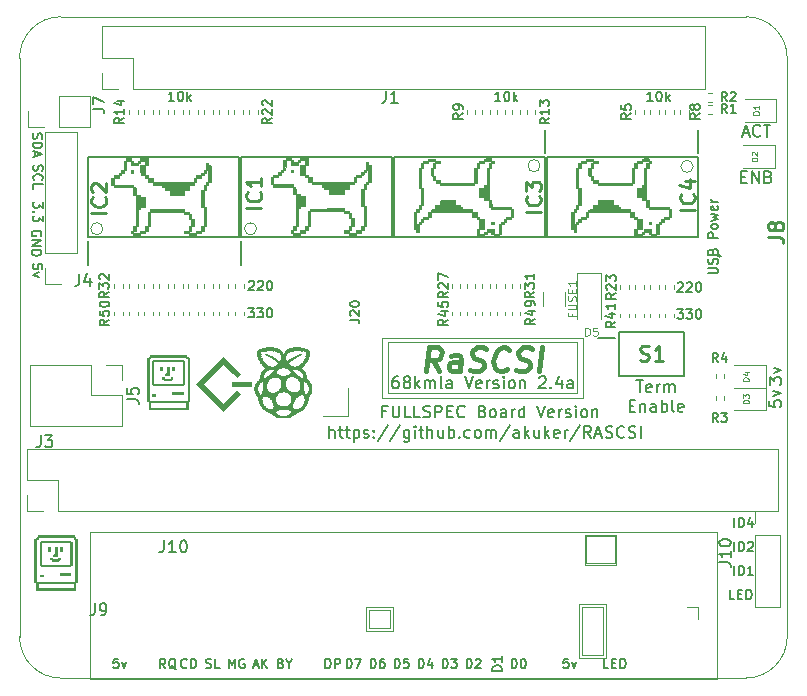
<source format=gto>
%TF.GenerationSoftware,KiCad,Pcbnew,(5.1.9-16-g1737927814)-1*%
%TF.CreationDate,2021-08-01T12:49:19-05:00*%
%TF.ProjectId,rascsi_2p4,72617363-7369-45f3-9270-342e6b696361,rev?*%
%TF.SameCoordinates,PX59d60c0PY325aa00*%
%TF.FileFunction,Legend,Top*%
%TF.FilePolarity,Positive*%
%FSLAX46Y46*%
G04 Gerber Fmt 4.6, Leading zero omitted, Abs format (unit mm)*
G04 Created by KiCad (PCBNEW (5.1.9-16-g1737927814)-1) date 2021-08-01 12:49:19*
%MOMM*%
%LPD*%
G01*
G04 APERTURE LIST*
%ADD10C,0.150000*%
%ADD11C,0.120000*%
%ADD12C,0.400000*%
%TA.AperFunction,Profile*%
%ADD13C,0.050000*%
%TD*%
%ADD14C,0.200000*%
%ADD15C,0.100000*%
%ADD16C,0.010000*%
%ADD17C,0.254000*%
G04 APERTURE END LIST*
D10*
X139526380Y-35909523D02*
X140240666Y-35909523D01*
X140383523Y-35957142D01*
X140478761Y-36052380D01*
X140526380Y-36195238D01*
X140526380Y-36290476D01*
X140526380Y-34909523D02*
X140526380Y-35480952D01*
X140526380Y-35195238D02*
X139526380Y-35195238D01*
X139669238Y-35290476D01*
X139764476Y-35385714D01*
X139812095Y-35480952D01*
X139526380Y-34290476D02*
X139526380Y-34195238D01*
X139574000Y-34100000D01*
X139621619Y-34052380D01*
X139716857Y-34004761D01*
X139907333Y-33957142D01*
X140145428Y-33957142D01*
X140335904Y-34004761D01*
X140431142Y-34052380D01*
X140478761Y-34100000D01*
X140526380Y-34195238D01*
X140526380Y-34290476D01*
X140478761Y-34385714D01*
X140431142Y-34433333D01*
X140335904Y-34480952D01*
X140145428Y-34528571D01*
X139907333Y-34528571D01*
X139716857Y-34480952D01*
X139621619Y-34433333D01*
X139574000Y-34385714D01*
X139526380Y-34290476D01*
X92528476Y-34044380D02*
X92528476Y-34758666D01*
X92480857Y-34901523D01*
X92385619Y-34996761D01*
X92242761Y-35044380D01*
X92147523Y-35044380D01*
X93528476Y-35044380D02*
X92957047Y-35044380D01*
X93242761Y-35044380D02*
X93242761Y-34044380D01*
X93147523Y-34187238D01*
X93052285Y-34282476D01*
X92957047Y-34330095D01*
X94147523Y-34044380D02*
X94242761Y-34044380D01*
X94338000Y-34092000D01*
X94385619Y-34139619D01*
X94433238Y-34234857D01*
X94480857Y-34425333D01*
X94480857Y-34663428D01*
X94433238Y-34853904D01*
X94385619Y-34949142D01*
X94338000Y-34996761D01*
X94242761Y-35044380D01*
X94147523Y-35044380D01*
X94052285Y-34996761D01*
X94004666Y-34949142D01*
X93957047Y-34853904D01*
X93909428Y-34663428D01*
X93909428Y-34425333D01*
X93957047Y-34234857D01*
X94004666Y-34139619D01*
X94052285Y-34092000D01*
X94147523Y-34044380D01*
X86654666Y-39378380D02*
X86654666Y-40092666D01*
X86607047Y-40235523D01*
X86511809Y-40330761D01*
X86368952Y-40378380D01*
X86273714Y-40378380D01*
X87178476Y-40378380D02*
X87368952Y-40378380D01*
X87464190Y-40330761D01*
X87511809Y-40283142D01*
X87607047Y-40140285D01*
X87654666Y-39949809D01*
X87654666Y-39568857D01*
X87607047Y-39473619D01*
X87559428Y-39426000D01*
X87464190Y-39378380D01*
X87273714Y-39378380D01*
X87178476Y-39426000D01*
X87130857Y-39473619D01*
X87083238Y-39568857D01*
X87083238Y-39806952D01*
X87130857Y-39902190D01*
X87178476Y-39949809D01*
X87273714Y-39997428D01*
X87464190Y-39997428D01*
X87559428Y-39949809D01*
X87607047Y-39902190D01*
X87654666Y-39806952D01*
D11*
X127628000Y-43990000D02*
X127628000Y-39418000D01*
X129914000Y-43990000D02*
X127628000Y-43990000D01*
X129914000Y-39418000D02*
X129914000Y-43990000D01*
X127628000Y-39418000D02*
X129914000Y-39418000D01*
X127882000Y-43736000D02*
X127882000Y-39672000D01*
X129660000Y-43736000D02*
X127882000Y-43736000D01*
X129660000Y-39672000D02*
X129660000Y-43736000D01*
X127882000Y-39672000D02*
X129660000Y-39672000D01*
X109848000Y-41450000D02*
X109848000Y-39926000D01*
X111626000Y-41450000D02*
X109848000Y-41450000D01*
X111626000Y-39926000D02*
X111626000Y-41450000D01*
X109848000Y-39926000D02*
X111626000Y-39926000D01*
X109594000Y-41704000D02*
X109594000Y-39672000D01*
X111880000Y-41704000D02*
X109594000Y-41704000D01*
X111880000Y-39672000D02*
X111880000Y-41704000D01*
X109594000Y-39672000D02*
X111880000Y-39672000D01*
D10*
X140829714Y-39017904D02*
X140448761Y-39017904D01*
X140448761Y-38217904D01*
X141096380Y-38598857D02*
X141363047Y-38598857D01*
X141477333Y-39017904D02*
X141096380Y-39017904D01*
X141096380Y-38217904D01*
X141477333Y-38217904D01*
X141820190Y-39017904D02*
X141820190Y-38217904D01*
X142010666Y-38217904D01*
X142124952Y-38256000D01*
X142201142Y-38332190D01*
X142239238Y-38408380D01*
X142277333Y-38560761D01*
X142277333Y-38675047D01*
X142239238Y-38827428D01*
X142201142Y-38903619D01*
X142124952Y-38979809D01*
X142010666Y-39017904D01*
X141820190Y-39017904D01*
X140817047Y-36985904D02*
X140817047Y-36185904D01*
X141198000Y-36985904D02*
X141198000Y-36185904D01*
X141388476Y-36185904D01*
X141502761Y-36224000D01*
X141578952Y-36300190D01*
X141617047Y-36376380D01*
X141655142Y-36528761D01*
X141655142Y-36643047D01*
X141617047Y-36795428D01*
X141578952Y-36871619D01*
X141502761Y-36947809D01*
X141388476Y-36985904D01*
X141198000Y-36985904D01*
X142417047Y-36985904D02*
X141959904Y-36985904D01*
X142188476Y-36985904D02*
X142188476Y-36185904D01*
X142112285Y-36300190D01*
X142036095Y-36376380D01*
X141959904Y-36414476D01*
X140817047Y-32921904D02*
X140817047Y-32121904D01*
X141198000Y-32921904D02*
X141198000Y-32121904D01*
X141388476Y-32121904D01*
X141502761Y-32160000D01*
X141578952Y-32236190D01*
X141617047Y-32312380D01*
X141655142Y-32464761D01*
X141655142Y-32579047D01*
X141617047Y-32731428D01*
X141578952Y-32807619D01*
X141502761Y-32883809D01*
X141388476Y-32921904D01*
X141198000Y-32921904D01*
X142340857Y-32388571D02*
X142340857Y-32921904D01*
X142150380Y-32083809D02*
X141959904Y-32655238D01*
X142455142Y-32655238D01*
X140817047Y-34953904D02*
X140817047Y-34153904D01*
X141198000Y-34953904D02*
X141198000Y-34153904D01*
X141388476Y-34153904D01*
X141502761Y-34192000D01*
X141578952Y-34268190D01*
X141617047Y-34344380D01*
X141655142Y-34496761D01*
X141655142Y-34611047D01*
X141617047Y-34763428D01*
X141578952Y-34839619D01*
X141502761Y-34915809D01*
X141388476Y-34953904D01*
X141198000Y-34953904D01*
X141959904Y-34230095D02*
X141998000Y-34192000D01*
X142074190Y-34153904D01*
X142264666Y-34153904D01*
X142340857Y-34192000D01*
X142378952Y-34230095D01*
X142417047Y-34306285D01*
X142417047Y-34382476D01*
X142378952Y-34496761D01*
X141921809Y-34953904D01*
X142417047Y-34953904D01*
X130161714Y-44859904D02*
X129780761Y-44859904D01*
X129780761Y-44059904D01*
X130428380Y-44440857D02*
X130695047Y-44440857D01*
X130809333Y-44859904D02*
X130428380Y-44859904D01*
X130428380Y-44059904D01*
X130809333Y-44059904D01*
X131152190Y-44859904D02*
X131152190Y-44059904D01*
X131342666Y-44059904D01*
X131456952Y-44098000D01*
X131533142Y-44174190D01*
X131571238Y-44250380D01*
X131609333Y-44402761D01*
X131609333Y-44517047D01*
X131571238Y-44669428D01*
X131533142Y-44745619D01*
X131456952Y-44821809D01*
X131342666Y-44859904D01*
X131152190Y-44859904D01*
X106190476Y-44859904D02*
X106190476Y-44059904D01*
X106380952Y-44059904D01*
X106495238Y-44098000D01*
X106571428Y-44174190D01*
X106609523Y-44250380D01*
X106647619Y-44402761D01*
X106647619Y-44517047D01*
X106609523Y-44669428D01*
X106571428Y-44745619D01*
X106495238Y-44821809D01*
X106380952Y-44859904D01*
X106190476Y-44859904D01*
X106990476Y-44859904D02*
X106990476Y-44059904D01*
X107295238Y-44059904D01*
X107371428Y-44098000D01*
X107409523Y-44136095D01*
X107447619Y-44212285D01*
X107447619Y-44326571D01*
X107409523Y-44402761D01*
X107371428Y-44440857D01*
X107295238Y-44478952D01*
X106990476Y-44478952D01*
X112051523Y-44859904D02*
X112051523Y-44059904D01*
X112242000Y-44059904D01*
X112356285Y-44098000D01*
X112432476Y-44174190D01*
X112470571Y-44250380D01*
X112508666Y-44402761D01*
X112508666Y-44517047D01*
X112470571Y-44669428D01*
X112432476Y-44745619D01*
X112356285Y-44821809D01*
X112242000Y-44859904D01*
X112051523Y-44859904D01*
X113232476Y-44059904D02*
X112851523Y-44059904D01*
X112813428Y-44440857D01*
X112851523Y-44402761D01*
X112927714Y-44364666D01*
X113118190Y-44364666D01*
X113194380Y-44402761D01*
X113232476Y-44440857D01*
X113270571Y-44517047D01*
X113270571Y-44707523D01*
X113232476Y-44783714D01*
X113194380Y-44821809D01*
X113118190Y-44859904D01*
X112927714Y-44859904D01*
X112851523Y-44821809D01*
X112813428Y-44783714D01*
X121131904Y-45088476D02*
X120331904Y-45088476D01*
X120331904Y-44898000D01*
X120370000Y-44783714D01*
X120446190Y-44707523D01*
X120522380Y-44669428D01*
X120674761Y-44631333D01*
X120789047Y-44631333D01*
X120941428Y-44669428D01*
X121017619Y-44707523D01*
X121093809Y-44783714D01*
X121131904Y-44898000D01*
X121131904Y-45088476D01*
X121131904Y-43869428D02*
X121131904Y-44326571D01*
X121131904Y-44098000D02*
X120331904Y-44098000D01*
X120446190Y-44174190D01*
X120522380Y-44250380D01*
X120560476Y-44326571D01*
X121957523Y-44859904D02*
X121957523Y-44059904D01*
X122148000Y-44059904D01*
X122262285Y-44098000D01*
X122338476Y-44174190D01*
X122376571Y-44250380D01*
X122414666Y-44402761D01*
X122414666Y-44517047D01*
X122376571Y-44669428D01*
X122338476Y-44745619D01*
X122262285Y-44821809D01*
X122148000Y-44859904D01*
X121957523Y-44859904D01*
X122909904Y-44059904D02*
X122986095Y-44059904D01*
X123062285Y-44098000D01*
X123100380Y-44136095D01*
X123138476Y-44212285D01*
X123176571Y-44364666D01*
X123176571Y-44555142D01*
X123138476Y-44707523D01*
X123100380Y-44783714D01*
X123062285Y-44821809D01*
X122986095Y-44859904D01*
X122909904Y-44859904D01*
X122833714Y-44821809D01*
X122795619Y-44783714D01*
X122757523Y-44707523D01*
X122719428Y-44555142D01*
X122719428Y-44364666D01*
X122757523Y-44212285D01*
X122795619Y-44136095D01*
X122833714Y-44098000D01*
X122909904Y-44059904D01*
X118147523Y-44859904D02*
X118147523Y-44059904D01*
X118338000Y-44059904D01*
X118452285Y-44098000D01*
X118528476Y-44174190D01*
X118566571Y-44250380D01*
X118604666Y-44402761D01*
X118604666Y-44517047D01*
X118566571Y-44669428D01*
X118528476Y-44745619D01*
X118452285Y-44821809D01*
X118338000Y-44859904D01*
X118147523Y-44859904D01*
X118909428Y-44136095D02*
X118947523Y-44098000D01*
X119023714Y-44059904D01*
X119214190Y-44059904D01*
X119290380Y-44098000D01*
X119328476Y-44136095D01*
X119366571Y-44212285D01*
X119366571Y-44288476D01*
X119328476Y-44402761D01*
X118871333Y-44859904D01*
X119366571Y-44859904D01*
X116115523Y-44859904D02*
X116115523Y-44059904D01*
X116306000Y-44059904D01*
X116420285Y-44098000D01*
X116496476Y-44174190D01*
X116534571Y-44250380D01*
X116572666Y-44402761D01*
X116572666Y-44517047D01*
X116534571Y-44669428D01*
X116496476Y-44745619D01*
X116420285Y-44821809D01*
X116306000Y-44859904D01*
X116115523Y-44859904D01*
X116839333Y-44059904D02*
X117334571Y-44059904D01*
X117067904Y-44364666D01*
X117182190Y-44364666D01*
X117258380Y-44402761D01*
X117296476Y-44440857D01*
X117334571Y-44517047D01*
X117334571Y-44707523D01*
X117296476Y-44783714D01*
X117258380Y-44821809D01*
X117182190Y-44859904D01*
X116953619Y-44859904D01*
X116877428Y-44821809D01*
X116839333Y-44783714D01*
X114083523Y-44859904D02*
X114083523Y-44059904D01*
X114274000Y-44059904D01*
X114388285Y-44098000D01*
X114464476Y-44174190D01*
X114502571Y-44250380D01*
X114540666Y-44402761D01*
X114540666Y-44517047D01*
X114502571Y-44669428D01*
X114464476Y-44745619D01*
X114388285Y-44821809D01*
X114274000Y-44859904D01*
X114083523Y-44859904D01*
X115226380Y-44326571D02*
X115226380Y-44859904D01*
X115035904Y-44021809D02*
X114845428Y-44593238D01*
X115340666Y-44593238D01*
X107987523Y-44859904D02*
X107987523Y-44059904D01*
X108178000Y-44059904D01*
X108292285Y-44098000D01*
X108368476Y-44174190D01*
X108406571Y-44250380D01*
X108444666Y-44402761D01*
X108444666Y-44517047D01*
X108406571Y-44669428D01*
X108368476Y-44745619D01*
X108292285Y-44821809D01*
X108178000Y-44859904D01*
X107987523Y-44859904D01*
X108711333Y-44059904D02*
X109244666Y-44059904D01*
X108901809Y-44859904D01*
X110019523Y-44859904D02*
X110019523Y-44059904D01*
X110210000Y-44059904D01*
X110324285Y-44098000D01*
X110400476Y-44174190D01*
X110438571Y-44250380D01*
X110476666Y-44402761D01*
X110476666Y-44517047D01*
X110438571Y-44669428D01*
X110400476Y-44745619D01*
X110324285Y-44821809D01*
X110210000Y-44859904D01*
X110019523Y-44859904D01*
X111162380Y-44059904D02*
X111010000Y-44059904D01*
X110933809Y-44098000D01*
X110895714Y-44136095D01*
X110819523Y-44250380D01*
X110781428Y-44402761D01*
X110781428Y-44707523D01*
X110819523Y-44783714D01*
X110857619Y-44821809D01*
X110933809Y-44859904D01*
X111086190Y-44859904D01*
X111162380Y-44821809D01*
X111200476Y-44783714D01*
X111238571Y-44707523D01*
X111238571Y-44517047D01*
X111200476Y-44440857D01*
X111162380Y-44402761D01*
X111086190Y-44364666D01*
X110933809Y-44364666D01*
X110857619Y-44402761D01*
X110819523Y-44440857D01*
X110781428Y-44517047D01*
X102450285Y-44440857D02*
X102564571Y-44478952D01*
X102602666Y-44517047D01*
X102640761Y-44593238D01*
X102640761Y-44707523D01*
X102602666Y-44783714D01*
X102564571Y-44821809D01*
X102488380Y-44859904D01*
X102183619Y-44859904D01*
X102183619Y-44059904D01*
X102450285Y-44059904D01*
X102526476Y-44098000D01*
X102564571Y-44136095D01*
X102602666Y-44212285D01*
X102602666Y-44288476D01*
X102564571Y-44364666D01*
X102526476Y-44402761D01*
X102450285Y-44440857D01*
X102183619Y-44440857D01*
X103136000Y-44478952D02*
X103136000Y-44859904D01*
X102869333Y-44059904D02*
X103136000Y-44478952D01*
X103402666Y-44059904D01*
X100113523Y-44631333D02*
X100494476Y-44631333D01*
X100037333Y-44859904D02*
X100304000Y-44059904D01*
X100570666Y-44859904D01*
X100837333Y-44859904D02*
X100837333Y-44059904D01*
X101294476Y-44859904D02*
X100951619Y-44402761D01*
X101294476Y-44059904D02*
X100837333Y-44517047D01*
X126751714Y-44059904D02*
X126370761Y-44059904D01*
X126332666Y-44440857D01*
X126370761Y-44402761D01*
X126446952Y-44364666D01*
X126637428Y-44364666D01*
X126713619Y-44402761D01*
X126751714Y-44440857D01*
X126789809Y-44517047D01*
X126789809Y-44707523D01*
X126751714Y-44783714D01*
X126713619Y-44821809D01*
X126637428Y-44859904D01*
X126446952Y-44859904D01*
X126370761Y-44821809D01*
X126332666Y-44783714D01*
X127056476Y-44326571D02*
X127246952Y-44859904D01*
X127437428Y-44326571D01*
X98005333Y-44859904D02*
X98005333Y-44059904D01*
X98272000Y-44631333D01*
X98538666Y-44059904D01*
X98538666Y-44859904D01*
X99338666Y-44098000D02*
X99262476Y-44059904D01*
X99148190Y-44059904D01*
X99033904Y-44098000D01*
X98957714Y-44174190D01*
X98919619Y-44250380D01*
X98881523Y-44402761D01*
X98881523Y-44517047D01*
X98919619Y-44669428D01*
X98957714Y-44745619D01*
X99033904Y-44821809D01*
X99148190Y-44859904D01*
X99224380Y-44859904D01*
X99338666Y-44821809D01*
X99376761Y-44783714D01*
X99376761Y-44517047D01*
X99224380Y-44517047D01*
X88651714Y-44059904D02*
X88270761Y-44059904D01*
X88232666Y-44440857D01*
X88270761Y-44402761D01*
X88346952Y-44364666D01*
X88537428Y-44364666D01*
X88613619Y-44402761D01*
X88651714Y-44440857D01*
X88689809Y-44517047D01*
X88689809Y-44707523D01*
X88651714Y-44783714D01*
X88613619Y-44821809D01*
X88537428Y-44859904D01*
X88346952Y-44859904D01*
X88270761Y-44821809D01*
X88232666Y-44783714D01*
X88956476Y-44326571D02*
X89146952Y-44859904D01*
X89337428Y-44326571D01*
X94455619Y-44783714D02*
X94417523Y-44821809D01*
X94303238Y-44859904D01*
X94227047Y-44859904D01*
X94112761Y-44821809D01*
X94036571Y-44745619D01*
X93998476Y-44669428D01*
X93960380Y-44517047D01*
X93960380Y-44402761D01*
X93998476Y-44250380D01*
X94036571Y-44174190D01*
X94112761Y-44098000D01*
X94227047Y-44059904D01*
X94303238Y-44059904D01*
X94417523Y-44098000D01*
X94455619Y-44136095D01*
X94798476Y-44859904D02*
X94798476Y-44059904D01*
X94988952Y-44059904D01*
X95103238Y-44098000D01*
X95179428Y-44174190D01*
X95217523Y-44250380D01*
X95255619Y-44402761D01*
X95255619Y-44517047D01*
X95217523Y-44669428D01*
X95179428Y-44745619D01*
X95103238Y-44821809D01*
X94988952Y-44859904D01*
X94798476Y-44859904D01*
X92658571Y-44859904D02*
X92391904Y-44478952D01*
X92201428Y-44859904D02*
X92201428Y-44059904D01*
X92506190Y-44059904D01*
X92582380Y-44098000D01*
X92620476Y-44136095D01*
X92658571Y-44212285D01*
X92658571Y-44326571D01*
X92620476Y-44402761D01*
X92582380Y-44440857D01*
X92506190Y-44478952D01*
X92201428Y-44478952D01*
X93534761Y-44936095D02*
X93458571Y-44898000D01*
X93382380Y-44821809D01*
X93268095Y-44707523D01*
X93191904Y-44669428D01*
X93115714Y-44669428D01*
X93153809Y-44859904D02*
X93077619Y-44821809D01*
X93001428Y-44745619D01*
X92963333Y-44593238D01*
X92963333Y-44326571D01*
X93001428Y-44174190D01*
X93077619Y-44098000D01*
X93153809Y-44059904D01*
X93306190Y-44059904D01*
X93382380Y-44098000D01*
X93458571Y-44174190D01*
X93496666Y-44326571D01*
X93496666Y-44593238D01*
X93458571Y-44745619D01*
X93382380Y-44821809D01*
X93306190Y-44859904D01*
X93153809Y-44859904D01*
X96087619Y-44821809D02*
X96201904Y-44859904D01*
X96392380Y-44859904D01*
X96468571Y-44821809D01*
X96506666Y-44783714D01*
X96544761Y-44707523D01*
X96544761Y-44631333D01*
X96506666Y-44555142D01*
X96468571Y-44517047D01*
X96392380Y-44478952D01*
X96240000Y-44440857D01*
X96163809Y-44402761D01*
X96125714Y-44364666D01*
X96087619Y-44288476D01*
X96087619Y-44212285D01*
X96125714Y-44136095D01*
X96163809Y-44098000D01*
X96240000Y-44059904D01*
X96430476Y-44059904D01*
X96544761Y-44098000D01*
X97268571Y-44859904D02*
X96887619Y-44859904D01*
X96887619Y-44059904D01*
X111333666Y4008120D02*
X111333666Y3293834D01*
X111286047Y3150977D01*
X111190809Y3055739D01*
X111047952Y3008120D01*
X110952714Y3008120D01*
X112333666Y3008120D02*
X111762238Y3008120D01*
X112047952Y3008120D02*
X112047952Y4008120D01*
X111952714Y3865262D01*
X111857476Y3770024D01*
X111762238Y3722405D01*
X141416904Y-3262571D02*
X141750238Y-3262571D01*
X141893095Y-3786380D02*
X141416904Y-3786380D01*
X141416904Y-2786380D01*
X141893095Y-2786380D01*
X142321666Y-3786380D02*
X142321666Y-2786380D01*
X142893095Y-3786380D01*
X142893095Y-2786380D01*
X143702619Y-3262571D02*
X143845476Y-3310190D01*
X143893095Y-3357809D01*
X143940714Y-3453047D01*
X143940714Y-3595904D01*
X143893095Y-3691142D01*
X143845476Y-3738761D01*
X143750238Y-3786380D01*
X143369285Y-3786380D01*
X143369285Y-2786380D01*
X143702619Y-2786380D01*
X143797857Y-2834000D01*
X143845476Y-2881619D01*
X143893095Y-2976857D01*
X143893095Y-3072095D01*
X143845476Y-3167333D01*
X143797857Y-3214952D01*
X143702619Y-3262571D01*
X143369285Y-3262571D01*
X141535952Y436334D02*
X142012142Y436334D01*
X141440714Y150620D02*
X141774047Y1150620D01*
X142107380Y150620D01*
X143012142Y245858D02*
X142964523Y198239D01*
X142821666Y150620D01*
X142726428Y150620D01*
X142583571Y198239D01*
X142488333Y293477D01*
X142440714Y388715D01*
X142393095Y579191D01*
X142393095Y722048D01*
X142440714Y912524D01*
X142488333Y1007762D01*
X142583571Y1103000D01*
X142726428Y1150620D01*
X142821666Y1150620D01*
X142964523Y1103000D01*
X143012142Y1055381D01*
X143297857Y1150620D02*
X143869285Y1150620D01*
X143583571Y150620D02*
X143583571Y1150620D01*
X138597404Y-11436214D02*
X139245023Y-11436214D01*
X139321214Y-11398119D01*
X139359309Y-11360023D01*
X139397404Y-11283833D01*
X139397404Y-11131452D01*
X139359309Y-11055261D01*
X139321214Y-11017166D01*
X139245023Y-10979071D01*
X138597404Y-10979071D01*
X139359309Y-10636214D02*
X139397404Y-10521928D01*
X139397404Y-10331452D01*
X139359309Y-10255261D01*
X139321214Y-10217166D01*
X139245023Y-10179071D01*
X139168833Y-10179071D01*
X139092642Y-10217166D01*
X139054547Y-10255261D01*
X139016452Y-10331452D01*
X138978357Y-10483833D01*
X138940261Y-10560023D01*
X138902166Y-10598119D01*
X138825976Y-10636214D01*
X138749785Y-10636214D01*
X138673595Y-10598119D01*
X138635500Y-10560023D01*
X138597404Y-10483833D01*
X138597404Y-10293357D01*
X138635500Y-10179071D01*
X138978357Y-9569547D02*
X139016452Y-9455261D01*
X139054547Y-9417166D01*
X139130738Y-9379071D01*
X139245023Y-9379071D01*
X139321214Y-9417166D01*
X139359309Y-9455261D01*
X139397404Y-9531452D01*
X139397404Y-9836214D01*
X138597404Y-9836214D01*
X138597404Y-9569547D01*
X138635500Y-9493357D01*
X138673595Y-9455261D01*
X138749785Y-9417166D01*
X138825976Y-9417166D01*
X138902166Y-9455261D01*
X138940261Y-9493357D01*
X138978357Y-9569547D01*
X138978357Y-9836214D01*
X139397404Y-8426690D02*
X138597404Y-8426690D01*
X138597404Y-8121928D01*
X138635500Y-8045738D01*
X138673595Y-8007642D01*
X138749785Y-7969547D01*
X138864071Y-7969547D01*
X138940261Y-8007642D01*
X138978357Y-8045738D01*
X139016452Y-8121928D01*
X139016452Y-8426690D01*
X139397404Y-7512404D02*
X139359309Y-7588595D01*
X139321214Y-7626690D01*
X139245023Y-7664785D01*
X139016452Y-7664785D01*
X138940261Y-7626690D01*
X138902166Y-7588595D01*
X138864071Y-7512404D01*
X138864071Y-7398119D01*
X138902166Y-7321928D01*
X138940261Y-7283833D01*
X139016452Y-7245738D01*
X139245023Y-7245738D01*
X139321214Y-7283833D01*
X139359309Y-7321928D01*
X139397404Y-7398119D01*
X139397404Y-7512404D01*
X138864071Y-6979071D02*
X139397404Y-6826690D01*
X139016452Y-6674309D01*
X139397404Y-6521928D01*
X138864071Y-6369547D01*
X139359309Y-5760023D02*
X139397404Y-5836214D01*
X139397404Y-5988595D01*
X139359309Y-6064785D01*
X139283119Y-6102880D01*
X138978357Y-6102880D01*
X138902166Y-6064785D01*
X138864071Y-5988595D01*
X138864071Y-5836214D01*
X138902166Y-5760023D01*
X138978357Y-5721928D01*
X139054547Y-5721928D01*
X139130738Y-6102880D01*
X139397404Y-5379071D02*
X138864071Y-5379071D01*
X139016452Y-5379071D02*
X138940261Y-5340976D01*
X138902166Y-5302880D01*
X138864071Y-5226690D01*
X138864071Y-5150500D01*
D11*
X137324953Y-2381500D02*
G75*
G03*
X137324953Y-2381500I-511953J0D01*
G01*
X124370953Y-2318000D02*
G75*
G03*
X124370953Y-2318000I-511953J0D01*
G01*
D10*
X143812380Y-20844285D02*
X143812380Y-20225238D01*
X144193333Y-20558571D01*
X144193333Y-20415714D01*
X144240952Y-20320476D01*
X144288571Y-20272857D01*
X144383809Y-20225238D01*
X144621904Y-20225238D01*
X144717142Y-20272857D01*
X144764761Y-20320476D01*
X144812380Y-20415714D01*
X144812380Y-20701428D01*
X144764761Y-20796666D01*
X144717142Y-20844285D01*
X144145714Y-19891904D02*
X144812380Y-19653809D01*
X144145714Y-19415714D01*
X143782380Y-22212857D02*
X143782380Y-22689047D01*
X144258571Y-22736666D01*
X144210952Y-22689047D01*
X144163333Y-22593809D01*
X144163333Y-22355714D01*
X144210952Y-22260476D01*
X144258571Y-22212857D01*
X144353809Y-22165238D01*
X144591904Y-22165238D01*
X144687142Y-22212857D01*
X144734761Y-22260476D01*
X144782380Y-22355714D01*
X144782380Y-22593809D01*
X144734761Y-22689047D01*
X144687142Y-22736666D01*
X144115714Y-21831904D02*
X144782380Y-21593809D01*
X144115714Y-21355714D01*
X106543333Y-25352380D02*
X106543333Y-24352380D01*
X106971904Y-25352380D02*
X106971904Y-24828571D01*
X106924285Y-24733333D01*
X106829047Y-24685714D01*
X106686190Y-24685714D01*
X106590952Y-24733333D01*
X106543333Y-24780952D01*
X107305238Y-24685714D02*
X107686190Y-24685714D01*
X107448095Y-24352380D02*
X107448095Y-25209523D01*
X107495714Y-25304761D01*
X107590952Y-25352380D01*
X107686190Y-25352380D01*
X107876666Y-24685714D02*
X108257619Y-24685714D01*
X108019523Y-24352380D02*
X108019523Y-25209523D01*
X108067142Y-25304761D01*
X108162380Y-25352380D01*
X108257619Y-25352380D01*
X108590952Y-24685714D02*
X108590952Y-25685714D01*
X108590952Y-24733333D02*
X108686190Y-24685714D01*
X108876666Y-24685714D01*
X108971904Y-24733333D01*
X109019523Y-24780952D01*
X109067142Y-24876190D01*
X109067142Y-25161904D01*
X109019523Y-25257142D01*
X108971904Y-25304761D01*
X108876666Y-25352380D01*
X108686190Y-25352380D01*
X108590952Y-25304761D01*
X109448095Y-25304761D02*
X109543333Y-25352380D01*
X109733809Y-25352380D01*
X109829047Y-25304761D01*
X109876666Y-25209523D01*
X109876666Y-25161904D01*
X109829047Y-25066666D01*
X109733809Y-25019047D01*
X109590952Y-25019047D01*
X109495714Y-24971428D01*
X109448095Y-24876190D01*
X109448095Y-24828571D01*
X109495714Y-24733333D01*
X109590952Y-24685714D01*
X109733809Y-24685714D01*
X109829047Y-24733333D01*
X110305238Y-25257142D02*
X110352857Y-25304761D01*
X110305238Y-25352380D01*
X110257619Y-25304761D01*
X110305238Y-25257142D01*
X110305238Y-25352380D01*
X110305238Y-24733333D02*
X110352857Y-24780952D01*
X110305238Y-24828571D01*
X110257619Y-24780952D01*
X110305238Y-24733333D01*
X110305238Y-24828571D01*
X111495714Y-24304761D02*
X110638571Y-25590476D01*
X112543333Y-24304761D02*
X111686190Y-25590476D01*
X113305238Y-24685714D02*
X113305238Y-25495238D01*
X113257619Y-25590476D01*
X113210000Y-25638095D01*
X113114761Y-25685714D01*
X112971904Y-25685714D01*
X112876666Y-25638095D01*
X113305238Y-25304761D02*
X113210000Y-25352380D01*
X113019523Y-25352380D01*
X112924285Y-25304761D01*
X112876666Y-25257142D01*
X112829047Y-25161904D01*
X112829047Y-24876190D01*
X112876666Y-24780952D01*
X112924285Y-24733333D01*
X113019523Y-24685714D01*
X113210000Y-24685714D01*
X113305238Y-24733333D01*
X113781428Y-25352380D02*
X113781428Y-24685714D01*
X113781428Y-24352380D02*
X113733809Y-24400000D01*
X113781428Y-24447619D01*
X113829047Y-24400000D01*
X113781428Y-24352380D01*
X113781428Y-24447619D01*
X114114761Y-24685714D02*
X114495714Y-24685714D01*
X114257619Y-24352380D02*
X114257619Y-25209523D01*
X114305238Y-25304761D01*
X114400476Y-25352380D01*
X114495714Y-25352380D01*
X114829047Y-25352380D02*
X114829047Y-24352380D01*
X115257619Y-25352380D02*
X115257619Y-24828571D01*
X115210000Y-24733333D01*
X115114761Y-24685714D01*
X114971904Y-24685714D01*
X114876666Y-24733333D01*
X114829047Y-24780952D01*
X116162380Y-24685714D02*
X116162380Y-25352380D01*
X115733809Y-24685714D02*
X115733809Y-25209523D01*
X115781428Y-25304761D01*
X115876666Y-25352380D01*
X116019523Y-25352380D01*
X116114761Y-25304761D01*
X116162380Y-25257142D01*
X116638571Y-25352380D02*
X116638571Y-24352380D01*
X116638571Y-24733333D02*
X116733809Y-24685714D01*
X116924285Y-24685714D01*
X117019523Y-24733333D01*
X117067142Y-24780952D01*
X117114761Y-24876190D01*
X117114761Y-25161904D01*
X117067142Y-25257142D01*
X117019523Y-25304761D01*
X116924285Y-25352380D01*
X116733809Y-25352380D01*
X116638571Y-25304761D01*
X117543333Y-25257142D02*
X117590952Y-25304761D01*
X117543333Y-25352380D01*
X117495714Y-25304761D01*
X117543333Y-25257142D01*
X117543333Y-25352380D01*
X118448095Y-25304761D02*
X118352857Y-25352380D01*
X118162380Y-25352380D01*
X118067142Y-25304761D01*
X118019523Y-25257142D01*
X117971904Y-25161904D01*
X117971904Y-24876190D01*
X118019523Y-24780952D01*
X118067142Y-24733333D01*
X118162380Y-24685714D01*
X118352857Y-24685714D01*
X118448095Y-24733333D01*
X119019523Y-25352380D02*
X118924285Y-25304761D01*
X118876666Y-25257142D01*
X118829047Y-25161904D01*
X118829047Y-24876190D01*
X118876666Y-24780952D01*
X118924285Y-24733333D01*
X119019523Y-24685714D01*
X119162380Y-24685714D01*
X119257619Y-24733333D01*
X119305238Y-24780952D01*
X119352857Y-24876190D01*
X119352857Y-25161904D01*
X119305238Y-25257142D01*
X119257619Y-25304761D01*
X119162380Y-25352380D01*
X119019523Y-25352380D01*
X119781428Y-25352380D02*
X119781428Y-24685714D01*
X119781428Y-24780952D02*
X119829047Y-24733333D01*
X119924285Y-24685714D01*
X120067142Y-24685714D01*
X120162380Y-24733333D01*
X120210000Y-24828571D01*
X120210000Y-25352380D01*
X120210000Y-24828571D02*
X120257619Y-24733333D01*
X120352857Y-24685714D01*
X120495714Y-24685714D01*
X120590952Y-24733333D01*
X120638571Y-24828571D01*
X120638571Y-25352380D01*
X121829047Y-24304761D02*
X120971904Y-25590476D01*
X122590952Y-25352380D02*
X122590952Y-24828571D01*
X122543333Y-24733333D01*
X122448095Y-24685714D01*
X122257619Y-24685714D01*
X122162380Y-24733333D01*
X122590952Y-25304761D02*
X122495714Y-25352380D01*
X122257619Y-25352380D01*
X122162380Y-25304761D01*
X122114761Y-25209523D01*
X122114761Y-25114285D01*
X122162380Y-25019047D01*
X122257619Y-24971428D01*
X122495714Y-24971428D01*
X122590952Y-24923809D01*
X123067142Y-25352380D02*
X123067142Y-24352380D01*
X123162380Y-24971428D02*
X123448095Y-25352380D01*
X123448095Y-24685714D02*
X123067142Y-25066666D01*
X124305238Y-24685714D02*
X124305238Y-25352380D01*
X123876666Y-24685714D02*
X123876666Y-25209523D01*
X123924285Y-25304761D01*
X124019523Y-25352380D01*
X124162380Y-25352380D01*
X124257619Y-25304761D01*
X124305238Y-25257142D01*
X124781428Y-25352380D02*
X124781428Y-24352380D01*
X124876666Y-24971428D02*
X125162380Y-25352380D01*
X125162380Y-24685714D02*
X124781428Y-25066666D01*
X125971904Y-25304761D02*
X125876666Y-25352380D01*
X125686190Y-25352380D01*
X125590952Y-25304761D01*
X125543333Y-25209523D01*
X125543333Y-24828571D01*
X125590952Y-24733333D01*
X125686190Y-24685714D01*
X125876666Y-24685714D01*
X125971904Y-24733333D01*
X126019523Y-24828571D01*
X126019523Y-24923809D01*
X125543333Y-25019047D01*
X126448095Y-25352380D02*
X126448095Y-24685714D01*
X126448095Y-24876190D02*
X126495714Y-24780952D01*
X126543333Y-24733333D01*
X126638571Y-24685714D01*
X126733809Y-24685714D01*
X127781428Y-24304761D02*
X126924285Y-25590476D01*
X128686190Y-25352380D02*
X128352857Y-24876190D01*
X128114761Y-25352380D02*
X128114761Y-24352380D01*
X128495714Y-24352380D01*
X128590952Y-24400000D01*
X128638571Y-24447619D01*
X128686190Y-24542857D01*
X128686190Y-24685714D01*
X128638571Y-24780952D01*
X128590952Y-24828571D01*
X128495714Y-24876190D01*
X128114761Y-24876190D01*
X129067142Y-25066666D02*
X129543333Y-25066666D01*
X128971904Y-25352380D02*
X129305238Y-24352380D01*
X129638571Y-25352380D01*
X129924285Y-25304761D02*
X130067142Y-25352380D01*
X130305238Y-25352380D01*
X130400476Y-25304761D01*
X130448095Y-25257142D01*
X130495714Y-25161904D01*
X130495714Y-25066666D01*
X130448095Y-24971428D01*
X130400476Y-24923809D01*
X130305238Y-24876190D01*
X130114761Y-24828571D01*
X130019523Y-24780952D01*
X129971904Y-24733333D01*
X129924285Y-24638095D01*
X129924285Y-24542857D01*
X129971904Y-24447619D01*
X130019523Y-24400000D01*
X130114761Y-24352380D01*
X130352857Y-24352380D01*
X130495714Y-24400000D01*
X131495714Y-25257142D02*
X131448095Y-25304761D01*
X131305238Y-25352380D01*
X131210000Y-25352380D01*
X131067142Y-25304761D01*
X130971904Y-25209523D01*
X130924285Y-25114285D01*
X130876666Y-24923809D01*
X130876666Y-24780952D01*
X130924285Y-24590476D01*
X130971904Y-24495238D01*
X131067142Y-24400000D01*
X131210000Y-24352380D01*
X131305238Y-24352380D01*
X131448095Y-24400000D01*
X131495714Y-24447619D01*
X131876666Y-25304761D02*
X132019523Y-25352380D01*
X132257619Y-25352380D01*
X132352857Y-25304761D01*
X132400476Y-25257142D01*
X132448095Y-25161904D01*
X132448095Y-25066666D01*
X132400476Y-24971428D01*
X132352857Y-24923809D01*
X132257619Y-24876190D01*
X132067142Y-24828571D01*
X131971904Y-24780952D01*
X131924285Y-24733333D01*
X131876666Y-24638095D01*
X131876666Y-24542857D01*
X131924285Y-24447619D01*
X131971904Y-24400000D01*
X132067142Y-24352380D01*
X132305238Y-24352380D01*
X132448095Y-24400000D01*
X132876666Y-25352380D02*
X132876666Y-24352380D01*
X99719523Y-12138095D02*
X99757619Y-12100000D01*
X99833809Y-12061904D01*
X100024285Y-12061904D01*
X100100476Y-12100000D01*
X100138571Y-12138095D01*
X100176666Y-12214285D01*
X100176666Y-12290476D01*
X100138571Y-12404761D01*
X99681428Y-12861904D01*
X100176666Y-12861904D01*
X100481428Y-12138095D02*
X100519523Y-12100000D01*
X100595714Y-12061904D01*
X100786190Y-12061904D01*
X100862380Y-12100000D01*
X100900476Y-12138095D01*
X100938571Y-12214285D01*
X100938571Y-12290476D01*
X100900476Y-12404761D01*
X100443333Y-12861904D01*
X100938571Y-12861904D01*
X101433809Y-12061904D02*
X101510000Y-12061904D01*
X101586190Y-12100000D01*
X101624285Y-12138095D01*
X101662380Y-12214285D01*
X101700476Y-12366666D01*
X101700476Y-12557142D01*
X101662380Y-12709523D01*
X101624285Y-12785714D01*
X101586190Y-12823809D01*
X101510000Y-12861904D01*
X101433809Y-12861904D01*
X101357619Y-12823809D01*
X101319523Y-12785714D01*
X101281428Y-12709523D01*
X101243333Y-12557142D01*
X101243333Y-12366666D01*
X101281428Y-12214285D01*
X101319523Y-12138095D01*
X101357619Y-12100000D01*
X101433809Y-12061904D01*
D11*
X89950000Y6826000D02*
X87283000Y6826000D01*
X89950000Y4159000D02*
X89950000Y6826000D01*
X138337000Y4159000D02*
X89950000Y4159000D01*
X138337000Y9493000D02*
X138337000Y4159000D01*
X87283000Y9493000D02*
X138337000Y9493000D01*
X87283000Y6826000D02*
X87283000Y9493000D01*
X87283000Y4159000D02*
X87283000Y5556000D01*
X88680000Y4159000D02*
X87283000Y4159000D01*
X128304000Y-35973000D02*
X128304000Y-33687000D01*
X130717000Y-35973000D02*
X128304000Y-35973000D01*
X130717000Y-33687000D02*
X130717000Y-35973000D01*
X128304000Y-33687000D02*
X130717000Y-33687000D01*
X128177000Y-36100000D02*
X128177000Y-33560000D01*
X130844000Y-36100000D02*
X128177000Y-36100000D01*
X130844000Y-33560000D02*
X130844000Y-36100000D01*
X128177000Y-33560000D02*
X130844000Y-33560000D01*
X139353000Y-33306000D02*
X86267000Y-33306000D01*
X139353000Y-45752000D02*
X139353000Y-33306000D01*
X86267000Y-45752000D02*
X139353000Y-45752000D01*
X86267000Y-33306000D02*
X86267000Y-45752000D01*
D10*
X133923809Y3162096D02*
X133466666Y3162096D01*
X133695238Y3162096D02*
X133695238Y3962096D01*
X133619047Y3847810D01*
X133542857Y3771620D01*
X133466666Y3733524D01*
X134419047Y3962096D02*
X134495238Y3962096D01*
X134571428Y3924000D01*
X134609523Y3885905D01*
X134647619Y3809715D01*
X134685714Y3657334D01*
X134685714Y3466858D01*
X134647619Y3314477D01*
X134609523Y3238286D01*
X134571428Y3200191D01*
X134495238Y3162096D01*
X134419047Y3162096D01*
X134342857Y3200191D01*
X134304761Y3238286D01*
X134266666Y3314477D01*
X134228571Y3466858D01*
X134228571Y3657334D01*
X134266666Y3809715D01*
X134304761Y3885905D01*
X134342857Y3924000D01*
X134419047Y3962096D01*
X135028571Y3162096D02*
X135028571Y3962096D01*
X135104761Y3466858D02*
X135333333Y3162096D01*
X135333333Y3695429D02*
X135028571Y3390667D01*
X121020609Y3162096D02*
X120563466Y3162096D01*
X120792038Y3162096D02*
X120792038Y3962096D01*
X120715847Y3847810D01*
X120639657Y3771620D01*
X120563466Y3733524D01*
X121515847Y3962096D02*
X121592038Y3962096D01*
X121668228Y3924000D01*
X121706323Y3885905D01*
X121744419Y3809715D01*
X121782514Y3657334D01*
X121782514Y3466858D01*
X121744419Y3314477D01*
X121706323Y3238286D01*
X121668228Y3200191D01*
X121592038Y3162096D01*
X121515847Y3162096D01*
X121439657Y3200191D01*
X121401561Y3238286D01*
X121363466Y3314477D01*
X121325371Y3466858D01*
X121325371Y3657334D01*
X121363466Y3809715D01*
X121401561Y3885905D01*
X121439657Y3924000D01*
X121515847Y3962096D01*
X122125371Y3162096D02*
X122125371Y3962096D01*
X122201561Y3466858D02*
X122430133Y3162096D01*
X122430133Y3695429D02*
X122125371Y3390667D01*
X81447390Y431429D02*
X81409295Y317143D01*
X81409295Y126667D01*
X81447390Y50477D01*
X81485485Y12381D01*
X81561676Y-25714D01*
X81637866Y-25714D01*
X81714057Y12381D01*
X81752152Y50477D01*
X81790247Y126667D01*
X81828342Y279048D01*
X81866438Y355239D01*
X81904533Y393334D01*
X81980723Y431429D01*
X82056914Y431429D01*
X82133104Y393334D01*
X82171200Y355239D01*
X82209295Y279048D01*
X82209295Y88572D01*
X82171200Y-25714D01*
X81409295Y-368571D02*
X82209295Y-368571D01*
X82209295Y-559047D01*
X82171200Y-673333D01*
X82095009Y-749523D01*
X82018819Y-787619D01*
X81866438Y-825714D01*
X81752152Y-825714D01*
X81599771Y-787619D01*
X81523580Y-749523D01*
X81447390Y-673333D01*
X81409295Y-559047D01*
X81409295Y-368571D01*
X81637866Y-1130476D02*
X81637866Y-1511428D01*
X81409295Y-1054285D02*
X82209295Y-1320952D01*
X81409295Y-1587619D01*
X81498190Y-2280019D02*
X81460095Y-2394304D01*
X81460095Y-2584780D01*
X81498190Y-2660971D01*
X81536285Y-2699066D01*
X81612476Y-2737161D01*
X81688666Y-2737161D01*
X81764857Y-2699066D01*
X81802952Y-2660971D01*
X81841047Y-2584780D01*
X81879142Y-2432400D01*
X81917238Y-2356209D01*
X81955333Y-2318114D01*
X82031523Y-2280019D01*
X82107714Y-2280019D01*
X82183904Y-2318114D01*
X82222000Y-2356209D01*
X82260095Y-2432400D01*
X82260095Y-2622876D01*
X82222000Y-2737161D01*
X81536285Y-3537161D02*
X81498190Y-3499066D01*
X81460095Y-3384780D01*
X81460095Y-3308590D01*
X81498190Y-3194304D01*
X81574380Y-3118114D01*
X81650571Y-3080019D01*
X81802952Y-3041923D01*
X81917238Y-3041923D01*
X82069619Y-3080019D01*
X82145809Y-3118114D01*
X82222000Y-3194304D01*
X82260095Y-3308590D01*
X82260095Y-3384780D01*
X82222000Y-3499066D01*
X82183904Y-3537161D01*
X81460095Y-4260971D02*
X81460095Y-3880019D01*
X82260095Y-3880019D01*
X82260095Y-5391504D02*
X82260095Y-5886742D01*
X81955333Y-5620076D01*
X81955333Y-5734361D01*
X81917238Y-5810552D01*
X81879142Y-5848647D01*
X81802952Y-5886742D01*
X81612476Y-5886742D01*
X81536285Y-5848647D01*
X81498190Y-5810552D01*
X81460095Y-5734361D01*
X81460095Y-5505790D01*
X81498190Y-5429600D01*
X81536285Y-5391504D01*
X81536285Y-6229600D02*
X81498190Y-6267695D01*
X81460095Y-6229600D01*
X81498190Y-6191504D01*
X81536285Y-6229600D01*
X81460095Y-6229600D01*
X82260095Y-6534361D02*
X82260095Y-7029600D01*
X81955333Y-6762933D01*
X81955333Y-6877219D01*
X81917238Y-6953409D01*
X81879142Y-6991504D01*
X81802952Y-7029600D01*
X81612476Y-7029600D01*
X81536285Y-6991504D01*
X81498190Y-6953409D01*
X81460095Y-6877219D01*
X81460095Y-6648647D01*
X81498190Y-6572457D01*
X81536285Y-6534361D01*
X82120400Y-8261676D02*
X82158495Y-8185485D01*
X82158495Y-8071200D01*
X82120400Y-7956914D01*
X82044209Y-7880723D01*
X81968019Y-7842628D01*
X81815638Y-7804533D01*
X81701352Y-7804533D01*
X81548971Y-7842628D01*
X81472780Y-7880723D01*
X81396590Y-7956914D01*
X81358495Y-8071200D01*
X81358495Y-8147390D01*
X81396590Y-8261676D01*
X81434685Y-8299771D01*
X81701352Y-8299771D01*
X81701352Y-8147390D01*
X81358495Y-8642628D02*
X82158495Y-8642628D01*
X81358495Y-9099771D01*
X82158495Y-9099771D01*
X81358495Y-9480723D02*
X82158495Y-9480723D01*
X82158495Y-9671200D01*
X82120400Y-9785485D01*
X82044209Y-9861676D01*
X81968019Y-9899771D01*
X81815638Y-9937866D01*
X81701352Y-9937866D01*
X81548971Y-9899771D01*
X81472780Y-9861676D01*
X81396590Y-9785485D01*
X81358495Y-9671200D01*
X81358495Y-9480723D01*
X82209295Y-11042914D02*
X82209295Y-10661961D01*
X81828342Y-10623866D01*
X81866438Y-10661961D01*
X81904533Y-10738152D01*
X81904533Y-10928628D01*
X81866438Y-11004819D01*
X81828342Y-11042914D01*
X81752152Y-11081009D01*
X81561676Y-11081009D01*
X81485485Y-11042914D01*
X81447390Y-11004819D01*
X81409295Y-10928628D01*
X81409295Y-10738152D01*
X81447390Y-10661961D01*
X81485485Y-10623866D01*
X81942628Y-11347676D02*
X81409295Y-11538152D01*
X81942628Y-11728628D01*
X99681428Y-14361904D02*
X100176666Y-14361904D01*
X99910000Y-14666666D01*
X100024285Y-14666666D01*
X100100476Y-14704761D01*
X100138571Y-14742857D01*
X100176666Y-14819047D01*
X100176666Y-15009523D01*
X100138571Y-15085714D01*
X100100476Y-15123809D01*
X100024285Y-15161904D01*
X99795714Y-15161904D01*
X99719523Y-15123809D01*
X99681428Y-15085714D01*
X100443333Y-14361904D02*
X100938571Y-14361904D01*
X100671904Y-14666666D01*
X100786190Y-14666666D01*
X100862380Y-14704761D01*
X100900476Y-14742857D01*
X100938571Y-14819047D01*
X100938571Y-15009523D01*
X100900476Y-15085714D01*
X100862380Y-15123809D01*
X100786190Y-15161904D01*
X100557619Y-15161904D01*
X100481428Y-15123809D01*
X100443333Y-15085714D01*
X101433809Y-14361904D02*
X101510000Y-14361904D01*
X101586190Y-14400000D01*
X101624285Y-14438095D01*
X101662380Y-14514285D01*
X101700476Y-14666666D01*
X101700476Y-14857142D01*
X101662380Y-15009523D01*
X101624285Y-15085714D01*
X101586190Y-15123809D01*
X101510000Y-15161904D01*
X101433809Y-15161904D01*
X101357619Y-15123809D01*
X101319523Y-15085714D01*
X101281428Y-15009523D01*
X101243333Y-14857142D01*
X101243333Y-14666666D01*
X101281428Y-14514285D01*
X101319523Y-14438095D01*
X101357619Y-14400000D01*
X101433809Y-14361904D01*
X135997428Y-14478304D02*
X136492666Y-14478304D01*
X136226000Y-14783066D01*
X136340285Y-14783066D01*
X136416476Y-14821161D01*
X136454571Y-14859257D01*
X136492666Y-14935447D01*
X136492666Y-15125923D01*
X136454571Y-15202114D01*
X136416476Y-15240209D01*
X136340285Y-15278304D01*
X136111714Y-15278304D01*
X136035523Y-15240209D01*
X135997428Y-15202114D01*
X136759333Y-14478304D02*
X137254571Y-14478304D01*
X136987904Y-14783066D01*
X137102190Y-14783066D01*
X137178380Y-14821161D01*
X137216476Y-14859257D01*
X137254571Y-14935447D01*
X137254571Y-15125923D01*
X137216476Y-15202114D01*
X137178380Y-15240209D01*
X137102190Y-15278304D01*
X136873619Y-15278304D01*
X136797428Y-15240209D01*
X136759333Y-15202114D01*
X137749809Y-14478304D02*
X137826000Y-14478304D01*
X137902190Y-14516400D01*
X137940285Y-14554495D01*
X137978380Y-14630685D01*
X138016476Y-14783066D01*
X138016476Y-14973542D01*
X137978380Y-15125923D01*
X137940285Y-15202114D01*
X137902190Y-15240209D01*
X137826000Y-15278304D01*
X137749809Y-15278304D01*
X137673619Y-15240209D01*
X137635523Y-15202114D01*
X137597428Y-15125923D01*
X137559333Y-14973542D01*
X137559333Y-14783066D01*
X137597428Y-14630685D01*
X137635523Y-14554495D01*
X137673619Y-14516400D01*
X137749809Y-14478304D01*
X136035523Y-12268495D02*
X136073619Y-12230400D01*
X136149809Y-12192304D01*
X136340285Y-12192304D01*
X136416476Y-12230400D01*
X136454571Y-12268495D01*
X136492666Y-12344685D01*
X136492666Y-12420876D01*
X136454571Y-12535161D01*
X135997428Y-12992304D01*
X136492666Y-12992304D01*
X136797428Y-12268495D02*
X136835523Y-12230400D01*
X136911714Y-12192304D01*
X137102190Y-12192304D01*
X137178380Y-12230400D01*
X137216476Y-12268495D01*
X137254571Y-12344685D01*
X137254571Y-12420876D01*
X137216476Y-12535161D01*
X136759333Y-12992304D01*
X137254571Y-12992304D01*
X137749809Y-12192304D02*
X137826000Y-12192304D01*
X137902190Y-12230400D01*
X137940285Y-12268495D01*
X137978380Y-12344685D01*
X138016476Y-12497066D01*
X138016476Y-12687542D01*
X137978380Y-12839923D01*
X137940285Y-12916114D01*
X137902190Y-12954209D01*
X137826000Y-12992304D01*
X137749809Y-12992304D01*
X137673619Y-12954209D01*
X137635523Y-12916114D01*
X137597428Y-12839923D01*
X137559333Y-12687542D01*
X137559333Y-12497066D01*
X137597428Y-12344685D01*
X137635523Y-12268495D01*
X137673619Y-12230400D01*
X137749809Y-12192304D01*
X93385409Y3162096D02*
X92928266Y3162096D01*
X93156838Y3162096D02*
X93156838Y3962096D01*
X93080647Y3847810D01*
X93004457Y3771620D01*
X92928266Y3733524D01*
X93880647Y3962096D02*
X93956838Y3962096D01*
X94033028Y3924000D01*
X94071123Y3885905D01*
X94109219Y3809715D01*
X94147314Y3657334D01*
X94147314Y3466858D01*
X94109219Y3314477D01*
X94071123Y3238286D01*
X94033028Y3200191D01*
X93956838Y3162096D01*
X93880647Y3162096D01*
X93804457Y3200191D01*
X93766361Y3238286D01*
X93728266Y3314477D01*
X93690171Y3466858D01*
X93690171Y3657334D01*
X93728266Y3809715D01*
X93766361Y3885905D01*
X93804457Y3924000D01*
X93880647Y3962096D01*
X94490171Y3162096D02*
X94490171Y3962096D01*
X94566361Y3466858D02*
X94794933Y3162096D01*
X94794933Y3695429D02*
X94490171Y3390667D01*
X111358095Y-23101571D02*
X111024761Y-23101571D01*
X111024761Y-23625380D02*
X111024761Y-22625380D01*
X111500952Y-22625380D01*
X111881904Y-22625380D02*
X111881904Y-23434904D01*
X111929523Y-23530142D01*
X111977142Y-23577761D01*
X112072380Y-23625380D01*
X112262857Y-23625380D01*
X112358095Y-23577761D01*
X112405714Y-23530142D01*
X112453333Y-23434904D01*
X112453333Y-22625380D01*
X113405714Y-23625380D02*
X112929523Y-23625380D01*
X112929523Y-22625380D01*
X114215238Y-23625380D02*
X113739047Y-23625380D01*
X113739047Y-22625380D01*
X114500952Y-23577761D02*
X114643809Y-23625380D01*
X114881904Y-23625380D01*
X114977142Y-23577761D01*
X115024761Y-23530142D01*
X115072380Y-23434904D01*
X115072380Y-23339666D01*
X115024761Y-23244428D01*
X114977142Y-23196809D01*
X114881904Y-23149190D01*
X114691428Y-23101571D01*
X114596190Y-23053952D01*
X114548571Y-23006333D01*
X114500952Y-22911095D01*
X114500952Y-22815857D01*
X114548571Y-22720619D01*
X114596190Y-22673000D01*
X114691428Y-22625380D01*
X114929523Y-22625380D01*
X115072380Y-22673000D01*
X115500952Y-23625380D02*
X115500952Y-22625380D01*
X115881904Y-22625380D01*
X115977142Y-22673000D01*
X116024761Y-22720619D01*
X116072380Y-22815857D01*
X116072380Y-22958714D01*
X116024761Y-23053952D01*
X115977142Y-23101571D01*
X115881904Y-23149190D01*
X115500952Y-23149190D01*
X116500952Y-23101571D02*
X116834285Y-23101571D01*
X116977142Y-23625380D02*
X116500952Y-23625380D01*
X116500952Y-22625380D01*
X116977142Y-22625380D01*
X117977142Y-23530142D02*
X117929523Y-23577761D01*
X117786666Y-23625380D01*
X117691428Y-23625380D01*
X117548571Y-23577761D01*
X117453333Y-23482523D01*
X117405714Y-23387285D01*
X117358095Y-23196809D01*
X117358095Y-23053952D01*
X117405714Y-22863476D01*
X117453333Y-22768238D01*
X117548571Y-22673000D01*
X117691428Y-22625380D01*
X117786666Y-22625380D01*
X117929523Y-22673000D01*
X117977142Y-22720619D01*
X119500952Y-23101571D02*
X119643809Y-23149190D01*
X119691428Y-23196809D01*
X119739047Y-23292047D01*
X119739047Y-23434904D01*
X119691428Y-23530142D01*
X119643809Y-23577761D01*
X119548571Y-23625380D01*
X119167619Y-23625380D01*
X119167619Y-22625380D01*
X119500952Y-22625380D01*
X119596190Y-22673000D01*
X119643809Y-22720619D01*
X119691428Y-22815857D01*
X119691428Y-22911095D01*
X119643809Y-23006333D01*
X119596190Y-23053952D01*
X119500952Y-23101571D01*
X119167619Y-23101571D01*
X120310476Y-23625380D02*
X120215238Y-23577761D01*
X120167619Y-23530142D01*
X120120000Y-23434904D01*
X120120000Y-23149190D01*
X120167619Y-23053952D01*
X120215238Y-23006333D01*
X120310476Y-22958714D01*
X120453333Y-22958714D01*
X120548571Y-23006333D01*
X120596190Y-23053952D01*
X120643809Y-23149190D01*
X120643809Y-23434904D01*
X120596190Y-23530142D01*
X120548571Y-23577761D01*
X120453333Y-23625380D01*
X120310476Y-23625380D01*
X121500952Y-23625380D02*
X121500952Y-23101571D01*
X121453333Y-23006333D01*
X121358095Y-22958714D01*
X121167619Y-22958714D01*
X121072380Y-23006333D01*
X121500952Y-23577761D02*
X121405714Y-23625380D01*
X121167619Y-23625380D01*
X121072380Y-23577761D01*
X121024761Y-23482523D01*
X121024761Y-23387285D01*
X121072380Y-23292047D01*
X121167619Y-23244428D01*
X121405714Y-23244428D01*
X121500952Y-23196809D01*
X121977142Y-23625380D02*
X121977142Y-22958714D01*
X121977142Y-23149190D02*
X122024761Y-23053952D01*
X122072380Y-23006333D01*
X122167619Y-22958714D01*
X122262857Y-22958714D01*
X123024761Y-23625380D02*
X123024761Y-22625380D01*
X123024761Y-23577761D02*
X122929523Y-23625380D01*
X122739047Y-23625380D01*
X122643809Y-23577761D01*
X122596190Y-23530142D01*
X122548571Y-23434904D01*
X122548571Y-23149190D01*
X122596190Y-23053952D01*
X122643809Y-23006333D01*
X122739047Y-22958714D01*
X122929523Y-22958714D01*
X123024761Y-23006333D01*
X124120000Y-22625380D02*
X124453333Y-23625380D01*
X124786666Y-22625380D01*
X125500952Y-23577761D02*
X125405714Y-23625380D01*
X125215238Y-23625380D01*
X125120000Y-23577761D01*
X125072380Y-23482523D01*
X125072380Y-23101571D01*
X125120000Y-23006333D01*
X125215238Y-22958714D01*
X125405714Y-22958714D01*
X125500952Y-23006333D01*
X125548571Y-23101571D01*
X125548571Y-23196809D01*
X125072380Y-23292047D01*
X125977142Y-23625380D02*
X125977142Y-22958714D01*
X125977142Y-23149190D02*
X126024761Y-23053952D01*
X126072380Y-23006333D01*
X126167619Y-22958714D01*
X126262857Y-22958714D01*
X126548571Y-23577761D02*
X126643809Y-23625380D01*
X126834285Y-23625380D01*
X126929523Y-23577761D01*
X126977142Y-23482523D01*
X126977142Y-23434904D01*
X126929523Y-23339666D01*
X126834285Y-23292047D01*
X126691428Y-23292047D01*
X126596190Y-23244428D01*
X126548571Y-23149190D01*
X126548571Y-23101571D01*
X126596190Y-23006333D01*
X126691428Y-22958714D01*
X126834285Y-22958714D01*
X126929523Y-23006333D01*
X127405714Y-23625380D02*
X127405714Y-22958714D01*
X127405714Y-22625380D02*
X127358095Y-22673000D01*
X127405714Y-22720619D01*
X127453333Y-22673000D01*
X127405714Y-22625380D01*
X127405714Y-22720619D01*
X128024761Y-23625380D02*
X127929523Y-23577761D01*
X127881904Y-23530142D01*
X127834285Y-23434904D01*
X127834285Y-23149190D01*
X127881904Y-23053952D01*
X127929523Y-23006333D01*
X128024761Y-22958714D01*
X128167619Y-22958714D01*
X128262857Y-23006333D01*
X128310476Y-23053952D01*
X128358095Y-23149190D01*
X128358095Y-23434904D01*
X128310476Y-23530142D01*
X128262857Y-23577761D01*
X128167619Y-23625380D01*
X128024761Y-23625380D01*
X128786666Y-22958714D02*
X128786666Y-23625380D01*
X128786666Y-23053952D02*
X128834285Y-23006333D01*
X128929523Y-22958714D01*
X129072380Y-22958714D01*
X129167619Y-23006333D01*
X129215238Y-23101571D01*
X129215238Y-23625380D01*
D11*
X110952500Y-21979000D02*
X110952500Y-16899000D01*
X127907000Y-21979000D02*
X110952500Y-21979000D01*
X127970500Y-16899000D02*
X127970500Y-21979000D01*
X87350453Y-7652000D02*
G75*
G03*
X87350453Y-7652000I-511953J0D01*
G01*
X100367953Y-7652000D02*
G75*
G03*
X100367953Y-7652000I-511953J0D01*
G01*
D10*
X132519023Y-20503380D02*
X133090452Y-20503380D01*
X132804738Y-21503380D02*
X132804738Y-20503380D01*
X133804738Y-21455761D02*
X133709500Y-21503380D01*
X133519023Y-21503380D01*
X133423785Y-21455761D01*
X133376166Y-21360523D01*
X133376166Y-20979571D01*
X133423785Y-20884333D01*
X133519023Y-20836714D01*
X133709500Y-20836714D01*
X133804738Y-20884333D01*
X133852357Y-20979571D01*
X133852357Y-21074809D01*
X133376166Y-21170047D01*
X134280928Y-21503380D02*
X134280928Y-20836714D01*
X134280928Y-21027190D02*
X134328547Y-20931952D01*
X134376166Y-20884333D01*
X134471404Y-20836714D01*
X134566642Y-20836714D01*
X134899976Y-21503380D02*
X134899976Y-20836714D01*
X134899976Y-20931952D02*
X134947595Y-20884333D01*
X135042833Y-20836714D01*
X135185690Y-20836714D01*
X135280928Y-20884333D01*
X135328547Y-20979571D01*
X135328547Y-21503380D01*
X135328547Y-20979571D02*
X135376166Y-20884333D01*
X135471404Y-20836714D01*
X135614261Y-20836714D01*
X135709500Y-20884333D01*
X135757119Y-20979571D01*
X135757119Y-21503380D01*
X131947595Y-22629571D02*
X132280928Y-22629571D01*
X132423785Y-23153380D02*
X131947595Y-23153380D01*
X131947595Y-22153380D01*
X132423785Y-22153380D01*
X132852357Y-22486714D02*
X132852357Y-23153380D01*
X132852357Y-22581952D02*
X132899976Y-22534333D01*
X132995214Y-22486714D01*
X133138071Y-22486714D01*
X133233309Y-22534333D01*
X133280928Y-22629571D01*
X133280928Y-23153380D01*
X134185690Y-23153380D02*
X134185690Y-22629571D01*
X134138071Y-22534333D01*
X134042833Y-22486714D01*
X133852357Y-22486714D01*
X133757119Y-22534333D01*
X134185690Y-23105761D02*
X134090452Y-23153380D01*
X133852357Y-23153380D01*
X133757119Y-23105761D01*
X133709500Y-23010523D01*
X133709500Y-22915285D01*
X133757119Y-22820047D01*
X133852357Y-22772428D01*
X134090452Y-22772428D01*
X134185690Y-22724809D01*
X134661880Y-23153380D02*
X134661880Y-22153380D01*
X134661880Y-22534333D02*
X134757119Y-22486714D01*
X134947595Y-22486714D01*
X135042833Y-22534333D01*
X135090452Y-22581952D01*
X135138071Y-22677190D01*
X135138071Y-22962904D01*
X135090452Y-23058142D01*
X135042833Y-23105761D01*
X134947595Y-23153380D01*
X134757119Y-23153380D01*
X134661880Y-23105761D01*
X135709500Y-23153380D02*
X135614261Y-23105761D01*
X135566642Y-23010523D01*
X135566642Y-22153380D01*
X136471404Y-23105761D02*
X136376166Y-23153380D01*
X136185690Y-23153380D01*
X136090452Y-23105761D01*
X136042833Y-23010523D01*
X136042833Y-22629571D01*
X136090452Y-22534333D01*
X136185690Y-22486714D01*
X136376166Y-22486714D01*
X136471404Y-22534333D01*
X136519023Y-22629571D01*
X136519023Y-22724809D01*
X136042833Y-22820047D01*
D11*
X111460500Y-21598000D02*
X111460500Y-21344000D01*
X111524000Y-21598000D02*
X111460500Y-21598000D01*
X127970500Y-16899000D02*
X110952500Y-16899000D01*
X111460500Y-17280000D02*
X111460500Y-21534500D01*
X127526000Y-17280000D02*
X111460500Y-17280000D01*
X127526000Y-21598000D02*
X127526000Y-17280000D01*
X111524000Y-21598000D02*
X127526000Y-21598000D01*
D10*
X112334523Y-20161380D02*
X112144047Y-20161380D01*
X112048809Y-20209000D01*
X112001190Y-20256619D01*
X111905952Y-20399476D01*
X111858333Y-20589952D01*
X111858333Y-20970904D01*
X111905952Y-21066142D01*
X111953571Y-21113761D01*
X112048809Y-21161380D01*
X112239285Y-21161380D01*
X112334523Y-21113761D01*
X112382142Y-21066142D01*
X112429761Y-20970904D01*
X112429761Y-20732809D01*
X112382142Y-20637571D01*
X112334523Y-20589952D01*
X112239285Y-20542333D01*
X112048809Y-20542333D01*
X111953571Y-20589952D01*
X111905952Y-20637571D01*
X111858333Y-20732809D01*
X113001190Y-20589952D02*
X112905952Y-20542333D01*
X112858333Y-20494714D01*
X112810714Y-20399476D01*
X112810714Y-20351857D01*
X112858333Y-20256619D01*
X112905952Y-20209000D01*
X113001190Y-20161380D01*
X113191666Y-20161380D01*
X113286904Y-20209000D01*
X113334523Y-20256619D01*
X113382142Y-20351857D01*
X113382142Y-20399476D01*
X113334523Y-20494714D01*
X113286904Y-20542333D01*
X113191666Y-20589952D01*
X113001190Y-20589952D01*
X112905952Y-20637571D01*
X112858333Y-20685190D01*
X112810714Y-20780428D01*
X112810714Y-20970904D01*
X112858333Y-21066142D01*
X112905952Y-21113761D01*
X113001190Y-21161380D01*
X113191666Y-21161380D01*
X113286904Y-21113761D01*
X113334523Y-21066142D01*
X113382142Y-20970904D01*
X113382142Y-20780428D01*
X113334523Y-20685190D01*
X113286904Y-20637571D01*
X113191666Y-20589952D01*
X113810714Y-21161380D02*
X113810714Y-20161380D01*
X113905952Y-20780428D02*
X114191666Y-21161380D01*
X114191666Y-20494714D02*
X113810714Y-20875666D01*
X114620238Y-21161380D02*
X114620238Y-20494714D01*
X114620238Y-20589952D02*
X114667857Y-20542333D01*
X114763095Y-20494714D01*
X114905952Y-20494714D01*
X115001190Y-20542333D01*
X115048809Y-20637571D01*
X115048809Y-21161380D01*
X115048809Y-20637571D02*
X115096428Y-20542333D01*
X115191666Y-20494714D01*
X115334523Y-20494714D01*
X115429761Y-20542333D01*
X115477380Y-20637571D01*
X115477380Y-21161380D01*
X116096428Y-21161380D02*
X116001190Y-21113761D01*
X115953571Y-21018523D01*
X115953571Y-20161380D01*
X116905952Y-21161380D02*
X116905952Y-20637571D01*
X116858333Y-20542333D01*
X116763095Y-20494714D01*
X116572619Y-20494714D01*
X116477380Y-20542333D01*
X116905952Y-21113761D02*
X116810714Y-21161380D01*
X116572619Y-21161380D01*
X116477380Y-21113761D01*
X116429761Y-21018523D01*
X116429761Y-20923285D01*
X116477380Y-20828047D01*
X116572619Y-20780428D01*
X116810714Y-20780428D01*
X116905952Y-20732809D01*
X118001190Y-20161380D02*
X118334523Y-21161380D01*
X118667857Y-20161380D01*
X119382142Y-21113761D02*
X119286904Y-21161380D01*
X119096428Y-21161380D01*
X119001190Y-21113761D01*
X118953571Y-21018523D01*
X118953571Y-20637571D01*
X119001190Y-20542333D01*
X119096428Y-20494714D01*
X119286904Y-20494714D01*
X119382142Y-20542333D01*
X119429761Y-20637571D01*
X119429761Y-20732809D01*
X118953571Y-20828047D01*
X119858333Y-21161380D02*
X119858333Y-20494714D01*
X119858333Y-20685190D02*
X119905952Y-20589952D01*
X119953571Y-20542333D01*
X120048809Y-20494714D01*
X120144047Y-20494714D01*
X120429761Y-21113761D02*
X120525000Y-21161380D01*
X120715476Y-21161380D01*
X120810714Y-21113761D01*
X120858333Y-21018523D01*
X120858333Y-20970904D01*
X120810714Y-20875666D01*
X120715476Y-20828047D01*
X120572619Y-20828047D01*
X120477380Y-20780428D01*
X120429761Y-20685190D01*
X120429761Y-20637571D01*
X120477380Y-20542333D01*
X120572619Y-20494714D01*
X120715476Y-20494714D01*
X120810714Y-20542333D01*
X121286904Y-21161380D02*
X121286904Y-20494714D01*
X121286904Y-20161380D02*
X121239285Y-20209000D01*
X121286904Y-20256619D01*
X121334523Y-20209000D01*
X121286904Y-20161380D01*
X121286904Y-20256619D01*
X121905952Y-21161380D02*
X121810714Y-21113761D01*
X121763095Y-21066142D01*
X121715476Y-20970904D01*
X121715476Y-20685190D01*
X121763095Y-20589952D01*
X121810714Y-20542333D01*
X121905952Y-20494714D01*
X122048809Y-20494714D01*
X122144047Y-20542333D01*
X122191666Y-20589952D01*
X122239285Y-20685190D01*
X122239285Y-20970904D01*
X122191666Y-21066142D01*
X122144047Y-21113761D01*
X122048809Y-21161380D01*
X121905952Y-21161380D01*
X122667857Y-20494714D02*
X122667857Y-21161380D01*
X122667857Y-20589952D02*
X122715476Y-20542333D01*
X122810714Y-20494714D01*
X122953571Y-20494714D01*
X123048809Y-20542333D01*
X123096428Y-20637571D01*
X123096428Y-21161380D01*
X124286904Y-20256619D02*
X124334523Y-20209000D01*
X124429761Y-20161380D01*
X124667857Y-20161380D01*
X124763095Y-20209000D01*
X124810714Y-20256619D01*
X124858333Y-20351857D01*
X124858333Y-20447095D01*
X124810714Y-20589952D01*
X124239285Y-21161380D01*
X124858333Y-21161380D01*
X125286904Y-21066142D02*
X125334523Y-21113761D01*
X125286904Y-21161380D01*
X125239285Y-21113761D01*
X125286904Y-21066142D01*
X125286904Y-21161380D01*
X126191666Y-20494714D02*
X126191666Y-21161380D01*
X125953571Y-20113761D02*
X125715476Y-20828047D01*
X126334523Y-20828047D01*
X127144047Y-21161380D02*
X127144047Y-20637571D01*
X127096428Y-20542333D01*
X127001190Y-20494714D01*
X126810714Y-20494714D01*
X126715476Y-20542333D01*
X127144047Y-21113761D02*
X127048809Y-21161380D01*
X126810714Y-21161380D01*
X126715476Y-21113761D01*
X126667857Y-21018523D01*
X126667857Y-20923285D01*
X126715476Y-20828047D01*
X126810714Y-20780428D01*
X127048809Y-20780428D01*
X127144047Y-20732809D01*
D12*
X115840738Y-19708761D02*
X115293119Y-18756380D01*
X114697880Y-19708761D02*
X114947880Y-17708761D01*
X115709785Y-17708761D01*
X115888357Y-17804000D01*
X115971690Y-17899238D01*
X116043119Y-18089714D01*
X116007404Y-18375428D01*
X115888357Y-18565904D01*
X115781214Y-18661142D01*
X115578833Y-18756380D01*
X114816928Y-18756380D01*
X117555023Y-19708761D02*
X117685976Y-18661142D01*
X117614547Y-18470666D01*
X117435976Y-18375428D01*
X117055023Y-18375428D01*
X116852642Y-18470666D01*
X117566928Y-19613523D02*
X117364547Y-19708761D01*
X116888357Y-19708761D01*
X116709785Y-19613523D01*
X116638357Y-19423047D01*
X116662166Y-19232571D01*
X116781214Y-19042095D01*
X116983595Y-18946857D01*
X117459785Y-18946857D01*
X117662166Y-18851619D01*
X118424071Y-19613523D02*
X118697880Y-19708761D01*
X119174071Y-19708761D01*
X119376452Y-19613523D01*
X119483595Y-19518285D01*
X119602642Y-19327809D01*
X119626452Y-19137333D01*
X119555023Y-18946857D01*
X119471690Y-18851619D01*
X119293119Y-18756380D01*
X118924071Y-18661142D01*
X118745500Y-18565904D01*
X118662166Y-18470666D01*
X118590738Y-18280190D01*
X118614547Y-18089714D01*
X118733595Y-17899238D01*
X118840738Y-17804000D01*
X119043119Y-17708761D01*
X119519309Y-17708761D01*
X119793119Y-17804000D01*
X121578833Y-19518285D02*
X121471690Y-19613523D01*
X121174071Y-19708761D01*
X120983595Y-19708761D01*
X120709785Y-19613523D01*
X120543119Y-19423047D01*
X120471690Y-19232571D01*
X120424071Y-18851619D01*
X120459785Y-18565904D01*
X120602642Y-18184952D01*
X120721690Y-17994476D01*
X120935976Y-17804000D01*
X121233595Y-17708761D01*
X121424071Y-17708761D01*
X121697880Y-17804000D01*
X121781214Y-17899238D01*
X122328833Y-19613523D02*
X122602642Y-19708761D01*
X123078833Y-19708761D01*
X123281214Y-19613523D01*
X123388357Y-19518285D01*
X123507404Y-19327809D01*
X123531214Y-19137333D01*
X123459785Y-18946857D01*
X123376452Y-18851619D01*
X123197880Y-18756380D01*
X122828833Y-18661142D01*
X122650261Y-18565904D01*
X122566928Y-18470666D01*
X122495500Y-18280190D01*
X122519309Y-18089714D01*
X122638357Y-17899238D01*
X122745500Y-17804000D01*
X122947880Y-17708761D01*
X123424071Y-17708761D01*
X123697880Y-17804000D01*
X124316928Y-19708761D02*
X124566928Y-17708761D01*
D13*
X83800000Y-45696000D02*
X141800000Y-45696000D01*
X83800000Y-45696000D02*
G75*
G02*
X80300000Y-42196000I0J3500000D01*
G01*
X145300000Y-42196000D02*
G75*
G02*
X141800000Y-45696000I-3500000J0D01*
G01*
X80300000Y6800000D02*
X80300000Y-42196000D01*
X145300000Y6800000D02*
X145300000Y-42196000D01*
X83800000Y10300000D02*
X141800000Y10300000D01*
X80300000Y6800000D02*
G75*
G02*
X83800000Y10300000I3500000J0D01*
G01*
X141800000Y10300000D02*
G75*
G02*
X145300000Y6800000I0J-3500000D01*
G01*
D11*
%TO.C,J20*%
X106000000Y-23470000D02*
X108140000Y-23470000D01*
X108140000Y-23470000D02*
X108140000Y-21160000D01*
%TO.C,J5*%
X81200000Y-19170000D02*
X81200000Y-24370000D01*
X86340000Y-19170000D02*
X81200000Y-19170000D01*
X88940000Y-24370000D02*
X81200000Y-24370000D01*
X86340000Y-19170000D02*
X86340000Y-21770000D01*
X86340000Y-21770000D02*
X88940000Y-21770000D01*
X88940000Y-21770000D02*
X88940000Y-24370000D01*
X87610000Y-19170000D02*
X88940000Y-19170000D01*
X88940000Y-19170000D02*
X88940000Y-20500000D01*
%TO.C,J9*%
X136772000Y-39688000D02*
X137772000Y-39688000D01*
X137772000Y-39688000D02*
X137772000Y-40688000D01*
%TO.C,J10*%
X142570000Y-39652000D02*
X144690000Y-39652000D01*
X142570000Y-33592000D02*
X142570000Y-39652000D01*
X144690000Y-33592000D02*
X144690000Y-39652000D01*
X142570000Y-33592000D02*
X144690000Y-33592000D01*
X142570000Y-32592000D02*
X142570000Y-31532000D01*
X142570000Y-31532000D02*
X143630000Y-31532000D01*
%TO.C,R4*%
X139227000Y-19944359D02*
X139227000Y-20251641D01*
X139987000Y-19944359D02*
X139987000Y-20251641D01*
%TO.C,R3*%
X139227000Y-21849359D02*
X139227000Y-22156641D01*
X139987000Y-21849359D02*
X139987000Y-22156641D01*
%TO.C,R2*%
X138604859Y3080500D02*
X138912141Y3080500D01*
X138604859Y3840500D02*
X138912141Y3840500D01*
%TO.C,R1*%
X138604859Y2064500D02*
X138912141Y2064500D01*
X138604859Y2824500D02*
X138912141Y2824500D01*
%TO.C,R58*%
X99277500Y-14981141D02*
X99277500Y-14673859D01*
X98517500Y-14981141D02*
X98517500Y-14673859D01*
%TO.C,R57*%
X97950000Y-14981141D02*
X97950000Y-14673859D01*
X97190000Y-14981141D02*
X97190000Y-14673859D01*
%TO.C,R56*%
X96680000Y-14981141D02*
X96680000Y-14673859D01*
X95920000Y-14981141D02*
X95920000Y-14673859D01*
%TO.C,R55*%
X95410000Y-14981141D02*
X95410000Y-14673859D01*
X94650000Y-14981141D02*
X94650000Y-14673859D01*
%TO.C,R54*%
X94140000Y-14981141D02*
X94140000Y-14673859D01*
X93380000Y-14981141D02*
X93380000Y-14673859D01*
%TO.C,R53*%
X92870000Y-14981141D02*
X92870000Y-14673859D01*
X92110000Y-14981141D02*
X92110000Y-14673859D01*
%TO.C,R52*%
X91600000Y-14981141D02*
X91600000Y-14673859D01*
X90840000Y-14981141D02*
X90840000Y-14673859D01*
%TO.C,R51*%
X90330000Y-14981141D02*
X90330000Y-14673859D01*
X89570000Y-14981141D02*
X89570000Y-14673859D01*
%TO.C,R50*%
X89060000Y-14981141D02*
X89060000Y-14673859D01*
X88300000Y-14981141D02*
X88300000Y-14673859D01*
%TO.C,R49*%
X122715000Y-14981141D02*
X122715000Y-14673859D01*
X121955000Y-14981141D02*
X121955000Y-14673859D01*
%TO.C,R48*%
X121445000Y-14981141D02*
X121445000Y-14673859D01*
X120685000Y-14981141D02*
X120685000Y-14673859D01*
%TO.C,R47*%
X120175000Y-14981141D02*
X120175000Y-14673859D01*
X119415000Y-14981141D02*
X119415000Y-14673859D01*
%TO.C,R46*%
X118905000Y-14981141D02*
X118905000Y-14673859D01*
X118145000Y-14981141D02*
X118145000Y-14673859D01*
%TO.C,R45*%
X117635000Y-14981141D02*
X117635000Y-14673859D01*
X116875000Y-14981141D02*
X116875000Y-14673859D01*
%TO.C,R44*%
X135732500Y-15156142D02*
X135732500Y-14848860D01*
X134972500Y-15156142D02*
X134972500Y-14848860D01*
%TO.C,R43*%
X134462500Y-15156142D02*
X134462500Y-14848860D01*
X133702500Y-15156142D02*
X133702500Y-14848860D01*
%TO.C,R42*%
X133192500Y-15156142D02*
X133192500Y-14848860D01*
X132432500Y-15156142D02*
X132432500Y-14848860D01*
%TO.C,R41*%
X131922500Y-15156142D02*
X131922500Y-14848860D01*
X131162500Y-15156142D02*
X131162500Y-14848860D01*
%TO.C,R40*%
X98517500Y-12324359D02*
X98517500Y-12631641D01*
X99277500Y-12324359D02*
X99277500Y-12631641D01*
%TO.C,R39*%
X97190000Y-12324359D02*
X97190000Y-12631641D01*
X97950000Y-12324359D02*
X97950000Y-12631641D01*
%TO.C,R38*%
X95920000Y-12324359D02*
X95920000Y-12631641D01*
X96680000Y-12324359D02*
X96680000Y-12631641D01*
%TO.C,R37*%
X94586500Y-12324359D02*
X94586500Y-12631641D01*
X95346500Y-12324359D02*
X95346500Y-12631641D01*
%TO.C,R36*%
X93380000Y-12324359D02*
X93380000Y-12631641D01*
X94140000Y-12324359D02*
X94140000Y-12631641D01*
%TO.C,R35*%
X92110000Y-12324359D02*
X92110000Y-12631641D01*
X92870000Y-12324359D02*
X92870000Y-12631641D01*
%TO.C,R34*%
X90840000Y-12324359D02*
X90840000Y-12631641D01*
X91600000Y-12324359D02*
X91600000Y-12631641D01*
%TO.C,R33*%
X89570000Y-12324359D02*
X89570000Y-12631641D01*
X90330000Y-12324359D02*
X90330000Y-12631641D01*
%TO.C,R32*%
X88300000Y-12324359D02*
X88300000Y-12631641D01*
X89060000Y-12324359D02*
X89060000Y-12631641D01*
%TO.C,R31*%
X121955000Y-12324359D02*
X121955000Y-12631641D01*
X122715000Y-12324359D02*
X122715000Y-12631641D01*
%TO.C,R30*%
X120621500Y-12324359D02*
X120621500Y-12631641D01*
X121381500Y-12324359D02*
X121381500Y-12631641D01*
%TO.C,R29*%
X119415000Y-12324359D02*
X119415000Y-12631641D01*
X120175000Y-12324359D02*
X120175000Y-12631641D01*
%TO.C,R28*%
X118145000Y-12324359D02*
X118145000Y-12631641D01*
X118905000Y-12324359D02*
X118905000Y-12631641D01*
%TO.C,R27*%
X116875000Y-12324359D02*
X116875000Y-12631641D01*
X117635000Y-12324359D02*
X117635000Y-12631641D01*
%TO.C,R26*%
X134972500Y-12451359D02*
X134972500Y-12758641D01*
X135732500Y-12451359D02*
X135732500Y-12758641D01*
%TO.C,R25*%
X133702500Y-12451359D02*
X133702500Y-12758641D01*
X134462500Y-12451359D02*
X134462500Y-12758641D01*
%TO.C,R24*%
X132432500Y-12451359D02*
X132432500Y-12758641D01*
X133192500Y-12451359D02*
X133192500Y-12758641D01*
%TO.C,R23*%
X131162500Y-12451359D02*
X131162500Y-12758641D01*
X131922500Y-12451359D02*
X131922500Y-12758641D01*
%TO.C,R22*%
X99730000Y2384641D02*
X99730000Y2077359D01*
X100490000Y2384641D02*
X100490000Y2077359D01*
%TO.C,R21*%
X98460000Y2384641D02*
X98460000Y2077359D01*
X99220000Y2384641D02*
X99220000Y2077359D01*
%TO.C,R20*%
X97190000Y2384641D02*
X97190000Y2077359D01*
X97950000Y2384641D02*
X97950000Y2077359D01*
%TO.C,R19*%
X95920000Y2384641D02*
X95920000Y2077359D01*
X96680000Y2384641D02*
X96680000Y2077359D01*
%TO.C,R18*%
X94650000Y2384641D02*
X94650000Y2077359D01*
X95410000Y2384641D02*
X95410000Y2077359D01*
%TO.C,R17*%
X93380000Y2384641D02*
X93380000Y2077359D01*
X94140000Y2384641D02*
X94140000Y2077359D01*
%TO.C,R16*%
X92110000Y2384641D02*
X92110000Y2077359D01*
X92870000Y2384641D02*
X92870000Y2077359D01*
%TO.C,R15*%
X90840000Y2384641D02*
X90840000Y2077359D01*
X91600000Y2384641D02*
X91600000Y2077359D01*
%TO.C,R14*%
X89570000Y2384641D02*
X89570000Y2077359D01*
X90330000Y2384641D02*
X90330000Y2077359D01*
%TO.C,R13*%
X123225000Y2384641D02*
X123225000Y2077359D01*
X123985000Y2384641D02*
X123985000Y2077359D01*
%TO.C,R12*%
X121955000Y2384641D02*
X121955000Y2077359D01*
X122715000Y2384641D02*
X122715000Y2077359D01*
%TO.C,R11*%
X120685000Y2384641D02*
X120685000Y2077359D01*
X121445000Y2384641D02*
X121445000Y2077359D01*
%TO.C,R10*%
X119415000Y2384641D02*
X119415000Y2077359D01*
X120175000Y2384641D02*
X120175000Y2077359D01*
%TO.C,R9*%
X118145000Y2384641D02*
X118145000Y2077359D01*
X118905000Y2384641D02*
X118905000Y2077359D01*
%TO.C,R8*%
X136242500Y2384641D02*
X136242500Y2077359D01*
X137002500Y2384641D02*
X137002500Y2077359D01*
%TO.C,R7*%
X134972500Y2384641D02*
X134972500Y2077359D01*
X135732500Y2384641D02*
X135732500Y2077359D01*
%TO.C,R6*%
X133702500Y2384641D02*
X133702500Y2077359D01*
X134462500Y2384641D02*
X134462500Y2077359D01*
%TO.C,R5*%
X132432500Y2384641D02*
X132432500Y2077359D01*
X133192500Y2384641D02*
X133192500Y2077359D01*
%TO.C,J3*%
X144556500Y-31524500D02*
X144556500Y-26324500D01*
X83536500Y-31524500D02*
X144556500Y-31524500D01*
X80936500Y-26324500D02*
X144556500Y-26324500D01*
X83536500Y-31524500D02*
X83536500Y-28924500D01*
X83536500Y-28924500D02*
X80936500Y-28924500D01*
X80936500Y-28924500D02*
X80936500Y-26324500D01*
X82266500Y-31524500D02*
X80936500Y-31524500D01*
X80936500Y-31524500D02*
X80936500Y-30194500D01*
D14*
%TO.C,IC3*%
X124798000Y-1585000D02*
X124798000Y-8385000D01*
X124798000Y-8385000D02*
X111998000Y-8385000D01*
X111998000Y-8385000D02*
X111998000Y-1585000D01*
X111998000Y-1585000D02*
X124798000Y-1585000D01*
X124788000Y715000D02*
X124788000Y-1235000D01*
D15*
%TO.C,J8*%
X145305000Y-12584000D02*
X145305000Y-4585000D01*
D14*
X139655000Y-9959000D02*
X139655000Y-9959000D01*
X139455000Y-9959000D02*
X139455000Y-9959000D01*
X139655000Y-9959000D02*
G75*
G02*
X139455000Y-9959000I-100000J0D01*
G01*
X139455000Y-9959000D02*
G75*
G02*
X139655000Y-9959000I100000J0D01*
G01*
D15*
%TO.C,X8*%
G36*
X98260000Y-20610000D02*
G01*
X99860000Y-20610000D01*
X99860000Y-20990000D01*
X98260000Y-20990000D01*
X98260000Y-20610000D01*
G37*
X98260000Y-20610000D02*
X99860000Y-20610000D01*
X99860000Y-20990000D01*
X98260000Y-20990000D01*
X98260000Y-20610000D01*
G36*
X97550000Y-23090000D02*
G01*
X95260000Y-20800000D01*
X97540000Y-18520000D01*
X98980000Y-19960000D01*
X98700000Y-20240000D01*
X97530000Y-19070000D01*
X95820000Y-20780000D01*
X97550000Y-22510000D01*
X98690000Y-21370000D01*
X98980000Y-21660000D01*
X97550000Y-23090000D01*
G37*
X97550000Y-23090000D02*
X95260000Y-20800000D01*
X97540000Y-18520000D01*
X98980000Y-19960000D01*
X98700000Y-20240000D01*
X97530000Y-19070000D01*
X95820000Y-20780000D01*
X97550000Y-22510000D01*
X98690000Y-21370000D01*
X98980000Y-21660000D01*
X97550000Y-23090000D01*
D16*
%TO.C,X6*%
G36*
X109821266Y-2652434D02*
G01*
X109618066Y-2652434D01*
X109618066Y-2855634D01*
X109433416Y-2855634D01*
X109428375Y-2961467D01*
X109423333Y-3067301D01*
X109326823Y-3072353D01*
X109230313Y-3077406D01*
X109225223Y-3165487D01*
X109220133Y-3253567D01*
X109012700Y-3258322D01*
X108805266Y-3263076D01*
X108805266Y-3668434D01*
X108593600Y-3668372D01*
X108593600Y-3880101D01*
X108394633Y-3884871D01*
X108195666Y-3889642D01*
X108195666Y-4276991D01*
X107780800Y-4286501D01*
X107776045Y-4493934D01*
X107771291Y-4701367D01*
X106536200Y-4701367D01*
X106536200Y-4278034D01*
X106112867Y-4278034D01*
X106112867Y-4091767D01*
X105926600Y-4091767D01*
X105926600Y-3888567D01*
X105096866Y-3888567D01*
X105096866Y-3668592D01*
X106845233Y-3664280D01*
X108593600Y-3659967D01*
X108598371Y-3461000D01*
X108603141Y-3262034D01*
X108805266Y-3262034D01*
X108805266Y-3075767D01*
X109228600Y-3075767D01*
X109228600Y-2855634D01*
X109431800Y-2855634D01*
X109431800Y-2652434D01*
X109617319Y-2652434D01*
X109626533Y-2017434D01*
X109723071Y-2012380D01*
X109819608Y-2007327D01*
X109824671Y-2113980D01*
X109829733Y-2220634D01*
X109931333Y-2229101D01*
X110032933Y-2237567D01*
X110037350Y-2953001D01*
X110041767Y-3668434D01*
X109821266Y-3668434D01*
X109821266Y-2652434D01*
G37*
X109821266Y-2652434D02*
X109618066Y-2652434D01*
X109618066Y-2855634D01*
X109433416Y-2855634D01*
X109428375Y-2961467D01*
X109423333Y-3067301D01*
X109326823Y-3072353D01*
X109230313Y-3077406D01*
X109225223Y-3165487D01*
X109220133Y-3253567D01*
X109012700Y-3258322D01*
X108805266Y-3263076D01*
X108805266Y-3668434D01*
X108593600Y-3668372D01*
X108593600Y-3880101D01*
X108394633Y-3884871D01*
X108195666Y-3889642D01*
X108195666Y-4276991D01*
X107780800Y-4286501D01*
X107776045Y-4493934D01*
X107771291Y-4701367D01*
X106536200Y-4701367D01*
X106536200Y-4278034D01*
X106112867Y-4278034D01*
X106112867Y-4091767D01*
X105926600Y-4091767D01*
X105926600Y-3888567D01*
X105096866Y-3888567D01*
X105096866Y-3668592D01*
X106845233Y-3664280D01*
X108593600Y-3659967D01*
X108598371Y-3461000D01*
X108603141Y-3262034D01*
X108805266Y-3262034D01*
X108805266Y-3075767D01*
X109228600Y-3075767D01*
X109228600Y-2855634D01*
X109431800Y-2855634D01*
X109431800Y-2652434D01*
X109617319Y-2652434D01*
X109626533Y-2017434D01*
X109723071Y-2012380D01*
X109819608Y-2007327D01*
X109824671Y-2113980D01*
X109829733Y-2220634D01*
X109931333Y-2229101D01*
X110032933Y-2237567D01*
X110037350Y-2953001D01*
X110041767Y-3668434D01*
X109821266Y-3668434D01*
X109821266Y-2652434D01*
G36*
X104063933Y-2008967D02*
G01*
X103862349Y-2008967D01*
X103857308Y-2114800D01*
X103852267Y-2220634D01*
X103251133Y-2229882D01*
X103251133Y-1822701D01*
X103454333Y-1822701D01*
X103454333Y-2008967D01*
X103860733Y-2008967D01*
X103860733Y-1822701D01*
X104063933Y-1822701D01*
X104063933Y-2008967D01*
G37*
X104063933Y-2008967D02*
X103862349Y-2008967D01*
X103857308Y-2114800D01*
X103852267Y-2220634D01*
X103251133Y-2229882D01*
X103251133Y-1822701D01*
X103454333Y-1822701D01*
X103454333Y-2008967D01*
X103860733Y-2008967D01*
X103860733Y-1822701D01*
X104063933Y-1822701D01*
X104063933Y-2008967D01*
G36*
X102218200Y-2855634D02*
G01*
X102429866Y-2855696D01*
X102418392Y-2652434D01*
X102641533Y-2652434D01*
X102641533Y-1822701D01*
X102827800Y-1822701D01*
X102827800Y-1619501D01*
X103251133Y-1619501D01*
X103251133Y-1822701D01*
X102828402Y-1822701D01*
X102823868Y-2233334D01*
X102819333Y-2643967D01*
X102730433Y-2649085D01*
X102641533Y-2654204D01*
X102641533Y-2854018D01*
X102535700Y-2859059D01*
X102429866Y-2864101D01*
X102419784Y-3075767D01*
X102218200Y-3075767D01*
X102218200Y-2855634D01*
G37*
X102218200Y-2855634D02*
X102429866Y-2855696D01*
X102418392Y-2652434D01*
X102641533Y-2652434D01*
X102641533Y-1822701D01*
X102827800Y-1822701D01*
X102827800Y-1619501D01*
X103251133Y-1619501D01*
X103251133Y-1822701D01*
X102828402Y-1822701D01*
X102823868Y-2233334D01*
X102819333Y-2643967D01*
X102730433Y-2649085D01*
X102641533Y-2654204D01*
X102641533Y-2854018D01*
X102535700Y-2859059D01*
X102429866Y-2864101D01*
X102419784Y-3075767D01*
X102218200Y-3075767D01*
X102218200Y-2855634D01*
G36*
X108195666Y-7393767D02*
G01*
X108381933Y-7393767D01*
X108381933Y-6750301D01*
X108470833Y-6750560D01*
X108525604Y-6753187D01*
X108567756Y-6759614D01*
X108581303Y-6764508D01*
X108589365Y-6778104D01*
X108594937Y-6809499D01*
X108598218Y-6862450D01*
X108599409Y-6940718D01*
X108598711Y-7048061D01*
X108598236Y-7081749D01*
X108593600Y-7385301D01*
X108487766Y-7390342D01*
X108381933Y-7395383D01*
X108381933Y-7783234D01*
X108195666Y-7783234D01*
X108195666Y-7393767D01*
G37*
X108195666Y-7393767D02*
X108381933Y-7393767D01*
X108381933Y-6750301D01*
X108470833Y-6750560D01*
X108525604Y-6753187D01*
X108567756Y-6759614D01*
X108581303Y-6764508D01*
X108589365Y-6778104D01*
X108594937Y-6809499D01*
X108598218Y-6862450D01*
X108599409Y-6940718D01*
X108598711Y-7048061D01*
X108598236Y-7081749D01*
X108593600Y-7385301D01*
X108487766Y-7390342D01*
X108381933Y-7395383D01*
X108381933Y-7783234D01*
X108195666Y-7783234D01*
X108195666Y-7393767D01*
G36*
X109228600Y-7986434D02*
G01*
X108806883Y-7986434D01*
X108801841Y-8092267D01*
X108796800Y-8198100D01*
X108204133Y-8198100D01*
X108199092Y-8092267D01*
X108194050Y-7986434D01*
X107772333Y-7986434D01*
X107772333Y-7783234D01*
X108195666Y-7783234D01*
X108195666Y-7986434D01*
X108805266Y-7986434D01*
X108805266Y-7783234D01*
X109228600Y-7783234D01*
X109228600Y-7986434D01*
G37*
X109228600Y-7986434D02*
X108806883Y-7986434D01*
X108801841Y-8092267D01*
X108796800Y-8198100D01*
X108204133Y-8198100D01*
X108199092Y-8092267D01*
X108194050Y-7986434D01*
X107772333Y-7986434D01*
X107772333Y-7783234D01*
X108195666Y-7783234D01*
X108195666Y-7986434D01*
X108805266Y-7986434D01*
X108805266Y-7783234D01*
X109228600Y-7783234D01*
X109228600Y-7986434D01*
G36*
X109431800Y-7783234D02*
G01*
X109228600Y-7783234D01*
X109228600Y-7393767D01*
X109431800Y-7393767D01*
X109431800Y-7783234D01*
G37*
X109431800Y-7783234D02*
X109228600Y-7783234D01*
X109228600Y-7393767D01*
X109431800Y-7393767D01*
X109431800Y-7783234D01*
G36*
X109618066Y-5734300D02*
G01*
X109618066Y-7393767D01*
X109431800Y-7393767D01*
X109431800Y-5734300D01*
X109618066Y-5734300D01*
G37*
X109618066Y-5734300D02*
X109618066Y-7393767D01*
X109431800Y-7393767D01*
X109431800Y-5734300D01*
X109618066Y-5734300D01*
G36*
X109431800Y-5734300D02*
G01*
X109228600Y-5734300D01*
X109228600Y-4278034D01*
X109431800Y-4278034D01*
X109431800Y-5734300D01*
G37*
X109431800Y-5734300D02*
X109228600Y-5734300D01*
X109228600Y-4278034D01*
X109431800Y-4278034D01*
X109431800Y-5734300D01*
G36*
X109618066Y-4278034D02*
G01*
X109431800Y-4278034D01*
X109431800Y-3888567D01*
X109618066Y-3888567D01*
X109618066Y-4278034D01*
G37*
X109618066Y-4278034D02*
X109431800Y-4278034D01*
X109431800Y-3888567D01*
X109618066Y-3888567D01*
X109618066Y-4278034D01*
G36*
X109821266Y-3888567D02*
G01*
X109618066Y-3888567D01*
X109618066Y-3668434D01*
X109821266Y-3668434D01*
X109821266Y-3888567D01*
G37*
X109821266Y-3888567D02*
X109618066Y-3888567D01*
X109618066Y-3668434D01*
X109821266Y-3668434D01*
X109821266Y-3888567D01*
G36*
X105096866Y-3262034D02*
G01*
X105096866Y-3668434D01*
X104690467Y-3668434D01*
X104690467Y-3262034D01*
X105096866Y-3262034D01*
G37*
X105096866Y-3262034D02*
X105096866Y-3668434D01*
X104690467Y-3668434D01*
X104690467Y-3262034D01*
X105096866Y-3262034D01*
G36*
X104690467Y-6140701D02*
G01*
X104891976Y-6140701D01*
X104897055Y-6043334D01*
X104902133Y-5945967D01*
X107772333Y-5937309D01*
X107772333Y-6139658D01*
X107979767Y-6144413D01*
X108187200Y-6149167D01*
X108192241Y-6255001D01*
X108197283Y-6360834D01*
X108381933Y-6360834D01*
X108381933Y-6750301D01*
X108195666Y-6750301D01*
X108195666Y-6360834D01*
X107772333Y-6360834D01*
X107772333Y-6140701D01*
X104893666Y-6140701D01*
X104893666Y-7393767D01*
X104690467Y-7393767D01*
X104690467Y-6140701D01*
G37*
X104690467Y-6140701D02*
X104891976Y-6140701D01*
X104897055Y-6043334D01*
X104902133Y-5945967D01*
X107772333Y-5937309D01*
X107772333Y-6139658D01*
X107979767Y-6144413D01*
X108187200Y-6149167D01*
X108192241Y-6255001D01*
X108197283Y-6360834D01*
X108381933Y-6360834D01*
X108381933Y-6750301D01*
X108195666Y-6750301D01*
X108195666Y-6360834D01*
X107772333Y-6360834D01*
X107772333Y-6140701D01*
X104893666Y-6140701D01*
X104893666Y-7393767D01*
X104690467Y-7393767D01*
X104690467Y-6140701D01*
G36*
X104487267Y-7393767D02*
G01*
X104690467Y-7393767D01*
X104690467Y-7783234D01*
X104487267Y-7783234D01*
X104487267Y-7393767D01*
G37*
X104487267Y-7393767D02*
X104690467Y-7393767D01*
X104690467Y-7783234D01*
X104487267Y-7783234D01*
X104487267Y-7393767D01*
G36*
X104063933Y-7986434D02*
G01*
X104063933Y-7783234D01*
X104487267Y-7783234D01*
X104487267Y-7986434D01*
X104065549Y-7986434D01*
X104055467Y-8198100D01*
X103766575Y-8202720D01*
X103670887Y-8203587D01*
X103587196Y-8203087D01*
X103521287Y-8201357D01*
X103478945Y-8198533D01*
X103466008Y-8195664D01*
X103459702Y-8173601D01*
X103455463Y-8128602D01*
X103454333Y-8085212D01*
X103454333Y-7986434D01*
X104063933Y-7986434D01*
G37*
X104063933Y-7986434D02*
X104063933Y-7783234D01*
X104487267Y-7783234D01*
X104487267Y-7986434D01*
X104065549Y-7986434D01*
X104055467Y-8198100D01*
X103766575Y-8202720D01*
X103670887Y-8203587D01*
X103587196Y-8203087D01*
X103521287Y-8201357D01*
X103478945Y-8198533D01*
X103466008Y-8195664D01*
X103459702Y-8173601D01*
X103455463Y-8128602D01*
X103454333Y-8085212D01*
X103454333Y-7986434D01*
X104063933Y-7986434D01*
G36*
X103454333Y-7986434D02*
G01*
X103251133Y-7986434D01*
X103251133Y-7783234D01*
X103454333Y-7783234D01*
X103454333Y-7986434D01*
G37*
X103454333Y-7986434D02*
X103251133Y-7986434D01*
X103251133Y-7783234D01*
X103454333Y-7783234D01*
X103454333Y-7986434D01*
G36*
X103454333Y-3888567D02*
G01*
X103454333Y-4090151D01*
X103560166Y-4095192D01*
X103666000Y-4100234D01*
X103670624Y-4400801D01*
X103675248Y-4701367D01*
X104062317Y-4701367D01*
X104067358Y-4807201D01*
X104072400Y-4913034D01*
X104279833Y-4917788D01*
X104487267Y-4922543D01*
X104487267Y-5734300D01*
X104063933Y-5734300D01*
X104063933Y-5937501D01*
X103861097Y-5937501D01*
X103852267Y-7385301D01*
X103763367Y-7390419D01*
X103674466Y-7395537D01*
X103674466Y-7783234D01*
X103454333Y-7783234D01*
X103454333Y-7393767D01*
X103674466Y-7393767D01*
X103674466Y-4702983D01*
X103462800Y-4692901D01*
X103453552Y-4091767D01*
X101794867Y-4091767D01*
X101794867Y-3888567D01*
X103454333Y-3888567D01*
G37*
X103454333Y-3888567D02*
X103454333Y-4090151D01*
X103560166Y-4095192D01*
X103666000Y-4100234D01*
X103670624Y-4400801D01*
X103675248Y-4701367D01*
X104062317Y-4701367D01*
X104067358Y-4807201D01*
X104072400Y-4913034D01*
X104279833Y-4917788D01*
X104487267Y-4922543D01*
X104487267Y-5734300D01*
X104063933Y-5734300D01*
X104063933Y-5937501D01*
X103861097Y-5937501D01*
X103852267Y-7385301D01*
X103763367Y-7390419D01*
X103674466Y-7395537D01*
X103674466Y-7783234D01*
X103454333Y-7783234D01*
X103454333Y-7393767D01*
X103674466Y-7393767D01*
X103674466Y-4702983D01*
X103462800Y-4692901D01*
X103453552Y-4091767D01*
X101794867Y-4091767D01*
X101794867Y-3888567D01*
X103454333Y-3888567D01*
G36*
X101794867Y-3888567D02*
G01*
X101591667Y-3888567D01*
X101591667Y-3262034D01*
X101794867Y-3262034D01*
X101794867Y-3888567D01*
G37*
X101794867Y-3888567D02*
X101591667Y-3888567D01*
X101591667Y-3262034D01*
X101794867Y-3262034D01*
X101794867Y-3888567D01*
G36*
X102218200Y-3262034D02*
G01*
X101794867Y-3262034D01*
X101794867Y-3075767D01*
X102218200Y-3075767D01*
X102218200Y-3262034D01*
G37*
X102218200Y-3262034D02*
X101794867Y-3262034D01*
X101794867Y-3075767D01*
X102218200Y-3075767D01*
X102218200Y-3262034D01*
G36*
X104487267Y-1822701D02*
G01*
X104063933Y-1822701D01*
X104063933Y-1619501D01*
X104690467Y-1619501D01*
X104690467Y-2229101D01*
X104487267Y-2229101D01*
X104487267Y-1822701D01*
G37*
X104487267Y-1822701D02*
X104063933Y-1822701D01*
X104063933Y-1619501D01*
X104690467Y-1619501D01*
X104690467Y-2229101D01*
X104487267Y-2229101D01*
X104487267Y-1822701D01*
G36*
X104487267Y-3262034D02*
G01*
X104487267Y-3076810D01*
X104279833Y-3072055D01*
X104072400Y-3067301D01*
X104067871Y-2648200D01*
X104063342Y-2229101D01*
X104487267Y-2229101D01*
X104487267Y-3075767D01*
X104690467Y-3075767D01*
X104690467Y-3262034D01*
X104487267Y-3262034D01*
G37*
X104487267Y-3262034D02*
X104487267Y-3076810D01*
X104279833Y-3072055D01*
X104072400Y-3067301D01*
X104067871Y-2648200D01*
X104063342Y-2229101D01*
X104487267Y-2229101D01*
X104487267Y-3075767D01*
X104690467Y-3075767D01*
X104690467Y-3262034D01*
X104487267Y-3262034D01*
G36*
X103454333Y-2855634D02*
G01*
X103251133Y-2855634D01*
X103251133Y-2652434D01*
X103454333Y-2652434D01*
X103454333Y-2855634D01*
G37*
X103454333Y-2855634D02*
X103251133Y-2855634D01*
X103251133Y-2652434D01*
X103454333Y-2652434D01*
X103454333Y-2855634D01*
%TO.C,X4*%
G36*
X127228734Y-7254066D02*
G01*
X127431934Y-7254066D01*
X127431934Y-7050866D01*
X127616584Y-7050866D01*
X127621625Y-6945033D01*
X127626667Y-6839199D01*
X127723177Y-6834147D01*
X127819687Y-6829094D01*
X127824777Y-6741013D01*
X127829867Y-6652933D01*
X128037300Y-6648178D01*
X128244734Y-6643424D01*
X128244734Y-6238066D01*
X128456400Y-6238128D01*
X128456400Y-6026399D01*
X128655367Y-6021629D01*
X128854334Y-6016858D01*
X128854334Y-5629509D01*
X129269200Y-5619999D01*
X129273955Y-5412566D01*
X129278709Y-5205133D01*
X130513800Y-5205133D01*
X130513800Y-5628466D01*
X130937133Y-5628466D01*
X130937133Y-5814733D01*
X131123400Y-5814733D01*
X131123400Y-6017933D01*
X131953134Y-6017933D01*
X131953134Y-6237908D01*
X130204767Y-6242220D01*
X128456400Y-6246533D01*
X128451629Y-6445500D01*
X128446859Y-6644466D01*
X128244734Y-6644466D01*
X128244734Y-6830733D01*
X127821400Y-6830733D01*
X127821400Y-7050866D01*
X127618200Y-7050866D01*
X127618200Y-7254066D01*
X127432681Y-7254066D01*
X127423467Y-7889066D01*
X127326929Y-7894120D01*
X127230392Y-7899173D01*
X127225329Y-7792520D01*
X127220267Y-7685866D01*
X127118667Y-7677399D01*
X127017067Y-7668933D01*
X127012650Y-6953499D01*
X127008233Y-6238066D01*
X127228734Y-6238066D01*
X127228734Y-7254066D01*
G37*
X127228734Y-7254066D02*
X127431934Y-7254066D01*
X127431934Y-7050866D01*
X127616584Y-7050866D01*
X127621625Y-6945033D01*
X127626667Y-6839199D01*
X127723177Y-6834147D01*
X127819687Y-6829094D01*
X127824777Y-6741013D01*
X127829867Y-6652933D01*
X128037300Y-6648178D01*
X128244734Y-6643424D01*
X128244734Y-6238066D01*
X128456400Y-6238128D01*
X128456400Y-6026399D01*
X128655367Y-6021629D01*
X128854334Y-6016858D01*
X128854334Y-5629509D01*
X129269200Y-5619999D01*
X129273955Y-5412566D01*
X129278709Y-5205133D01*
X130513800Y-5205133D01*
X130513800Y-5628466D01*
X130937133Y-5628466D01*
X130937133Y-5814733D01*
X131123400Y-5814733D01*
X131123400Y-6017933D01*
X131953134Y-6017933D01*
X131953134Y-6237908D01*
X130204767Y-6242220D01*
X128456400Y-6246533D01*
X128451629Y-6445500D01*
X128446859Y-6644466D01*
X128244734Y-6644466D01*
X128244734Y-6830733D01*
X127821400Y-6830733D01*
X127821400Y-7050866D01*
X127618200Y-7050866D01*
X127618200Y-7254066D01*
X127432681Y-7254066D01*
X127423467Y-7889066D01*
X127326929Y-7894120D01*
X127230392Y-7899173D01*
X127225329Y-7792520D01*
X127220267Y-7685866D01*
X127118667Y-7677399D01*
X127017067Y-7668933D01*
X127012650Y-6953499D01*
X127008233Y-6238066D01*
X127228734Y-6238066D01*
X127228734Y-7254066D01*
G36*
X132986067Y-7897533D02*
G01*
X133187651Y-7897533D01*
X133192692Y-7791700D01*
X133197733Y-7685866D01*
X133798867Y-7676618D01*
X133798867Y-8083799D01*
X133595667Y-8083799D01*
X133595667Y-7897533D01*
X133189267Y-7897533D01*
X133189267Y-8083799D01*
X132986067Y-8083799D01*
X132986067Y-7897533D01*
G37*
X132986067Y-7897533D02*
X133187651Y-7897533D01*
X133192692Y-7791700D01*
X133197733Y-7685866D01*
X133798867Y-7676618D01*
X133798867Y-8083799D01*
X133595667Y-8083799D01*
X133595667Y-7897533D01*
X133189267Y-7897533D01*
X133189267Y-8083799D01*
X132986067Y-8083799D01*
X132986067Y-7897533D01*
G36*
X134831800Y-7050866D02*
G01*
X134620134Y-7050804D01*
X134631608Y-7254066D01*
X134408467Y-7254066D01*
X134408467Y-8083799D01*
X134222200Y-8083799D01*
X134222200Y-8286999D01*
X133798867Y-8286999D01*
X133798867Y-8083799D01*
X134221598Y-8083799D01*
X134226132Y-7673166D01*
X134230667Y-7262533D01*
X134319567Y-7257415D01*
X134408467Y-7252296D01*
X134408467Y-7052482D01*
X134514300Y-7047441D01*
X134620134Y-7042399D01*
X134630216Y-6830733D01*
X134831800Y-6830733D01*
X134831800Y-7050866D01*
G37*
X134831800Y-7050866D02*
X134620134Y-7050804D01*
X134631608Y-7254066D01*
X134408467Y-7254066D01*
X134408467Y-8083799D01*
X134222200Y-8083799D01*
X134222200Y-8286999D01*
X133798867Y-8286999D01*
X133798867Y-8083799D01*
X134221598Y-8083799D01*
X134226132Y-7673166D01*
X134230667Y-7262533D01*
X134319567Y-7257415D01*
X134408467Y-7252296D01*
X134408467Y-7052482D01*
X134514300Y-7047441D01*
X134620134Y-7042399D01*
X134630216Y-6830733D01*
X134831800Y-6830733D01*
X134831800Y-7050866D01*
G36*
X128854334Y-2512733D02*
G01*
X128668067Y-2512733D01*
X128668067Y-3156199D01*
X128579167Y-3155940D01*
X128524396Y-3153313D01*
X128482244Y-3146886D01*
X128468697Y-3141992D01*
X128460635Y-3128396D01*
X128455063Y-3097001D01*
X128451782Y-3044050D01*
X128450591Y-2965782D01*
X128451289Y-2858439D01*
X128451764Y-2824751D01*
X128456400Y-2521199D01*
X128562234Y-2516158D01*
X128668067Y-2511117D01*
X128668067Y-2123266D01*
X128854334Y-2123266D01*
X128854334Y-2512733D01*
G37*
X128854334Y-2512733D02*
X128668067Y-2512733D01*
X128668067Y-3156199D01*
X128579167Y-3155940D01*
X128524396Y-3153313D01*
X128482244Y-3146886D01*
X128468697Y-3141992D01*
X128460635Y-3128396D01*
X128455063Y-3097001D01*
X128451782Y-3044050D01*
X128450591Y-2965782D01*
X128451289Y-2858439D01*
X128451764Y-2824751D01*
X128456400Y-2521199D01*
X128562234Y-2516158D01*
X128668067Y-2511117D01*
X128668067Y-2123266D01*
X128854334Y-2123266D01*
X128854334Y-2512733D01*
G36*
X127821400Y-1920066D02*
G01*
X128243117Y-1920066D01*
X128248159Y-1814233D01*
X128253200Y-1708400D01*
X128845867Y-1708400D01*
X128850908Y-1814233D01*
X128855950Y-1920066D01*
X129277667Y-1920066D01*
X129277667Y-2123266D01*
X128854334Y-2123266D01*
X128854334Y-1920066D01*
X128244734Y-1920066D01*
X128244734Y-2123266D01*
X127821400Y-2123266D01*
X127821400Y-1920066D01*
G37*
X127821400Y-1920066D02*
X128243117Y-1920066D01*
X128248159Y-1814233D01*
X128253200Y-1708400D01*
X128845867Y-1708400D01*
X128850908Y-1814233D01*
X128855950Y-1920066D01*
X129277667Y-1920066D01*
X129277667Y-2123266D01*
X128854334Y-2123266D01*
X128854334Y-1920066D01*
X128244734Y-1920066D01*
X128244734Y-2123266D01*
X127821400Y-2123266D01*
X127821400Y-1920066D01*
G36*
X127618200Y-2123266D02*
G01*
X127821400Y-2123266D01*
X127821400Y-2512733D01*
X127618200Y-2512733D01*
X127618200Y-2123266D01*
G37*
X127618200Y-2123266D02*
X127821400Y-2123266D01*
X127821400Y-2512733D01*
X127618200Y-2512733D01*
X127618200Y-2123266D01*
G36*
X127431934Y-4172200D02*
G01*
X127431934Y-2512733D01*
X127618200Y-2512733D01*
X127618200Y-4172200D01*
X127431934Y-4172200D01*
G37*
X127431934Y-4172200D02*
X127431934Y-2512733D01*
X127618200Y-2512733D01*
X127618200Y-4172200D01*
X127431934Y-4172200D01*
G36*
X127618200Y-4172200D02*
G01*
X127821400Y-4172200D01*
X127821400Y-5628466D01*
X127618200Y-5628466D01*
X127618200Y-4172200D01*
G37*
X127618200Y-4172200D02*
X127821400Y-4172200D01*
X127821400Y-5628466D01*
X127618200Y-5628466D01*
X127618200Y-4172200D01*
G36*
X127431934Y-5628466D02*
G01*
X127618200Y-5628466D01*
X127618200Y-6017933D01*
X127431934Y-6017933D01*
X127431934Y-5628466D01*
G37*
X127431934Y-5628466D02*
X127618200Y-5628466D01*
X127618200Y-6017933D01*
X127431934Y-6017933D01*
X127431934Y-5628466D01*
G36*
X127228734Y-6017933D02*
G01*
X127431934Y-6017933D01*
X127431934Y-6238066D01*
X127228734Y-6238066D01*
X127228734Y-6017933D01*
G37*
X127228734Y-6017933D02*
X127431934Y-6017933D01*
X127431934Y-6238066D01*
X127228734Y-6238066D01*
X127228734Y-6017933D01*
G36*
X131953134Y-6644466D02*
G01*
X131953134Y-6238066D01*
X132359533Y-6238066D01*
X132359533Y-6644466D01*
X131953134Y-6644466D01*
G37*
X131953134Y-6644466D02*
X131953134Y-6238066D01*
X132359533Y-6238066D01*
X132359533Y-6644466D01*
X131953134Y-6644466D01*
G36*
X132359533Y-3765799D02*
G01*
X132158024Y-3765799D01*
X132152945Y-3863166D01*
X132147867Y-3960533D01*
X129277667Y-3969191D01*
X129277667Y-3766842D01*
X129070233Y-3762087D01*
X128862800Y-3757333D01*
X128857759Y-3651499D01*
X128852717Y-3545666D01*
X128668067Y-3545666D01*
X128668067Y-3156199D01*
X128854334Y-3156199D01*
X128854334Y-3545666D01*
X129277667Y-3545666D01*
X129277667Y-3765799D01*
X132156334Y-3765799D01*
X132156334Y-2512733D01*
X132359533Y-2512733D01*
X132359533Y-3765799D01*
G37*
X132359533Y-3765799D02*
X132158024Y-3765799D01*
X132152945Y-3863166D01*
X132147867Y-3960533D01*
X129277667Y-3969191D01*
X129277667Y-3766842D01*
X129070233Y-3762087D01*
X128862800Y-3757333D01*
X128857759Y-3651499D01*
X128852717Y-3545666D01*
X128668067Y-3545666D01*
X128668067Y-3156199D01*
X128854334Y-3156199D01*
X128854334Y-3545666D01*
X129277667Y-3545666D01*
X129277667Y-3765799D01*
X132156334Y-3765799D01*
X132156334Y-2512733D01*
X132359533Y-2512733D01*
X132359533Y-3765799D01*
G36*
X132562733Y-2512733D02*
G01*
X132359533Y-2512733D01*
X132359533Y-2123266D01*
X132562733Y-2123266D01*
X132562733Y-2512733D01*
G37*
X132562733Y-2512733D02*
X132359533Y-2512733D01*
X132359533Y-2123266D01*
X132562733Y-2123266D01*
X132562733Y-2512733D01*
G36*
X132986067Y-1920066D02*
G01*
X132986067Y-2123266D01*
X132562733Y-2123266D01*
X132562733Y-1920066D01*
X132984451Y-1920066D01*
X132994533Y-1708400D01*
X133283425Y-1703780D01*
X133379113Y-1702913D01*
X133462804Y-1703413D01*
X133528713Y-1705143D01*
X133571055Y-1707967D01*
X133583992Y-1710836D01*
X133590298Y-1732899D01*
X133594537Y-1777898D01*
X133595667Y-1821288D01*
X133595667Y-1920066D01*
X132986067Y-1920066D01*
G37*
X132986067Y-1920066D02*
X132986067Y-2123266D01*
X132562733Y-2123266D01*
X132562733Y-1920066D01*
X132984451Y-1920066D01*
X132994533Y-1708400D01*
X133283425Y-1703780D01*
X133379113Y-1702913D01*
X133462804Y-1703413D01*
X133528713Y-1705143D01*
X133571055Y-1707967D01*
X133583992Y-1710836D01*
X133590298Y-1732899D01*
X133594537Y-1777898D01*
X133595667Y-1821288D01*
X133595667Y-1920066D01*
X132986067Y-1920066D01*
G36*
X133595667Y-1920066D02*
G01*
X133798867Y-1920066D01*
X133798867Y-2123266D01*
X133595667Y-2123266D01*
X133595667Y-1920066D01*
G37*
X133595667Y-1920066D02*
X133798867Y-1920066D01*
X133798867Y-2123266D01*
X133595667Y-2123266D01*
X133595667Y-1920066D01*
G36*
X133595667Y-6017933D02*
G01*
X133595667Y-5816349D01*
X133489834Y-5811308D01*
X133384000Y-5806266D01*
X133379376Y-5505699D01*
X133374752Y-5205133D01*
X132987683Y-5205133D01*
X132982642Y-5099299D01*
X132977600Y-4993466D01*
X132770167Y-4988712D01*
X132562733Y-4983957D01*
X132562733Y-4172200D01*
X132986067Y-4172200D01*
X132986067Y-3968999D01*
X133188903Y-3968999D01*
X133197733Y-2521199D01*
X133286633Y-2516081D01*
X133375534Y-2510963D01*
X133375534Y-2123266D01*
X133595667Y-2123266D01*
X133595667Y-2512733D01*
X133375534Y-2512733D01*
X133375534Y-5203517D01*
X133587200Y-5213599D01*
X133596448Y-5814733D01*
X135255133Y-5814733D01*
X135255133Y-6017933D01*
X133595667Y-6017933D01*
G37*
X133595667Y-6017933D02*
X133595667Y-5816349D01*
X133489834Y-5811308D01*
X133384000Y-5806266D01*
X133379376Y-5505699D01*
X133374752Y-5205133D01*
X132987683Y-5205133D01*
X132982642Y-5099299D01*
X132977600Y-4993466D01*
X132770167Y-4988712D01*
X132562733Y-4983957D01*
X132562733Y-4172200D01*
X132986067Y-4172200D01*
X132986067Y-3968999D01*
X133188903Y-3968999D01*
X133197733Y-2521199D01*
X133286633Y-2516081D01*
X133375534Y-2510963D01*
X133375534Y-2123266D01*
X133595667Y-2123266D01*
X133595667Y-2512733D01*
X133375534Y-2512733D01*
X133375534Y-5203517D01*
X133587200Y-5213599D01*
X133596448Y-5814733D01*
X135255133Y-5814733D01*
X135255133Y-6017933D01*
X133595667Y-6017933D01*
G36*
X135255133Y-6017933D02*
G01*
X135458333Y-6017933D01*
X135458333Y-6644466D01*
X135255133Y-6644466D01*
X135255133Y-6017933D01*
G37*
X135255133Y-6017933D02*
X135458333Y-6017933D01*
X135458333Y-6644466D01*
X135255133Y-6644466D01*
X135255133Y-6017933D01*
G36*
X134831800Y-6644466D02*
G01*
X135255133Y-6644466D01*
X135255133Y-6830733D01*
X134831800Y-6830733D01*
X134831800Y-6644466D01*
G37*
X134831800Y-6644466D02*
X135255133Y-6644466D01*
X135255133Y-6830733D01*
X134831800Y-6830733D01*
X134831800Y-6644466D01*
G36*
X132562733Y-8083799D02*
G01*
X132986067Y-8083799D01*
X132986067Y-8286999D01*
X132359533Y-8286999D01*
X132359533Y-7677399D01*
X132562733Y-7677399D01*
X132562733Y-8083799D01*
G37*
X132562733Y-8083799D02*
X132986067Y-8083799D01*
X132986067Y-8286999D01*
X132359533Y-8286999D01*
X132359533Y-7677399D01*
X132562733Y-7677399D01*
X132562733Y-8083799D01*
G36*
X132562733Y-6644466D02*
G01*
X132562733Y-6829690D01*
X132770167Y-6834445D01*
X132977600Y-6839199D01*
X132982129Y-7258300D01*
X132986658Y-7677399D01*
X132562733Y-7677399D01*
X132562733Y-6830733D01*
X132359533Y-6830733D01*
X132359533Y-6644466D01*
X132562733Y-6644466D01*
G37*
X132562733Y-6644466D02*
X132562733Y-6829690D01*
X132770167Y-6834445D01*
X132977600Y-6839199D01*
X132982129Y-7258300D01*
X132986658Y-7677399D01*
X132562733Y-7677399D01*
X132562733Y-6830733D01*
X132359533Y-6830733D01*
X132359533Y-6644466D01*
X132562733Y-6644466D01*
G36*
X133595667Y-7050866D02*
G01*
X133798867Y-7050866D01*
X133798867Y-7254066D01*
X133595667Y-7254066D01*
X133595667Y-7050866D01*
G37*
X133595667Y-7050866D02*
X133798867Y-7050866D01*
X133798867Y-7254066D01*
X133595667Y-7254066D01*
X133595667Y-7050866D01*
D14*
%TO.C,IC4*%
X137752000Y-1585000D02*
X137752000Y-8385000D01*
X137752000Y-8385000D02*
X124952000Y-8385000D01*
X124952000Y-8385000D02*
X124952000Y-1585000D01*
X124952000Y-1585000D02*
X137752000Y-1585000D01*
X137742000Y715000D02*
X137742000Y-1235000D01*
%TO.C,IC2*%
X86090000Y-8385000D02*
X86090000Y-1585000D01*
X86090000Y-1585000D02*
X98890000Y-1585000D01*
X98890000Y-1585000D02*
X98890000Y-8385000D01*
X98890000Y-8385000D02*
X86090000Y-8385000D01*
X86100000Y-10685000D02*
X86100000Y-8735000D01*
%TO.C,IC1*%
X99044000Y-8385000D02*
X99044000Y-1585000D01*
X99044000Y-1585000D02*
X111844000Y-1585000D01*
X111844000Y-1585000D02*
X111844000Y-8385000D01*
X111844000Y-8385000D02*
X99044000Y-8385000D01*
X99054000Y-10685000D02*
X99054000Y-8735000D01*
D11*
%TO.C,D5*%
X129494500Y-11420000D02*
X129494500Y-15270000D01*
X127494500Y-11420000D02*
X127494500Y-15270000D01*
X129494500Y-11420000D02*
X127494500Y-11420000D01*
D16*
%TO.C,X1*%
G36*
X84887318Y-33704318D02*
G01*
X84891180Y-33758617D01*
X84910767Y-33780888D01*
X84956591Y-33785136D01*
X85005657Y-33790858D01*
X85023741Y-33817847D01*
X85025864Y-33854409D01*
X85030369Y-33900951D01*
X85053221Y-33920040D01*
X85106682Y-33923682D01*
X85187500Y-33923682D01*
X85187500Y-37525864D01*
X85025864Y-37525864D01*
X85025864Y-38241682D01*
X81723864Y-38241682D01*
X81723864Y-37664409D01*
X81862409Y-37664409D01*
X81862409Y-38103136D01*
X84887318Y-38103136D01*
X84887318Y-37664409D01*
X81862409Y-37664409D01*
X81723864Y-37664409D01*
X81723864Y-37525864D01*
X81562227Y-37525864D01*
X81562227Y-33923682D01*
X81643046Y-33923682D01*
X81723864Y-33923682D01*
X81723864Y-37525864D01*
X85025864Y-37525864D01*
X85025864Y-33923682D01*
X84956591Y-33923682D01*
X84907525Y-33917960D01*
X84889440Y-33890971D01*
X84887318Y-33854409D01*
X84887318Y-33785136D01*
X81862409Y-33785136D01*
X81862409Y-33854409D01*
X81856688Y-33903475D01*
X81829698Y-33921560D01*
X81793136Y-33923682D01*
X81723864Y-33923682D01*
X81643046Y-33923682D01*
X81697344Y-33919820D01*
X81719615Y-33900233D01*
X81723864Y-33854409D01*
X81729585Y-33805343D01*
X81756575Y-33787259D01*
X81793136Y-33785136D01*
X81839678Y-33780631D01*
X81858768Y-33757779D01*
X81862409Y-33704318D01*
X81862409Y-33623500D01*
X84887318Y-33623500D01*
X84887318Y-33704318D01*
G37*
X84887318Y-33704318D02*
X84891180Y-33758617D01*
X84910767Y-33780888D01*
X84956591Y-33785136D01*
X85005657Y-33790858D01*
X85023741Y-33817847D01*
X85025864Y-33854409D01*
X85030369Y-33900951D01*
X85053221Y-33920040D01*
X85106682Y-33923682D01*
X85187500Y-33923682D01*
X85187500Y-37525864D01*
X85025864Y-37525864D01*
X85025864Y-38241682D01*
X81723864Y-38241682D01*
X81723864Y-37664409D01*
X81862409Y-37664409D01*
X81862409Y-38103136D01*
X84887318Y-38103136D01*
X84887318Y-37664409D01*
X81862409Y-37664409D01*
X81723864Y-37664409D01*
X81723864Y-37525864D01*
X81562227Y-37525864D01*
X81562227Y-33923682D01*
X81643046Y-33923682D01*
X81723864Y-33923682D01*
X81723864Y-37525864D01*
X85025864Y-37525864D01*
X85025864Y-33923682D01*
X84956591Y-33923682D01*
X84907525Y-33917960D01*
X84889440Y-33890971D01*
X84887318Y-33854409D01*
X84887318Y-33785136D01*
X81862409Y-33785136D01*
X81862409Y-33854409D01*
X81856688Y-33903475D01*
X81829698Y-33921560D01*
X81793136Y-33923682D01*
X81723864Y-33923682D01*
X81643046Y-33923682D01*
X81697344Y-33919820D01*
X81719615Y-33900233D01*
X81723864Y-33854409D01*
X81729585Y-33805343D01*
X81756575Y-33787259D01*
X81793136Y-33785136D01*
X81839678Y-33780631D01*
X81858768Y-33757779D01*
X81862409Y-33704318D01*
X81862409Y-33623500D01*
X84887318Y-33623500D01*
X84887318Y-33704318D01*
G36*
X82301136Y-37087136D02*
G01*
X82000955Y-37087136D01*
X82000955Y-36948591D01*
X82301136Y-36948591D01*
X82301136Y-37087136D01*
G37*
X82301136Y-37087136D02*
X82000955Y-37087136D01*
X82000955Y-36948591D01*
X82301136Y-36948591D01*
X82301136Y-37087136D01*
G36*
X84610227Y-36948591D02*
G01*
X83732773Y-36948591D01*
X83732773Y-36810046D01*
X84610227Y-36810046D01*
X84610227Y-36948591D01*
G37*
X84610227Y-36948591D02*
X83732773Y-36948591D01*
X83732773Y-36810046D01*
X84610227Y-36810046D01*
X84610227Y-36948591D01*
G36*
X84610227Y-34131500D02*
G01*
X84615949Y-34180566D01*
X84642938Y-34198651D01*
X84679500Y-34200773D01*
X84748773Y-34200773D01*
X84748773Y-36094227D01*
X84679500Y-36094227D01*
X84630434Y-36099949D01*
X84612350Y-36126938D01*
X84610227Y-36163500D01*
X84610227Y-36232773D01*
X82139500Y-36232773D01*
X82139500Y-36163500D01*
X82133778Y-36114434D01*
X82106789Y-36096350D01*
X82070227Y-36094227D01*
X82000955Y-36094227D01*
X82000955Y-34200773D01*
X82070227Y-34200773D01*
X82139500Y-34200773D01*
X82139500Y-36094227D01*
X84610227Y-36094227D01*
X84610227Y-34200773D01*
X82139500Y-34200773D01*
X82070227Y-34200773D01*
X82119293Y-34195051D01*
X82137378Y-34168062D01*
X82139500Y-34131500D01*
X82139500Y-34062227D01*
X84610227Y-34062227D01*
X84610227Y-34131500D01*
G37*
X84610227Y-34131500D02*
X84615949Y-34180566D01*
X84642938Y-34198651D01*
X84679500Y-34200773D01*
X84748773Y-34200773D01*
X84748773Y-36094227D01*
X84679500Y-36094227D01*
X84630434Y-36099949D01*
X84612350Y-36126938D01*
X84610227Y-36163500D01*
X84610227Y-36232773D01*
X82139500Y-36232773D01*
X82139500Y-36163500D01*
X82133778Y-36114434D01*
X82106789Y-36096350D01*
X82070227Y-36094227D01*
X82000955Y-36094227D01*
X82000955Y-34200773D01*
X82070227Y-34200773D01*
X82139500Y-34200773D01*
X82139500Y-36094227D01*
X84610227Y-36094227D01*
X84610227Y-34200773D01*
X82139500Y-34200773D01*
X82070227Y-34200773D01*
X82119293Y-34195051D01*
X82137378Y-34168062D01*
X82139500Y-34131500D01*
X82139500Y-34062227D01*
X84610227Y-34062227D01*
X84610227Y-34131500D01*
G36*
X83712566Y-35522676D02*
G01*
X83730651Y-35549665D01*
X83732773Y-35586227D01*
X83727051Y-35635293D01*
X83700062Y-35653378D01*
X83663500Y-35655500D01*
X83614434Y-35661222D01*
X83596350Y-35688211D01*
X83594227Y-35724773D01*
X83594227Y-35794046D01*
X83016955Y-35794046D01*
X83016955Y-35724773D01*
X83011233Y-35675707D01*
X82984244Y-35657622D01*
X82947682Y-35655500D01*
X82898616Y-35649778D01*
X82880531Y-35622789D01*
X82878409Y-35586227D01*
X82884131Y-35537161D01*
X82911120Y-35519077D01*
X82947682Y-35516955D01*
X82996748Y-35522676D01*
X83014832Y-35549665D01*
X83016955Y-35586227D01*
X83016955Y-35655500D01*
X83594227Y-35655500D01*
X83594227Y-35586227D01*
X83599949Y-35537161D01*
X83626938Y-35519077D01*
X83663500Y-35516955D01*
X83712566Y-35522676D01*
G37*
X83712566Y-35522676D02*
X83730651Y-35549665D01*
X83732773Y-35586227D01*
X83727051Y-35635293D01*
X83700062Y-35653378D01*
X83663500Y-35655500D01*
X83614434Y-35661222D01*
X83596350Y-35688211D01*
X83594227Y-35724773D01*
X83594227Y-35794046D01*
X83016955Y-35794046D01*
X83016955Y-35724773D01*
X83011233Y-35675707D01*
X82984244Y-35657622D01*
X82947682Y-35655500D01*
X82898616Y-35649778D01*
X82880531Y-35622789D01*
X82878409Y-35586227D01*
X82884131Y-35537161D01*
X82911120Y-35519077D01*
X82947682Y-35516955D01*
X82996748Y-35522676D01*
X83014832Y-35549665D01*
X83016955Y-35586227D01*
X83016955Y-35655500D01*
X83594227Y-35655500D01*
X83594227Y-35586227D01*
X83599949Y-35537161D01*
X83626938Y-35519077D01*
X83663500Y-35516955D01*
X83712566Y-35522676D01*
G36*
X83455682Y-35355318D02*
G01*
X83155500Y-35355318D01*
X83155500Y-35286046D01*
X83161222Y-35236980D01*
X83188211Y-35218895D01*
X83224773Y-35216773D01*
X83294046Y-35216773D01*
X83294046Y-34639500D01*
X83455682Y-34639500D01*
X83455682Y-35355318D01*
G37*
X83455682Y-35355318D02*
X83155500Y-35355318D01*
X83155500Y-35286046D01*
X83161222Y-35236980D01*
X83188211Y-35218895D01*
X83224773Y-35216773D01*
X83294046Y-35216773D01*
X83294046Y-34639500D01*
X83455682Y-34639500D01*
X83455682Y-35355318D01*
G36*
X82878409Y-34939682D02*
G01*
X82716773Y-34939682D01*
X82716773Y-34639500D01*
X82878409Y-34639500D01*
X82878409Y-34939682D01*
G37*
X82878409Y-34939682D02*
X82716773Y-34939682D01*
X82716773Y-34639500D01*
X82878409Y-34639500D01*
X82878409Y-34939682D01*
G36*
X83871318Y-34939682D02*
G01*
X83732773Y-34939682D01*
X83732773Y-34639500D01*
X83871318Y-34639500D01*
X83871318Y-34939682D01*
G37*
X83871318Y-34939682D02*
X83732773Y-34939682D01*
X83732773Y-34639500D01*
X83871318Y-34639500D01*
X83871318Y-34939682D01*
D11*
%TO.C,J7*%
X81050000Y950000D02*
X81050000Y2280000D01*
X82380000Y950000D02*
X81050000Y950000D01*
X83650000Y950000D02*
X83650000Y3610000D01*
X83650000Y3610000D02*
X86250000Y3610000D01*
X83650000Y950000D02*
X86250000Y950000D01*
X86250000Y950000D02*
X86250000Y3610000D01*
D16*
%TO.C,X3*%
G36*
X94387818Y-18394818D02*
G01*
X94391680Y-18449117D01*
X94411267Y-18471388D01*
X94457091Y-18475636D01*
X94506157Y-18481358D01*
X94524241Y-18508347D01*
X94526364Y-18544909D01*
X94530869Y-18591451D01*
X94553721Y-18610540D01*
X94607182Y-18614182D01*
X94688000Y-18614182D01*
X94688000Y-22216364D01*
X94526364Y-22216364D01*
X94526364Y-22932182D01*
X91224364Y-22932182D01*
X91224364Y-22354909D01*
X91362909Y-22354909D01*
X91362909Y-22793636D01*
X94387818Y-22793636D01*
X94387818Y-22354909D01*
X91362909Y-22354909D01*
X91224364Y-22354909D01*
X91224364Y-22216364D01*
X91062727Y-22216364D01*
X91062727Y-18614182D01*
X91143546Y-18614182D01*
X91224364Y-18614182D01*
X91224364Y-22216364D01*
X94526364Y-22216364D01*
X94526364Y-18614182D01*
X94457091Y-18614182D01*
X94408025Y-18608460D01*
X94389940Y-18581471D01*
X94387818Y-18544909D01*
X94387818Y-18475636D01*
X91362909Y-18475636D01*
X91362909Y-18544909D01*
X91357188Y-18593975D01*
X91330198Y-18612060D01*
X91293636Y-18614182D01*
X91224364Y-18614182D01*
X91143546Y-18614182D01*
X91197844Y-18610320D01*
X91220115Y-18590733D01*
X91224364Y-18544909D01*
X91230085Y-18495843D01*
X91257075Y-18477759D01*
X91293636Y-18475636D01*
X91340178Y-18471131D01*
X91359268Y-18448279D01*
X91362909Y-18394818D01*
X91362909Y-18314000D01*
X94387818Y-18314000D01*
X94387818Y-18394818D01*
G37*
X94387818Y-18394818D02*
X94391680Y-18449117D01*
X94411267Y-18471388D01*
X94457091Y-18475636D01*
X94506157Y-18481358D01*
X94524241Y-18508347D01*
X94526364Y-18544909D01*
X94530869Y-18591451D01*
X94553721Y-18610540D01*
X94607182Y-18614182D01*
X94688000Y-18614182D01*
X94688000Y-22216364D01*
X94526364Y-22216364D01*
X94526364Y-22932182D01*
X91224364Y-22932182D01*
X91224364Y-22354909D01*
X91362909Y-22354909D01*
X91362909Y-22793636D01*
X94387818Y-22793636D01*
X94387818Y-22354909D01*
X91362909Y-22354909D01*
X91224364Y-22354909D01*
X91224364Y-22216364D01*
X91062727Y-22216364D01*
X91062727Y-18614182D01*
X91143546Y-18614182D01*
X91224364Y-18614182D01*
X91224364Y-22216364D01*
X94526364Y-22216364D01*
X94526364Y-18614182D01*
X94457091Y-18614182D01*
X94408025Y-18608460D01*
X94389940Y-18581471D01*
X94387818Y-18544909D01*
X94387818Y-18475636D01*
X91362909Y-18475636D01*
X91362909Y-18544909D01*
X91357188Y-18593975D01*
X91330198Y-18612060D01*
X91293636Y-18614182D01*
X91224364Y-18614182D01*
X91143546Y-18614182D01*
X91197844Y-18610320D01*
X91220115Y-18590733D01*
X91224364Y-18544909D01*
X91230085Y-18495843D01*
X91257075Y-18477759D01*
X91293636Y-18475636D01*
X91340178Y-18471131D01*
X91359268Y-18448279D01*
X91362909Y-18394818D01*
X91362909Y-18314000D01*
X94387818Y-18314000D01*
X94387818Y-18394818D01*
G36*
X91801636Y-21777636D02*
G01*
X91501455Y-21777636D01*
X91501455Y-21639091D01*
X91801636Y-21639091D01*
X91801636Y-21777636D01*
G37*
X91801636Y-21777636D02*
X91501455Y-21777636D01*
X91501455Y-21639091D01*
X91801636Y-21639091D01*
X91801636Y-21777636D01*
G36*
X94110727Y-21639091D02*
G01*
X93233273Y-21639091D01*
X93233273Y-21500546D01*
X94110727Y-21500546D01*
X94110727Y-21639091D01*
G37*
X94110727Y-21639091D02*
X93233273Y-21639091D01*
X93233273Y-21500546D01*
X94110727Y-21500546D01*
X94110727Y-21639091D01*
G36*
X94110727Y-18822000D02*
G01*
X94116449Y-18871066D01*
X94143438Y-18889151D01*
X94180000Y-18891273D01*
X94249273Y-18891273D01*
X94249273Y-20784727D01*
X94180000Y-20784727D01*
X94130934Y-20790449D01*
X94112850Y-20817438D01*
X94110727Y-20854000D01*
X94110727Y-20923273D01*
X91640000Y-20923273D01*
X91640000Y-20854000D01*
X91634278Y-20804934D01*
X91607289Y-20786850D01*
X91570727Y-20784727D01*
X91501455Y-20784727D01*
X91501455Y-18891273D01*
X91570727Y-18891273D01*
X91640000Y-18891273D01*
X91640000Y-20784727D01*
X94110727Y-20784727D01*
X94110727Y-18891273D01*
X91640000Y-18891273D01*
X91570727Y-18891273D01*
X91619793Y-18885551D01*
X91637878Y-18858562D01*
X91640000Y-18822000D01*
X91640000Y-18752727D01*
X94110727Y-18752727D01*
X94110727Y-18822000D01*
G37*
X94110727Y-18822000D02*
X94116449Y-18871066D01*
X94143438Y-18889151D01*
X94180000Y-18891273D01*
X94249273Y-18891273D01*
X94249273Y-20784727D01*
X94180000Y-20784727D01*
X94130934Y-20790449D01*
X94112850Y-20817438D01*
X94110727Y-20854000D01*
X94110727Y-20923273D01*
X91640000Y-20923273D01*
X91640000Y-20854000D01*
X91634278Y-20804934D01*
X91607289Y-20786850D01*
X91570727Y-20784727D01*
X91501455Y-20784727D01*
X91501455Y-18891273D01*
X91570727Y-18891273D01*
X91640000Y-18891273D01*
X91640000Y-20784727D01*
X94110727Y-20784727D01*
X94110727Y-18891273D01*
X91640000Y-18891273D01*
X91570727Y-18891273D01*
X91619793Y-18885551D01*
X91637878Y-18858562D01*
X91640000Y-18822000D01*
X91640000Y-18752727D01*
X94110727Y-18752727D01*
X94110727Y-18822000D01*
G36*
X93213066Y-20213176D02*
G01*
X93231151Y-20240165D01*
X93233273Y-20276727D01*
X93227551Y-20325793D01*
X93200562Y-20343878D01*
X93164000Y-20346000D01*
X93114934Y-20351722D01*
X93096850Y-20378711D01*
X93094727Y-20415273D01*
X93094727Y-20484546D01*
X92517455Y-20484546D01*
X92517455Y-20415273D01*
X92511733Y-20366207D01*
X92484744Y-20348122D01*
X92448182Y-20346000D01*
X92399116Y-20340278D01*
X92381031Y-20313289D01*
X92378909Y-20276727D01*
X92384631Y-20227661D01*
X92411620Y-20209577D01*
X92448182Y-20207455D01*
X92497248Y-20213176D01*
X92515332Y-20240165D01*
X92517455Y-20276727D01*
X92517455Y-20346000D01*
X93094727Y-20346000D01*
X93094727Y-20276727D01*
X93100449Y-20227661D01*
X93127438Y-20209577D01*
X93164000Y-20207455D01*
X93213066Y-20213176D01*
G37*
X93213066Y-20213176D02*
X93231151Y-20240165D01*
X93233273Y-20276727D01*
X93227551Y-20325793D01*
X93200562Y-20343878D01*
X93164000Y-20346000D01*
X93114934Y-20351722D01*
X93096850Y-20378711D01*
X93094727Y-20415273D01*
X93094727Y-20484546D01*
X92517455Y-20484546D01*
X92517455Y-20415273D01*
X92511733Y-20366207D01*
X92484744Y-20348122D01*
X92448182Y-20346000D01*
X92399116Y-20340278D01*
X92381031Y-20313289D01*
X92378909Y-20276727D01*
X92384631Y-20227661D01*
X92411620Y-20209577D01*
X92448182Y-20207455D01*
X92497248Y-20213176D01*
X92515332Y-20240165D01*
X92517455Y-20276727D01*
X92517455Y-20346000D01*
X93094727Y-20346000D01*
X93094727Y-20276727D01*
X93100449Y-20227661D01*
X93127438Y-20209577D01*
X93164000Y-20207455D01*
X93213066Y-20213176D01*
G36*
X92956182Y-20045818D02*
G01*
X92656000Y-20045818D01*
X92656000Y-19976546D01*
X92661722Y-19927480D01*
X92688711Y-19909395D01*
X92725273Y-19907273D01*
X92794546Y-19907273D01*
X92794546Y-19330000D01*
X92956182Y-19330000D01*
X92956182Y-20045818D01*
G37*
X92956182Y-20045818D02*
X92656000Y-20045818D01*
X92656000Y-19976546D01*
X92661722Y-19927480D01*
X92688711Y-19909395D01*
X92725273Y-19907273D01*
X92794546Y-19907273D01*
X92794546Y-19330000D01*
X92956182Y-19330000D01*
X92956182Y-20045818D01*
G36*
X92378909Y-19630182D02*
G01*
X92217273Y-19630182D01*
X92217273Y-19330000D01*
X92378909Y-19330000D01*
X92378909Y-19630182D01*
G37*
X92378909Y-19630182D02*
X92217273Y-19630182D01*
X92217273Y-19330000D01*
X92378909Y-19330000D01*
X92378909Y-19630182D01*
G36*
X93371818Y-19630182D02*
G01*
X93233273Y-19630182D01*
X93233273Y-19330000D01*
X93371818Y-19330000D01*
X93371818Y-19630182D01*
G37*
X93371818Y-19630182D02*
X93233273Y-19630182D01*
X93233273Y-19330000D01*
X93371818Y-19330000D01*
X93371818Y-19630182D01*
%TO.C,X7*%
G36*
X101535857Y-17669226D02*
G01*
X101554047Y-17670167D01*
X101565809Y-17671847D01*
X101572152Y-17674361D01*
X101572499Y-17674638D01*
X101580786Y-17679759D01*
X101594632Y-17686427D01*
X101611733Y-17693732D01*
X101629782Y-17700764D01*
X101646474Y-17706614D01*
X101659502Y-17710371D01*
X101665331Y-17711269D01*
X101674637Y-17710457D01*
X101689456Y-17708295D01*
X101707023Y-17705201D01*
X101712233Y-17704190D01*
X101738414Y-17700250D01*
X101761948Y-17699901D01*
X101784964Y-17703542D01*
X101809591Y-17711572D01*
X101837958Y-17724393D01*
X101848685Y-17729838D01*
X101893821Y-17753219D01*
X101944222Y-17750685D01*
X101974857Y-17749936D01*
X102000771Y-17751507D01*
X102023579Y-17756063D01*
X102044897Y-17764273D01*
X102066342Y-17776802D01*
X102089529Y-17794318D01*
X102116074Y-17817488D01*
X102124193Y-17824954D01*
X102139732Y-17838743D01*
X102154100Y-17850392D01*
X102165622Y-17858611D01*
X102172284Y-17862037D01*
X102181988Y-17863107D01*
X102196939Y-17863273D01*
X102213965Y-17862503D01*
X102214574Y-17862457D01*
X102245783Y-17860097D01*
X102282643Y-17886223D01*
X102337212Y-17929622D01*
X102389362Y-17980551D01*
X102438450Y-18038265D01*
X102483833Y-18102016D01*
X102520057Y-18162266D01*
X102531933Y-18184801D01*
X102545078Y-18211552D01*
X102558549Y-18240426D01*
X102571407Y-18269330D01*
X102582711Y-18296171D01*
X102591520Y-18318856D01*
X102595131Y-18329333D01*
X102599644Y-18342525D01*
X102603533Y-18352297D01*
X102605400Y-18355751D01*
X102607826Y-18353156D01*
X102612624Y-18343920D01*
X102619197Y-18329330D01*
X102626948Y-18310675D01*
X102630888Y-18300718D01*
X102668655Y-18213887D01*
X102711880Y-18133191D01*
X102760421Y-18058885D01*
X102781465Y-18030788D01*
X102801884Y-18006516D01*
X102826900Y-17979799D01*
X102854616Y-17952435D01*
X102883137Y-17926225D01*
X102910566Y-17902967D01*
X102935007Y-17884460D01*
X102937534Y-17882721D01*
X102973721Y-17858141D01*
X103050683Y-17863603D01*
X103094946Y-17821507D01*
X103119675Y-17798974D01*
X103140643Y-17782147D01*
X103159204Y-17769986D01*
X103167763Y-17765447D01*
X103178973Y-17760085D01*
X103188289Y-17756300D01*
X103197545Y-17753805D01*
X103208576Y-17752316D01*
X103223215Y-17751547D01*
X103243298Y-17751213D01*
X103260090Y-17751095D01*
X103323863Y-17750708D01*
X103367099Y-17729146D01*
X103394646Y-17716057D01*
X103417422Y-17707154D01*
X103437769Y-17702030D01*
X103458029Y-17700278D01*
X103480544Y-17701492D01*
X103506115Y-17705016D01*
X103525803Y-17708068D01*
X103541158Y-17709729D01*
X103554142Y-17709638D01*
X103566722Y-17707431D01*
X103580860Y-17702746D01*
X103598522Y-17695219D01*
X103621671Y-17684488D01*
X103624535Y-17683145D01*
X103637289Y-17677321D01*
X103647700Y-17673355D01*
X103657907Y-17670889D01*
X103670053Y-17669567D01*
X103686279Y-17669034D01*
X103708726Y-17668933D01*
X103710010Y-17668933D01*
X103730786Y-17669222D01*
X103748379Y-17670011D01*
X103761124Y-17671187D01*
X103767358Y-17672634D01*
X103767656Y-17672907D01*
X103772431Y-17677006D01*
X103782290Y-17683559D01*
X103792247Y-17689496D01*
X103814383Y-17702112D01*
X103858833Y-17691967D01*
X103893391Y-17684701D01*
X103921667Y-17680262D01*
X103945304Y-17678504D01*
X103965948Y-17679277D01*
X103979035Y-17681158D01*
X104007459Y-17688913D01*
X104037191Y-17701160D01*
X104063897Y-17716079D01*
X104066732Y-17717990D01*
X104073402Y-17722222D01*
X104080160Y-17725178D01*
X104088695Y-17727117D01*
X104100693Y-17728299D01*
X104117844Y-17728986D01*
X104140815Y-17729423D01*
X104164994Y-17729921D01*
X104182637Y-17730747D01*
X104195677Y-17732182D01*
X104206045Y-17734505D01*
X104215671Y-17737996D01*
X104223140Y-17741349D01*
X104240171Y-17751003D01*
X104257481Y-17763371D01*
X104265383Y-17770190D01*
X104284103Y-17787998D01*
X104309593Y-17783563D01*
X104325374Y-17781673D01*
X104342988Y-17781488D01*
X104364821Y-17783061D01*
X104383766Y-17785222D01*
X104424517Y-17791750D01*
X104458760Y-17800681D01*
X104488294Y-17812783D01*
X104514919Y-17828827D01*
X104540433Y-17849581D01*
X104545628Y-17854429D01*
X104558013Y-17865956D01*
X104566608Y-17872642D01*
X104573673Y-17875569D01*
X104581471Y-17875817D01*
X104588602Y-17874972D01*
X104605622Y-17874452D01*
X104627843Y-17876279D01*
X104652483Y-17879982D01*
X104676759Y-17885089D01*
X104697886Y-17891131D01*
X104708358Y-17895219D01*
X104738028Y-17913221D01*
X104762086Y-17937052D01*
X104779791Y-17965679D01*
X104790397Y-17998068D01*
X104792527Y-18012250D01*
X104792883Y-18042296D01*
X104788711Y-18073694D01*
X104780628Y-18102575D01*
X104776552Y-18112316D01*
X104767805Y-18130924D01*
X104788288Y-18173631D01*
X104800812Y-18202233D01*
X104808315Y-18226419D01*
X104811074Y-18248375D01*
X104809365Y-18270291D01*
X104803526Y-18294151D01*
X104796525Y-18312541D01*
X104786547Y-18333255D01*
X104775728Y-18351867D01*
X104775519Y-18352186D01*
X104766608Y-18366322D01*
X104759892Y-18378114D01*
X104756500Y-18385539D01*
X104756299Y-18386594D01*
X104757844Y-18393559D01*
X104761695Y-18404557D01*
X104763166Y-18408191D01*
X104766981Y-18420459D01*
X104768353Y-18434786D01*
X104767544Y-18454138D01*
X104767377Y-18456174D01*
X104764116Y-18478648D01*
X104757770Y-18500363D01*
X104747593Y-18522963D01*
X104732842Y-18548091D01*
X104712770Y-18577393D01*
X104711905Y-18578593D01*
X104683245Y-18618302D01*
X104688465Y-18640059D01*
X104691034Y-18653494D01*
X104691289Y-18665524D01*
X104689083Y-18679737D01*
X104686380Y-18691366D01*
X104677960Y-18720158D01*
X104667489Y-18744527D01*
X104653650Y-18766529D01*
X104635126Y-18788221D01*
X104610599Y-18811660D01*
X104607691Y-18814245D01*
X104597759Y-18823375D01*
X104591799Y-18830812D01*
X104588557Y-18839347D01*
X104586783Y-18851769D01*
X104585849Y-18862928D01*
X104583617Y-18881230D01*
X104580158Y-18898648D01*
X104576306Y-18911179D01*
X104560443Y-18940533D01*
X104537851Y-18970743D01*
X104509919Y-19000259D01*
X104478038Y-19027532D01*
X104460758Y-19040041D01*
X104443846Y-19052110D01*
X104432489Y-19062198D01*
X104424917Y-19072565D01*
X104419358Y-19085472D01*
X104415599Y-19097629D01*
X104409700Y-19114984D01*
X104402395Y-19132155D01*
X104397877Y-19140838D01*
X104380470Y-19164063D01*
X104356484Y-19186795D01*
X104327766Y-19207730D01*
X104296165Y-19225568D01*
X104263529Y-19239006D01*
X104254649Y-19241748D01*
X104237588Y-19247017D01*
X104226944Y-19251845D01*
X104220869Y-19257618D01*
X104217515Y-19265727D01*
X104216407Y-19270484D01*
X104206866Y-19296322D01*
X104189698Y-19321018D01*
X104165730Y-19343883D01*
X104135789Y-19364230D01*
X104100702Y-19381369D01*
X104070350Y-19392051D01*
X104054917Y-19396887D01*
X104042708Y-19401156D01*
X104035961Y-19404064D01*
X104035466Y-19404411D01*
X104037743Y-19407584D01*
X104046055Y-19414634D01*
X104059370Y-19424776D01*
X104076654Y-19437222D01*
X104096849Y-19451168D01*
X104137640Y-19479103D01*
X104172277Y-19503532D01*
X104201868Y-19525306D01*
X104227521Y-19545272D01*
X104250343Y-19564280D01*
X104271442Y-19583180D01*
X104281743Y-19592904D01*
X104340178Y-19653836D01*
X104391156Y-19717559D01*
X104435035Y-19784734D01*
X104472178Y-19856021D01*
X104502945Y-19932079D01*
X104527696Y-20013570D01*
X104539829Y-20065438D01*
X104546201Y-20098015D01*
X104551448Y-20130267D01*
X104555771Y-20163979D01*
X104559372Y-20200934D01*
X104562454Y-20242918D01*
X104565021Y-20287822D01*
X104568316Y-20351895D01*
X104587591Y-20385189D01*
X104597252Y-20401101D01*
X104606106Y-20413113D01*
X104616258Y-20423425D01*
X104629812Y-20434238D01*
X104644541Y-20444743D01*
X104670341Y-20464221D01*
X104699278Y-20488553D01*
X104729350Y-20515863D01*
X104758558Y-20544275D01*
X104784900Y-20571912D01*
X104805213Y-20595447D01*
X104843653Y-20646844D01*
X104879714Y-20702371D01*
X104912734Y-20760618D01*
X104942047Y-20820179D01*
X104966992Y-20879646D01*
X104986905Y-20937611D01*
X105001122Y-20992667D01*
X105006452Y-21022409D01*
X105009231Y-21039083D01*
X105012102Y-21052580D01*
X105014565Y-21060654D01*
X105015196Y-21061738D01*
X105016151Y-21066893D01*
X105016953Y-21079224D01*
X105017602Y-21097519D01*
X105018100Y-21120563D01*
X105018447Y-21147144D01*
X105018644Y-21176048D01*
X105018692Y-21206062D01*
X105018591Y-21235971D01*
X105018342Y-21264564D01*
X105017946Y-21290626D01*
X105017404Y-21312944D01*
X105016717Y-21330305D01*
X105015884Y-21341494D01*
X105015021Y-21345281D01*
X105012278Y-21350517D01*
X105009555Y-21361189D01*
X105008456Y-21367756D01*
X105005405Y-21383811D01*
X105000142Y-21405684D01*
X104993290Y-21431213D01*
X104985469Y-21458236D01*
X104977301Y-21484591D01*
X104969407Y-21508118D01*
X104963696Y-21523475D01*
X104932350Y-21593107D01*
X104893926Y-21662684D01*
X104849601Y-21730272D01*
X104800553Y-21793934D01*
X104795906Y-21799454D01*
X104784630Y-21813924D01*
X104776683Y-21826483D01*
X104773278Y-21835177D01*
X104773233Y-21835893D01*
X104772125Y-21843197D01*
X104769055Y-21857194D01*
X104764405Y-21876444D01*
X104758557Y-21899504D01*
X104751893Y-21924934D01*
X104744794Y-21951291D01*
X104737642Y-21977133D01*
X104730819Y-22001019D01*
X104724707Y-22021507D01*
X104720910Y-22033500D01*
X104716265Y-22047193D01*
X104709326Y-22067086D01*
X104700714Y-22091428D01*
X104691047Y-22118469D01*
X104680946Y-22146460D01*
X104678593Y-22152941D01*
X104664445Y-22193081D01*
X104653481Y-22227093D01*
X104645252Y-22256497D01*
X104639308Y-22282814D01*
X104637868Y-22290525D01*
X104618033Y-22378269D01*
X104590092Y-22463796D01*
X104554192Y-22546794D01*
X104510478Y-22626948D01*
X104459094Y-22703943D01*
X104427759Y-22744655D01*
X104408047Y-22767709D01*
X104383567Y-22794266D01*
X104356140Y-22822511D01*
X104327586Y-22850630D01*
X104299728Y-22876809D01*
X104274386Y-22899234D01*
X104263752Y-22908050D01*
X104224397Y-22937844D01*
X104181359Y-22967056D01*
X104136629Y-22994509D01*
X104092201Y-23019026D01*
X104050068Y-23039430D01*
X104021009Y-23051387D01*
X104003462Y-23058800D01*
X103986729Y-23067311D01*
X103974443Y-23075071D01*
X103944333Y-23097335D01*
X103908556Y-23122564D01*
X103868849Y-23149622D01*
X103826951Y-23177370D01*
X103784599Y-23204670D01*
X103743532Y-23230383D01*
X103705486Y-23253373D01*
X103677325Y-23269639D01*
X103648755Y-23285119D01*
X103615678Y-23302096D01*
X103579915Y-23319715D01*
X103543284Y-23337120D01*
X103507603Y-23353455D01*
X103474694Y-23367864D01*
X103446373Y-23379491D01*
X103433469Y-23384370D01*
X103413409Y-23391747D01*
X103398271Y-23397928D01*
X103386009Y-23404183D01*
X103374574Y-23411781D01*
X103361919Y-23421991D01*
X103345996Y-23436083D01*
X103337194Y-23444051D01*
X103282074Y-23492149D01*
X103229444Y-23534019D01*
X103177714Y-23570849D01*
X103125291Y-23603830D01*
X103116392Y-23609026D01*
X103073685Y-23633700D01*
X102607951Y-23633690D01*
X102142216Y-23633680D01*
X102105073Y-23612846D01*
X102058847Y-23585523D01*
X102015090Y-23556581D01*
X101971943Y-23524649D01*
X101927541Y-23488355D01*
X101884687Y-23450572D01*
X101866792Y-23434888D01*
X101849503Y-23420727D01*
X101834494Y-23409393D01*
X101823437Y-23402191D01*
X101821107Y-23401015D01*
X101809842Y-23396162D01*
X101793229Y-23389179D01*
X101773765Y-23381111D01*
X101759099Y-23375097D01*
X101666809Y-23334912D01*
X101577022Y-23290526D01*
X101488254Y-23241105D01*
X101399017Y-23185814D01*
X101374665Y-23169259D01*
X101946202Y-23169259D01*
X101951448Y-23189747D01*
X101958298Y-23204456D01*
X101979202Y-23237549D01*
X102007382Y-23271902D01*
X102041882Y-23306788D01*
X102081747Y-23341478D01*
X102126022Y-23375245D01*
X102173752Y-23407361D01*
X102223983Y-23437099D01*
X102275760Y-23463731D01*
X102328127Y-23486528D01*
X102328739Y-23486769D01*
X102381688Y-23505989D01*
X102431531Y-23520436D01*
X102480784Y-23530581D01*
X102531965Y-23536898D01*
X102587592Y-23539861D01*
X102613147Y-23540220D01*
X102643958Y-23540207D01*
X102668467Y-23539763D01*
X102688837Y-23538726D01*
X102707227Y-23536929D01*
X102725800Y-23534210D01*
X102746716Y-23530404D01*
X102749495Y-23529865D01*
X102827329Y-23510647D01*
X102904044Y-23483821D01*
X102978541Y-23449988D01*
X103049717Y-23409748D01*
X103116473Y-23363702D01*
X103177707Y-23312450D01*
X103214343Y-23276296D01*
X103243005Y-23243908D01*
X103264996Y-23214092D01*
X103281171Y-23185547D01*
X103291772Y-23158927D01*
X103296688Y-23142388D01*
X103298775Y-23130796D01*
X103298319Y-23121225D01*
X103296285Y-23112950D01*
X103284492Y-23087877D01*
X103264503Y-23063567D01*
X103236564Y-23040168D01*
X103200925Y-23017824D01*
X103157831Y-22996682D01*
X103107532Y-22976888D01*
X103050273Y-22958586D01*
X103020146Y-22950311D01*
X102973598Y-22938818D01*
X102929623Y-22929514D01*
X102886668Y-22922242D01*
X102843178Y-22916846D01*
X102797598Y-22913168D01*
X102748374Y-22911054D01*
X102693950Y-22910346D01*
X102632772Y-22910887D01*
X102629050Y-22910953D01*
X102590078Y-22911750D01*
X102557894Y-22912679D01*
X102530819Y-22913854D01*
X102507176Y-22915393D01*
X102485285Y-22917410D01*
X102463467Y-22920021D01*
X102440045Y-22923342D01*
X102432304Y-22924518D01*
X102408270Y-22928264D01*
X102387244Y-22931645D01*
X102370612Y-22934432D01*
X102359760Y-22936390D01*
X102356104Y-22937240D01*
X102351433Y-22938607D01*
X102339934Y-22941517D01*
X102323029Y-22945623D01*
X102302144Y-22950578D01*
X102286150Y-22954311D01*
X102225551Y-22969983D01*
X102169471Y-22987733D01*
X102118454Y-23007276D01*
X102073047Y-23028326D01*
X102033793Y-23050597D01*
X102001238Y-23073803D01*
X101975926Y-23097659D01*
X101958403Y-23121878D01*
X101955368Y-23127816D01*
X101947543Y-23149504D01*
X101946202Y-23169259D01*
X101374665Y-23169259D01*
X101307827Y-23123822D01*
X101295591Y-23115113D01*
X101270688Y-23097318D01*
X101251413Y-23083679D01*
X101236508Y-23073428D01*
X101224713Y-23065799D01*
X101214769Y-23060024D01*
X101205416Y-23055336D01*
X101195394Y-23050967D01*
X101183445Y-23046151D01*
X101180400Y-23044943D01*
X101113898Y-23014521D01*
X101047484Y-22976260D01*
X100981942Y-22930758D01*
X100918055Y-22878615D01*
X100856609Y-22820429D01*
X100798386Y-22756799D01*
X100789974Y-22746816D01*
X100742913Y-22685202D01*
X100700160Y-22618855D01*
X100662348Y-22549139D01*
X100630107Y-22477417D01*
X100604071Y-22405054D01*
X100584871Y-22333413D01*
X100575924Y-22285004D01*
X100570626Y-22256727D01*
X100562710Y-22227134D01*
X100551463Y-22193683D01*
X100546562Y-22180474D01*
X100530266Y-22136323D01*
X100516766Y-22098037D01*
X100785934Y-22098037D01*
X100786004Y-22122900D01*
X100786942Y-22144591D01*
X100788890Y-22165750D01*
X100791990Y-22189014D01*
X100793774Y-22200716D01*
X100804013Y-22254310D01*
X100817994Y-22309542D01*
X100835152Y-22364990D01*
X100854923Y-22419229D01*
X100876746Y-22470837D01*
X100900056Y-22518391D01*
X100924290Y-22560467D01*
X100948884Y-22595643D01*
X100951281Y-22598650D01*
X100970397Y-22621194D01*
X100993300Y-22646391D01*
X101018541Y-22672800D01*
X101044670Y-22698978D01*
X101070237Y-22723485D01*
X101093793Y-22744878D01*
X101113887Y-22761716D01*
X101119866Y-22766290D01*
X101188719Y-22812771D01*
X101259040Y-22851531D01*
X101330360Y-22882350D01*
X101402206Y-22905007D01*
X101429245Y-22911366D01*
X101447441Y-22915163D01*
X101462232Y-22917884D01*
X101475607Y-22919673D01*
X101489553Y-22920676D01*
X101506058Y-22921037D01*
X101527110Y-22920900D01*
X101553783Y-22920427D01*
X101582917Y-22919614D01*
X101605579Y-22918325D01*
X101623759Y-22916352D01*
X101639445Y-22913484D01*
X101653236Y-22909917D01*
X101687637Y-22897762D01*
X101717230Y-22882861D01*
X101740562Y-22866010D01*
X101749360Y-22857180D01*
X101766936Y-22832174D01*
X101782387Y-22800493D01*
X101794988Y-22763811D01*
X101801689Y-22736233D01*
X101805604Y-22715485D01*
X101807999Y-22697717D01*
X101809053Y-22680027D01*
X101808947Y-22659515D01*
X101807962Y-22635304D01*
X101806617Y-22613360D01*
X101804940Y-22593685D01*
X101803130Y-22578240D01*
X101801387Y-22568988D01*
X101801134Y-22568231D01*
X101798650Y-22559327D01*
X101795478Y-22544662D01*
X101792169Y-22526856D01*
X101790952Y-22519583D01*
X101784142Y-22485015D01*
X101774398Y-22448305D01*
X101761236Y-22407841D01*
X101744170Y-22362011D01*
X101741504Y-22355233D01*
X101710393Y-22284343D01*
X101675082Y-22219095D01*
X101634492Y-22157848D01*
X101587546Y-22098961D01*
X101556207Y-22065250D01*
X101928470Y-22065250D01*
X101928807Y-22094440D01*
X101930035Y-22119233D01*
X101932503Y-22142165D01*
X101936560Y-22165775D01*
X101942553Y-22192599D01*
X101949968Y-22221883D01*
X101971314Y-22287060D01*
X102000185Y-22349067D01*
X102036095Y-22407474D01*
X102078557Y-22461847D01*
X102127084Y-22511756D01*
X102181190Y-22556768D01*
X102240388Y-22596451D01*
X102304192Y-22630375D01*
X102372115Y-22658107D01*
X102443670Y-22679215D01*
X102472545Y-22685576D01*
X102499996Y-22690248D01*
X102531313Y-22694267D01*
X102563978Y-22697419D01*
X102595473Y-22699495D01*
X102623278Y-22700281D01*
X102641750Y-22699803D01*
X102656384Y-22698825D01*
X102675668Y-22697507D01*
X102678102Y-22697338D01*
X103376486Y-22697338D01*
X103376910Y-22714880D01*
X103377996Y-22729212D01*
X103379854Y-22742083D01*
X103382599Y-22755244D01*
X103384754Y-22764156D01*
X103397211Y-22805658D01*
X103411891Y-22839071D01*
X103428836Y-22864485D01*
X103434907Y-22871107D01*
X103456623Y-22888568D01*
X103484671Y-22904656D01*
X103516930Y-22918456D01*
X103551277Y-22929052D01*
X103583666Y-22935285D01*
X103606505Y-22937335D01*
X103634705Y-22938481D01*
X103665362Y-22938732D01*
X103695574Y-22938095D01*
X103722440Y-22936578D01*
X103738622Y-22934870D01*
X103756578Y-22931705D01*
X103779318Y-22926736D01*
X103803557Y-22920721D01*
X103820547Y-22916033D01*
X103882878Y-22895811D01*
X103939898Y-22872612D01*
X103993029Y-22845566D01*
X104043696Y-22813804D01*
X104093320Y-22776457D01*
X104143326Y-22732654D01*
X104181476Y-22695509D01*
X104227944Y-22646781D01*
X104267756Y-22601003D01*
X104301646Y-22556985D01*
X104330343Y-22513536D01*
X104354577Y-22469466D01*
X104375081Y-22423585D01*
X104392585Y-22374702D01*
X104405432Y-22330717D01*
X104417512Y-22274584D01*
X104425470Y-22213395D01*
X104429184Y-22149554D01*
X104428533Y-22085468D01*
X104423393Y-22023542D01*
X104421645Y-22010422D01*
X104411114Y-21947662D01*
X104398462Y-21892365D01*
X104383436Y-21843732D01*
X104365778Y-21800968D01*
X104345233Y-21763275D01*
X104339659Y-21754615D01*
X104318564Y-21728067D01*
X104293858Y-21707156D01*
X104264413Y-21691233D01*
X104229103Y-21679651D01*
X104198294Y-21673456D01*
X104172636Y-21672128D01*
X104141670Y-21675013D01*
X104107158Y-21681666D01*
X104070864Y-21691643D01*
X104034551Y-21704500D01*
X103999982Y-21719793D01*
X103986389Y-21726845D01*
X103925358Y-21763750D01*
X103862575Y-21808868D01*
X103798105Y-21862141D01*
X103732014Y-21923514D01*
X103664371Y-21992929D01*
X103635005Y-22025033D01*
X103586213Y-22084787D01*
X103540753Y-22151386D01*
X103499206Y-22223669D01*
X103462152Y-22300474D01*
X103430170Y-22380640D01*
X103403840Y-22463005D01*
X103390654Y-22514468D01*
X103386271Y-22534483D01*
X103383028Y-22552562D01*
X103380709Y-22570811D01*
X103379097Y-22591332D01*
X103377977Y-22616231D01*
X103377176Y-22645623D01*
X103376612Y-22674836D01*
X103376486Y-22697338D01*
X102678102Y-22697338D01*
X102695808Y-22696109D01*
X102698900Y-22695892D01*
X102758999Y-22688187D01*
X102821378Y-22673699D01*
X102884240Y-22653066D01*
X102945790Y-22626928D01*
X103004232Y-22595922D01*
X103035830Y-22576072D01*
X103095767Y-22531175D01*
X103148957Y-22481215D01*
X103195316Y-22426302D01*
X103234763Y-22366543D01*
X103267213Y-22302048D01*
X103289055Y-22244132D01*
X103301798Y-22200628D01*
X103310300Y-22160523D01*
X103315018Y-22120561D01*
X103316412Y-22077484D01*
X103315983Y-22053011D01*
X103309973Y-21981237D01*
X103296427Y-21913093D01*
X103275227Y-21848312D01*
X103246255Y-21786624D01*
X103209392Y-21727760D01*
X103164521Y-21671451D01*
X103134920Y-21639996D01*
X103079057Y-21589809D01*
X103018315Y-21546242D01*
X102953320Y-21509480D01*
X102884694Y-21479708D01*
X102813064Y-21457111D01*
X102739052Y-21441875D01*
X102663284Y-21434184D01*
X102586383Y-21434224D01*
X102508974Y-21442180D01*
X102483000Y-21446655D01*
X102409017Y-21464499D01*
X102338877Y-21488953D01*
X102272957Y-21519596D01*
X102211631Y-21556009D01*
X102155276Y-21597773D01*
X102104269Y-21644468D01*
X102058985Y-21695675D01*
X102019801Y-21750973D01*
X101987092Y-21809943D01*
X101961236Y-21872166D01*
X101942607Y-21937222D01*
X101931583Y-22004691D01*
X101928470Y-22065250D01*
X101556207Y-22065250D01*
X101537735Y-22045381D01*
X101479458Y-21989888D01*
X101420571Y-21940179D01*
X101361510Y-21896452D01*
X101302714Y-21858909D01*
X101244620Y-21827750D01*
X101187664Y-21803174D01*
X101132286Y-21785382D01*
X101078921Y-21774574D01*
X101028008Y-21770950D01*
X100979983Y-21774710D01*
X100956665Y-21779555D01*
X100922161Y-21790044D01*
X100894453Y-21802711D01*
X100871915Y-21818858D01*
X100852921Y-21839782D01*
X100835846Y-21866783D01*
X100827664Y-21882673D01*
X100814469Y-21911227D01*
X100804466Y-21937011D01*
X100797186Y-21962133D01*
X100792161Y-21988702D01*
X100788921Y-22018829D01*
X100786997Y-22054621D01*
X100786589Y-22067366D01*
X100785934Y-22098037D01*
X100516766Y-22098037D01*
X100514164Y-22090658D01*
X100498732Y-22044960D01*
X100484444Y-22000712D01*
X100471775Y-21959395D01*
X100461199Y-21922492D01*
X100453193Y-21891485D01*
X100451288Y-21883216D01*
X100444787Y-21856063D01*
X100438633Y-21834521D01*
X100433139Y-21819598D01*
X100429647Y-21813366D01*
X100412081Y-21790976D01*
X100392785Y-21765542D01*
X100373146Y-21738965D01*
X100354545Y-21713142D01*
X100338369Y-21689972D01*
X100326001Y-21671354D01*
X100325225Y-21670130D01*
X100298202Y-21623751D01*
X100273088Y-21573745D01*
X100250615Y-21521977D01*
X100231514Y-21470308D01*
X100216520Y-21420603D01*
X100206364Y-21374725D01*
X100204536Y-21363166D01*
X100201339Y-21345408D01*
X100197744Y-21333123D01*
X100194186Y-21327796D01*
X100194166Y-21327789D01*
X100192545Y-21323113D01*
X100191166Y-21311286D01*
X100190036Y-21293605D01*
X100189156Y-21271367D01*
X100188533Y-21245868D01*
X100188169Y-21218406D01*
X100188070Y-21190277D01*
X100188228Y-21164853D01*
X100430266Y-21164853D01*
X100430705Y-21193061D01*
X100430994Y-21205883D01*
X100431858Y-21236906D01*
X100432937Y-21261548D01*
X100434452Y-21281892D01*
X100436623Y-21300023D01*
X100439670Y-21318025D01*
X100443815Y-21337983D01*
X100445993Y-21347699D01*
X100465086Y-21420227D01*
X100487928Y-21485710D01*
X100514868Y-21544854D01*
X100546253Y-21598370D01*
X100582432Y-21646965D01*
X100606534Y-21674000D01*
X100629899Y-21697127D01*
X100649235Y-21713102D01*
X100664768Y-21722094D01*
X100674550Y-21724370D01*
X100681819Y-21723446D01*
X100693603Y-21721007D01*
X100698856Y-21719739D01*
X100719901Y-21710435D01*
X100741494Y-21693312D01*
X100763233Y-21668966D01*
X100784721Y-21637990D01*
X100805555Y-21600980D01*
X100825337Y-21558532D01*
X100843667Y-21511238D01*
X100848443Y-21497331D01*
X100871773Y-21422137D01*
X100892307Y-21344171D01*
X100910373Y-21261975D01*
X100926296Y-21174092D01*
X100937819Y-21097933D01*
X100943910Y-21044004D01*
X100947920Y-20985928D01*
X100948726Y-20960349D01*
X101164695Y-20960349D01*
X101164755Y-20990228D01*
X101165192Y-21013738D01*
X101166182Y-21032974D01*
X101167902Y-21050031D01*
X101170529Y-21067004D01*
X101174239Y-21085988D01*
X101175961Y-21094129D01*
X101193135Y-21160753D01*
X101214925Y-21220955D01*
X101241850Y-21275719D01*
X101274425Y-21326033D01*
X101313166Y-21372879D01*
X101332541Y-21392887D01*
X101373569Y-21430096D01*
X101415756Y-21461437D01*
X101460577Y-21487692D01*
X101509503Y-21509639D01*
X101564007Y-21528060D01*
X101610933Y-21540387D01*
X101628694Y-21544383D01*
X101643858Y-21547146D01*
X101658587Y-21548840D01*
X101675044Y-21549629D01*
X101695391Y-21549677D01*
X101721790Y-21549148D01*
X101725233Y-21549059D01*
X101759947Y-21547726D01*
X101789087Y-21545525D01*
X101815528Y-21542160D01*
X101842144Y-21537332D01*
X101846177Y-21536495D01*
X101924193Y-21515839D01*
X101998829Y-21487457D01*
X102069905Y-21451459D01*
X102137244Y-21407956D01*
X102200667Y-21357058D01*
X102259995Y-21298877D01*
X102296706Y-21256683D01*
X102339824Y-21198512D01*
X102377923Y-21136002D01*
X102410643Y-21070234D01*
X102437625Y-21002289D01*
X102458509Y-20933246D01*
X102472935Y-20864188D01*
X102480543Y-20796193D01*
X102480834Y-20751606D01*
X102763189Y-20751606D01*
X102770712Y-20826517D01*
X102786381Y-20901893D01*
X102810160Y-20977424D01*
X102842012Y-21052799D01*
X102853869Y-21076766D01*
X102896186Y-21150444D01*
X102944623Y-21218329D01*
X102999033Y-21280274D01*
X103059267Y-21336131D01*
X103125178Y-21385753D01*
X103196615Y-21428993D01*
X103221716Y-21442005D01*
X103287452Y-21470742D01*
X103355109Y-21492695D01*
X103423571Y-21507667D01*
X103491722Y-21515462D01*
X103558443Y-21515881D01*
X103610631Y-21510685D01*
X103642331Y-21504441D01*
X103677858Y-21495022D01*
X103714368Y-21483361D01*
X103749021Y-21470387D01*
X103778972Y-21457032D01*
X103786866Y-21452956D01*
X103840605Y-21419513D01*
X103891055Y-21379218D01*
X103937043Y-21333277D01*
X103977399Y-21282896D01*
X104010950Y-21229280D01*
X104018718Y-21214349D01*
X104026877Y-21195699D01*
X104036106Y-21170936D01*
X104045743Y-21142233D01*
X104055127Y-21111765D01*
X104063598Y-21081707D01*
X104070493Y-21054232D01*
X104075151Y-21031516D01*
X104076012Y-21025966D01*
X104078271Y-21002973D01*
X104079718Y-20974031D01*
X104080359Y-20941617D01*
X104080199Y-20908210D01*
X104079242Y-20876288D01*
X104077492Y-20848327D01*
X104076450Y-20838741D01*
X104268250Y-20838741D01*
X104268331Y-20876519D01*
X104272936Y-20996651D01*
X104284078Y-21112510D01*
X104301980Y-21225461D01*
X104326862Y-21336869D01*
X104358946Y-21448100D01*
X104363023Y-21460685D01*
X104376060Y-21497573D01*
X104390887Y-21534586D01*
X104406705Y-21570012D01*
X104422711Y-21602134D01*
X104438104Y-21629238D01*
X104450204Y-21647180D01*
X104470248Y-21670099D01*
X104491423Y-21687851D01*
X104512540Y-21699716D01*
X104532410Y-21704974D01*
X104544633Y-21704401D01*
X104555971Y-21701080D01*
X104568738Y-21696043D01*
X104569124Y-21695867D01*
X104582121Y-21687232D01*
X104598198Y-21672355D01*
X104616424Y-21652454D01*
X104635870Y-21628746D01*
X104655608Y-21602448D01*
X104674708Y-21574777D01*
X104692241Y-21546949D01*
X104707278Y-21520183D01*
X104714677Y-21505222D01*
X104745411Y-21429373D01*
X104767816Y-21352039D01*
X104781884Y-21273249D01*
X104786016Y-21230040D01*
X104787406Y-21150072D01*
X104780821Y-21072188D01*
X104766403Y-20996773D01*
X104744292Y-20924212D01*
X104714630Y-20854888D01*
X104677556Y-20789187D01*
X104633212Y-20727492D01*
X104581739Y-20670188D01*
X104580303Y-20668756D01*
X104553052Y-20643165D01*
X104523889Y-20618423D01*
X104494219Y-20595539D01*
X104465448Y-20575526D01*
X104438982Y-20559394D01*
X104416227Y-20548154D01*
X104408708Y-20545331D01*
X104396685Y-20541615D01*
X104388167Y-20540607D01*
X104379685Y-20542638D01*
X104367772Y-20548038D01*
X104364720Y-20549529D01*
X104346936Y-20559830D01*
X104332309Y-20572372D01*
X104319998Y-20588447D01*
X104309158Y-20609346D01*
X104298946Y-20636361D01*
X104290823Y-20662684D01*
X104282517Y-20694592D01*
X104276294Y-20726373D01*
X104271966Y-20759806D01*
X104269347Y-20796669D01*
X104268250Y-20838741D01*
X104076450Y-20838741D01*
X104075633Y-20831233D01*
X104062329Y-20762225D01*
X104041868Y-20691824D01*
X104014929Y-20621853D01*
X103982186Y-20554136D01*
X103956003Y-20508774D01*
X103913704Y-20447638D01*
X103864462Y-20388913D01*
X103809762Y-20334213D01*
X103751092Y-20285147D01*
X103746858Y-20281953D01*
X103713958Y-20259091D01*
X103676927Y-20236394D01*
X103637659Y-20214818D01*
X103598046Y-20195317D01*
X103559982Y-20178844D01*
X103525360Y-20166354D01*
X103507466Y-20161278D01*
X103475474Y-20153365D01*
X103450142Y-20147213D01*
X103429897Y-20142603D01*
X103413166Y-20139319D01*
X103398377Y-20137143D01*
X103383957Y-20135856D01*
X103368333Y-20135240D01*
X103349933Y-20135079D01*
X103327184Y-20135155D01*
X103319083Y-20135192D01*
X103290690Y-20135371D01*
X103268761Y-20135784D01*
X103251297Y-20136658D01*
X103236294Y-20138219D01*
X103221751Y-20140692D01*
X103205667Y-20144306D01*
X103186041Y-20149285D01*
X103179612Y-20150962D01*
X103117211Y-20170600D01*
X103060613Y-20195632D01*
X103008577Y-20226753D01*
X102959865Y-20264657D01*
X102934351Y-20288342D01*
X102893631Y-20332341D01*
X102859391Y-20378400D01*
X102830726Y-20428049D01*
X102806733Y-20482818D01*
X102789867Y-20532768D01*
X102772730Y-20604421D01*
X102763850Y-20677470D01*
X102763189Y-20751606D01*
X102480834Y-20751606D01*
X102480973Y-20730343D01*
X102479374Y-20708139D01*
X102472818Y-20652388D01*
X102463954Y-20602864D01*
X102452259Y-20557514D01*
X102437208Y-20514287D01*
X102419417Y-20473516D01*
X102387992Y-20417150D01*
X102349622Y-20364780D01*
X102305144Y-20317149D01*
X102255396Y-20275000D01*
X102201213Y-20239074D01*
X102143434Y-20210115D01*
X102106697Y-20196160D01*
X102092482Y-20192070D01*
X102073296Y-20187496D01*
X102050635Y-20182694D01*
X102025995Y-20177923D01*
X102000869Y-20173440D01*
X101976754Y-20169502D01*
X101955144Y-20166367D01*
X101937535Y-20164291D01*
X101925422Y-20163532D01*
X101920544Y-20164126D01*
X101915400Y-20165204D01*
X101903580Y-20166790D01*
X101886840Y-20168671D01*
X101866939Y-20170633D01*
X101866920Y-20170635D01*
X101791072Y-20181851D01*
X101717232Y-20201214D01*
X101645696Y-20228579D01*
X101576759Y-20263800D01*
X101510717Y-20306734D01*
X101447868Y-20357235D01*
X101407194Y-20395733D01*
X101349790Y-20459302D01*
X101299967Y-20526596D01*
X101257624Y-20597802D01*
X101222660Y-20673106D01*
X101194973Y-20752695D01*
X101178488Y-20817295D01*
X101173595Y-20840380D01*
X101170027Y-20859379D01*
X101167575Y-20876486D01*
X101166025Y-20893892D01*
X101165167Y-20913791D01*
X101164789Y-20938375D01*
X101164695Y-20960349D01*
X100948726Y-20960349D01*
X100949799Y-20926342D01*
X100949496Y-20867881D01*
X100946958Y-20813181D01*
X100944020Y-20780292D01*
X100936752Y-20727897D01*
X100927278Y-20683192D01*
X100915425Y-20645648D01*
X100901022Y-20614736D01*
X100883896Y-20589927D01*
X100880877Y-20586472D01*
X100862383Y-20570418D01*
X100842432Y-20562001D01*
X100820446Y-20561203D01*
X100795850Y-20568008D01*
X100768067Y-20582401D01*
X100766657Y-20583275D01*
X100709505Y-20622780D01*
X100656210Y-20667358D01*
X100607783Y-20715942D01*
X100565232Y-20767465D01*
X100529570Y-20820860D01*
X100512997Y-20851157D01*
X100478944Y-20927611D01*
X100453288Y-21004931D01*
X100438140Y-21071060D01*
X100434878Y-21090026D01*
X100432563Y-21106936D01*
X100431092Y-21123743D01*
X100430361Y-21142397D01*
X100430266Y-21164853D01*
X100188228Y-21164853D01*
X100188241Y-21162779D01*
X100188684Y-21137207D01*
X100189404Y-21114860D01*
X100190407Y-21097034D01*
X100191695Y-21085025D01*
X100193274Y-21080131D01*
X100193341Y-21080102D01*
X100195842Y-21075592D01*
X100199463Y-21064274D01*
X100203790Y-21047669D01*
X100208405Y-21027293D01*
X100210254Y-21018354D01*
X100225775Y-20952591D01*
X100245463Y-20890308D01*
X100270386Y-20828398D01*
X100289950Y-20786783D01*
X100331482Y-20710490D01*
X100377710Y-20639919D01*
X100428219Y-20575574D01*
X100482596Y-20517962D01*
X100540428Y-20467588D01*
X100567416Y-20447454D01*
X100586199Y-20433825D01*
X100599601Y-20423035D01*
X100609355Y-20413335D01*
X100617196Y-20402975D01*
X100624859Y-20390206D01*
X100625733Y-20388637D01*
X100633663Y-20373633D01*
X100639899Y-20360514D01*
X100643251Y-20351811D01*
X100643429Y-20351055D01*
X100646081Y-20334529D01*
X100648985Y-20311423D01*
X100651951Y-20283613D01*
X100654607Y-20254901D01*
X100908200Y-20254901D01*
X100908295Y-20279615D01*
X100908703Y-20297374D01*
X100909600Y-20309689D01*
X100911166Y-20318069D01*
X100913579Y-20324026D01*
X100916973Y-20329012D01*
X100927626Y-20337334D01*
X100942598Y-20340107D01*
X100962603Y-20337340D01*
X100986488Y-20329747D01*
X101011476Y-20319555D01*
X101037608Y-20307242D01*
X101065660Y-20292336D01*
X101096407Y-20274368D01*
X101130625Y-20252867D01*
X101169089Y-20227364D01*
X101212575Y-20197387D01*
X101259047Y-20164479D01*
X101307448Y-20128746D01*
X101359305Y-20088444D01*
X101413477Y-20044579D01*
X101468826Y-19998156D01*
X101524213Y-19950181D01*
X101578497Y-19901660D01*
X101630541Y-19853599D01*
X101679205Y-19807003D01*
X101723349Y-19762879D01*
X101738756Y-19746606D01*
X101993260Y-19746606D01*
X101994674Y-19779835D01*
X102003726Y-19814235D01*
X102020188Y-19849163D01*
X102043826Y-19883973D01*
X102071525Y-19915153D01*
X102114739Y-19952961D01*
X102165122Y-19986911D01*
X102222214Y-20016830D01*
X102285561Y-20042542D01*
X102354704Y-20063871D01*
X102429188Y-20080643D01*
X102508555Y-20092683D01*
X102544383Y-20096389D01*
X102567891Y-20098369D01*
X102588501Y-20099736D01*
X102607873Y-20100478D01*
X102627669Y-20100580D01*
X102649550Y-20100030D01*
X102675178Y-20098814D01*
X102706215Y-20096919D01*
X102737000Y-20094840D01*
X102804666Y-20087952D01*
X102871785Y-20076887D01*
X102936519Y-20062073D01*
X102997031Y-20043938D01*
X103051484Y-20022909D01*
X103057488Y-20020228D01*
X103098458Y-19998954D01*
X103136440Y-19974003D01*
X103170383Y-19946341D01*
X103199236Y-19916936D01*
X103221949Y-19886756D01*
X103237471Y-19856768D01*
X103238828Y-19853152D01*
X103248903Y-19813990D01*
X103250852Y-19775086D01*
X103244621Y-19736288D01*
X103230156Y-19697446D01*
X103207402Y-19658410D01*
X103176306Y-19619029D01*
X103142380Y-19584327D01*
X103106937Y-19554082D01*
X103352675Y-19554082D01*
X103355039Y-19565363D01*
X103355174Y-19565866D01*
X103363701Y-19587538D01*
X103378665Y-19613795D01*
X103399675Y-19644209D01*
X103426343Y-19678355D01*
X103458280Y-19715805D01*
X103495097Y-19756132D01*
X103536405Y-19798911D01*
X103581816Y-19843715D01*
X103630940Y-19890116D01*
X103683388Y-19937689D01*
X103736066Y-19983690D01*
X103806009Y-20042678D01*
X103873110Y-20097296D01*
X103937043Y-20147315D01*
X103997479Y-20192506D01*
X104054090Y-20232640D01*
X104106549Y-20267488D01*
X104154528Y-20296821D01*
X104197699Y-20320411D01*
X104235733Y-20338029D01*
X104253352Y-20344747D01*
X104277723Y-20352423D01*
X104296122Y-20356126D01*
X104310011Y-20355944D01*
X104320848Y-20351960D01*
X104325089Y-20348975D01*
X104328892Y-20345577D01*
X104331564Y-20341644D01*
X104333283Y-20335767D01*
X104334227Y-20326535D01*
X104334576Y-20312540D01*
X104334507Y-20292372D01*
X104334331Y-20275950D01*
X104333027Y-20231197D01*
X104329960Y-20190460D01*
X104324748Y-20151491D01*
X104317008Y-20112042D01*
X104306357Y-20069868D01*
X104292413Y-20022721D01*
X104289734Y-20014200D01*
X104263120Y-19943577D01*
X104229268Y-19877166D01*
X104188034Y-19814736D01*
X104139273Y-19756059D01*
X104104376Y-19720681D01*
X104055677Y-19679295D01*
X104000446Y-19641141D01*
X103940261Y-19607020D01*
X103876698Y-19577735D01*
X103811338Y-19554086D01*
X103745756Y-19536876D01*
X103740507Y-19535794D01*
X103679688Y-19525977D01*
X103614153Y-19519817D01*
X103546880Y-19517435D01*
X103480845Y-19518949D01*
X103429149Y-19523248D01*
X103400850Y-19526743D01*
X103380041Y-19530164D01*
X103365772Y-19534060D01*
X103357089Y-19538979D01*
X103353041Y-19545470D01*
X103352675Y-19554082D01*
X103106937Y-19554082D01*
X103095771Y-19544554D01*
X103044662Y-19508913D01*
X102988244Y-19476973D01*
X102925710Y-19448302D01*
X102856249Y-19422469D01*
X102814139Y-19409115D01*
X102781960Y-19399924D01*
X102753475Y-19393001D01*
X102726447Y-19388040D01*
X102698637Y-19384733D01*
X102667809Y-19382775D01*
X102631726Y-19381857D01*
X102614233Y-19381708D01*
X102584783Y-19381686D01*
X102561537Y-19382081D01*
X102542232Y-19383089D01*
X102524607Y-19384901D01*
X102506403Y-19387712D01*
X102485357Y-19391715D01*
X102476650Y-19393485D01*
X102413596Y-19408342D01*
X102356434Y-19426132D01*
X102302821Y-19447820D01*
X102250413Y-19474370D01*
X102196868Y-19506745D01*
X102189231Y-19511742D01*
X102140164Y-19546671D01*
X102097275Y-19582496D01*
X102061023Y-19618724D01*
X102031868Y-19654861D01*
X102010270Y-19690413D01*
X101999718Y-19715191D01*
X101993260Y-19746606D01*
X101738756Y-19746606D01*
X101761834Y-19722231D01*
X101769266Y-19714036D01*
X101796984Y-19682720D01*
X101819525Y-19656060D01*
X101837804Y-19632832D01*
X101852736Y-19611813D01*
X101865236Y-19591777D01*
X101876218Y-19571501D01*
X101877133Y-19569682D01*
X101885119Y-19552919D01*
X101889757Y-19539876D01*
X101890338Y-19529949D01*
X101886150Y-19522534D01*
X101876483Y-19517025D01*
X101860626Y-19512818D01*
X101837869Y-19509308D01*
X101807501Y-19505891D01*
X101801433Y-19505265D01*
X101718916Y-19500287D01*
X101637134Y-19502137D01*
X101556949Y-19510629D01*
X101479220Y-19525581D01*
X101404808Y-19546806D01*
X101334573Y-19574120D01*
X101269377Y-19607339D01*
X101239194Y-19625936D01*
X101176128Y-19671705D01*
X101120027Y-19721859D01*
X101070659Y-19776729D01*
X101027787Y-19836649D01*
X100991177Y-19901948D01*
X100960596Y-19972959D01*
X100935807Y-20050013D01*
X100933796Y-20057466D01*
X100920562Y-20115034D01*
X100912321Y-20170638D01*
X100908563Y-20228200D01*
X100908200Y-20254901D01*
X100654607Y-20254901D01*
X100654786Y-20252974D01*
X100657299Y-20221380D01*
X100658584Y-20202583D01*
X100660887Y-20169077D01*
X100663271Y-20141640D01*
X100666073Y-20117878D01*
X100669630Y-20095397D01*
X100674280Y-20071802D01*
X100680359Y-20044701D01*
X100681553Y-20039600D01*
X100704501Y-19956525D01*
X100733170Y-19878899D01*
X100767901Y-19806240D01*
X100809033Y-19738066D01*
X100856908Y-19673895D01*
X100911866Y-19613244D01*
X100974247Y-19555632D01*
X101044392Y-19500576D01*
X101079649Y-19475778D01*
X101100098Y-19462065D01*
X101120998Y-19448391D01*
X101139851Y-19436372D01*
X101153733Y-19427872D01*
X101167204Y-19419874D01*
X101177605Y-19413591D01*
X101182978Y-19410208D01*
X101183244Y-19410012D01*
X101182547Y-19407003D01*
X101174622Y-19402472D01*
X101159123Y-19396258D01*
X101138916Y-19389259D01*
X101098972Y-19374160D01*
X101066459Y-19357896D01*
X101048198Y-19345791D01*
X101036888Y-19334906D01*
X101024521Y-19319510D01*
X101012902Y-19302264D01*
X101003833Y-19285828D01*
X100999267Y-19273599D01*
X100996125Y-19264370D01*
X100990324Y-19256982D01*
X100980391Y-19250389D01*
X100964848Y-19243544D01*
X100948416Y-19237544D01*
X100904808Y-19219158D01*
X100868543Y-19196893D01*
X100839280Y-19170430D01*
X100816681Y-19139452D01*
X100800407Y-19103640D01*
X100798084Y-19096529D01*
X100793059Y-19081591D01*
X100788250Y-19069506D01*
X100784805Y-19063060D01*
X100779396Y-19058223D01*
X100768851Y-19050019D01*
X100755022Y-19039863D01*
X100747851Y-19034775D01*
X100719797Y-19012867D01*
X100693487Y-18988150D01*
X100670610Y-18962438D01*
X100652852Y-18937544D01*
X100646236Y-18925597D01*
X100634870Y-18895418D01*
X100628511Y-18865236D01*
X100623929Y-18831755D01*
X100591139Y-18799619D01*
X100569826Y-18777040D01*
X100554172Y-18756249D01*
X100544088Y-18738457D01*
X100537809Y-18725057D01*
X100533587Y-18713659D01*
X100530916Y-18701815D01*
X100529293Y-18687075D01*
X100528212Y-18666991D01*
X100527942Y-18660197D01*
X100526057Y-18610964D01*
X100499421Y-18573868D01*
X100486846Y-18555565D01*
X100474905Y-18536810D01*
X100465341Y-18520404D01*
X100461619Y-18513171D01*
X100451135Y-18481963D01*
X100447456Y-18448598D01*
X100450816Y-18415904D01*
X100452854Y-18407924D01*
X100460030Y-18383241D01*
X100444705Y-18359462D01*
X100423727Y-18322629D01*
X100410357Y-18288489D01*
X100405977Y-18264111D01*
X100590694Y-18264111D01*
X100593476Y-18271730D01*
X100601002Y-18283848D01*
X100612061Y-18298943D01*
X100625441Y-18315495D01*
X100639930Y-18331985D01*
X100654317Y-18346893D01*
X100663405Y-18355334D01*
X100694940Y-18383371D01*
X100719728Y-18406470D01*
X100737845Y-18424707D01*
X100749365Y-18438159D01*
X100754363Y-18446905D01*
X100754416Y-18449599D01*
X100746430Y-18459011D01*
X100730904Y-18465121D01*
X100707745Y-18467952D01*
X100676858Y-18467524D01*
X100676241Y-18467487D01*
X100632666Y-18464858D01*
X100646390Y-18484937D01*
X100655942Y-18497414D01*
X100669907Y-18513217D01*
X100688716Y-18532786D01*
X100712804Y-18556561D01*
X100742602Y-18584982D01*
X100770777Y-18611297D01*
X100786620Y-18626223D01*
X100799956Y-18639234D01*
X100809670Y-18649208D01*
X100814648Y-18655022D01*
X100815066Y-18655893D01*
X100811106Y-18661220D01*
X100800315Y-18666108D01*
X100784329Y-18670129D01*
X100764786Y-18672855D01*
X100746481Y-18673835D01*
X100709645Y-18674350D01*
X100723197Y-18688516D01*
X100739603Y-18704332D01*
X100761661Y-18723618D01*
X100787936Y-18745212D01*
X100816992Y-18767951D01*
X100847395Y-18790676D01*
X100865700Y-18803830D01*
X100886378Y-18818501D01*
X100900982Y-18829147D01*
X100910360Y-18836618D01*
X100915361Y-18841765D01*
X100916830Y-18845440D01*
X100915617Y-18848494D01*
X100913013Y-18851334D01*
X100906576Y-18855696D01*
X100896187Y-18859044D01*
X100880215Y-18861784D01*
X100863099Y-18863732D01*
X100845043Y-18865800D01*
X100830202Y-18867989D01*
X100820570Y-18869980D01*
X100818087Y-18870974D01*
X100819408Y-18874968D01*
X100827350Y-18882381D01*
X100841057Y-18892667D01*
X100859670Y-18905277D01*
X100882331Y-18919665D01*
X100908183Y-18935283D01*
X100936367Y-18951584D01*
X100966026Y-18968022D01*
X100991354Y-18981484D01*
X101083095Y-19029243D01*
X101071778Y-19038978D01*
X101060157Y-19046215D01*
X101043674Y-19053290D01*
X101025864Y-19058929D01*
X101010258Y-19061857D01*
X101007973Y-19061997D01*
X100996412Y-19063855D01*
X100990749Y-19065623D01*
X100988987Y-19069035D01*
X100994581Y-19074583D01*
X101006782Y-19081951D01*
X101024844Y-19090819D01*
X101048020Y-19100870D01*
X101075561Y-19111785D01*
X101106721Y-19123247D01*
X101140752Y-19134936D01*
X101176906Y-19146536D01*
X101190775Y-19150773D01*
X101211869Y-19157284D01*
X101229743Y-19163100D01*
X101242987Y-19167740D01*
X101250188Y-19170718D01*
X101251084Y-19171414D01*
X101249069Y-19176317D01*
X101244121Y-19185248D01*
X101242911Y-19187260D01*
X101231604Y-19199267D01*
X101212750Y-19211114D01*
X101208067Y-19213446D01*
X101181381Y-19226254D01*
X101194015Y-19231183D01*
X101232209Y-19243492D01*
X101276447Y-19253259D01*
X101324581Y-19260067D01*
X101357121Y-19262720D01*
X101380427Y-19264491D01*
X101404964Y-19267069D01*
X101428979Y-19270192D01*
X101450718Y-19273597D01*
X101468426Y-19277023D01*
X101480349Y-19280205D01*
X101483656Y-19281662D01*
X101487172Y-19285551D01*
X101486433Y-19292167D01*
X101484035Y-19298520D01*
X101478677Y-19307144D01*
X101469599Y-19317993D01*
X101458772Y-19329117D01*
X101448165Y-19338565D01*
X101439748Y-19344385D01*
X101436770Y-19345333D01*
X101433205Y-19348539D01*
X101433133Y-19349334D01*
X101436974Y-19352012D01*
X101446940Y-19354183D01*
X101460689Y-19355593D01*
X101475883Y-19355987D01*
X101488166Y-19355335D01*
X101497642Y-19354552D01*
X101513622Y-19353420D01*
X101534154Y-19352068D01*
X101557288Y-19350629D01*
X101566483Y-19350078D01*
X101595531Y-19348173D01*
X101620601Y-19346005D01*
X101643965Y-19343249D01*
X101667897Y-19339584D01*
X101694671Y-19334685D01*
X101726561Y-19328229D01*
X101740049Y-19325394D01*
X101812254Y-19307071D01*
X101878725Y-19283952D01*
X101939169Y-19256229D01*
X101993293Y-19224092D01*
X102040807Y-19187731D01*
X102081417Y-19147337D01*
X102114830Y-19103100D01*
X102134729Y-19068050D01*
X102147292Y-19041283D01*
X102157216Y-19017354D01*
X102164115Y-18997382D01*
X102167605Y-18982488D01*
X102167299Y-18973792D01*
X102167216Y-18973616D01*
X102162102Y-18966837D01*
X102151528Y-18955399D01*
X102136437Y-18940180D01*
X102117773Y-18922059D01*
X102096481Y-18901915D01*
X102073504Y-18880627D01*
X102049787Y-18859072D01*
X102026273Y-18838131D01*
X102003906Y-18818682D01*
X101983631Y-18801602D01*
X101974007Y-18793773D01*
X101914930Y-18747958D01*
X101849487Y-18699928D01*
X101779140Y-18650688D01*
X101705352Y-18601247D01*
X101629585Y-18552611D01*
X101572833Y-18517566D01*
X101542724Y-18499568D01*
X101507034Y-18478689D01*
X101467044Y-18455644D01*
X101424031Y-18431147D01*
X101379275Y-18405913D01*
X101334055Y-18380655D01*
X101289650Y-18356087D01*
X101247338Y-18332924D01*
X101208399Y-18311880D01*
X101174112Y-18293670D01*
X101145756Y-18279006D01*
X101144208Y-18278223D01*
X101113871Y-18262703D01*
X101090799Y-18250426D01*
X101074557Y-18241110D01*
X101064713Y-18234473D01*
X101060832Y-18230234D01*
X101062480Y-18228111D01*
X101066426Y-18227733D01*
X101071734Y-18229130D01*
X101083850Y-18233053D01*
X101101640Y-18239093D01*
X101123968Y-18246846D01*
X101149701Y-18255904D01*
X101177702Y-18265863D01*
X101206838Y-18276315D01*
X101235973Y-18286854D01*
X101263973Y-18297075D01*
X101289702Y-18306572D01*
X101312026Y-18314937D01*
X101329810Y-18321765D01*
X101335920Y-18324184D01*
X101355902Y-18332420D01*
X101382080Y-18343531D01*
X101412957Y-18356854D01*
X101447036Y-18371726D01*
X101482821Y-18387488D01*
X101518814Y-18403475D01*
X101553520Y-18419027D01*
X101585440Y-18433482D01*
X101613079Y-18446177D01*
X101634216Y-18456104D01*
X101752938Y-18516239D01*
X101872619Y-18583488D01*
X101991703Y-18656882D01*
X102108632Y-18735450D01*
X102221851Y-18818222D01*
X102249323Y-18839404D01*
X102261742Y-18848835D01*
X102271509Y-18854664D01*
X102280380Y-18856703D01*
X102290112Y-18854764D01*
X102302461Y-18848657D01*
X102319182Y-18838193D01*
X102330649Y-18830665D01*
X102373562Y-18798113D01*
X102408916Y-18761861D01*
X102436891Y-18721645D01*
X102457665Y-18677202D01*
X102471417Y-18628267D01*
X102472722Y-18621433D01*
X102475870Y-18599445D01*
X102758225Y-18599445D01*
X102758464Y-18614838D01*
X102759414Y-18626884D01*
X102761234Y-18637288D01*
X102764085Y-18647756D01*
X102768128Y-18659994D01*
X102769880Y-18665086D01*
X102783810Y-18700376D01*
X102799985Y-18730281D01*
X102820318Y-18757877D01*
X102842833Y-18782354D01*
X102860246Y-18798590D01*
X102879690Y-18814560D01*
X102899636Y-18829224D01*
X102918555Y-18841543D01*
X102934916Y-18850476D01*
X102947189Y-18854984D01*
X102950201Y-18855325D01*
X102956732Y-18852749D01*
X102969242Y-18845305D01*
X102987103Y-18833416D01*
X103009686Y-18817506D01*
X103036360Y-18797999D01*
X103046363Y-18790538D01*
X103135712Y-18725604D01*
X103223027Y-18666442D01*
X103310668Y-18611587D01*
X103400995Y-18559574D01*
X103496368Y-18508938D01*
X103515933Y-18499010D01*
X103597793Y-18458327D01*
X103674238Y-18421591D01*
X103746929Y-18388095D01*
X103817526Y-18357135D01*
X103887688Y-18328004D01*
X103959076Y-18299997D01*
X104033349Y-18272409D01*
X104112167Y-18244534D01*
X104125269Y-18240015D01*
X104143086Y-18233876D01*
X104154350Y-18230152D01*
X104160549Y-18228611D01*
X104163172Y-18229021D01*
X104163708Y-18231150D01*
X104163633Y-18234036D01*
X104159985Y-18238815D01*
X104149992Y-18245981D01*
X104135082Y-18254562D01*
X104128708Y-18257849D01*
X104097183Y-18273956D01*
X104059607Y-18293659D01*
X104017228Y-18316269D01*
X103971298Y-18341095D01*
X103923067Y-18367448D01*
X103873783Y-18394637D01*
X103824698Y-18421974D01*
X103777061Y-18448767D01*
X103732122Y-18474328D01*
X103691132Y-18497967D01*
X103655340Y-18518993D01*
X103653516Y-18520078D01*
X103591124Y-18558364D01*
X103526544Y-18600091D01*
X103461217Y-18644226D01*
X103396587Y-18689736D01*
X103334094Y-18735590D01*
X103275181Y-18780754D01*
X103221291Y-18824194D01*
X103181507Y-18858116D01*
X103163991Y-18873795D01*
X103145027Y-18891245D01*
X103125721Y-18909395D01*
X103107180Y-18927175D01*
X103090509Y-18943512D01*
X103076813Y-18957336D01*
X103067200Y-18967576D01*
X103062817Y-18973078D01*
X103062249Y-18981521D01*
X103065676Y-18996492D01*
X103069832Y-19008950D01*
X103094279Y-19064728D01*
X103125322Y-19115438D01*
X103163048Y-19161157D01*
X103207540Y-19201962D01*
X103258881Y-19237929D01*
X103317157Y-19269136D01*
X103382450Y-19295658D01*
X103384864Y-19296503D01*
X103427186Y-19310394D01*
X103467436Y-19321675D01*
X103507497Y-19330685D01*
X103549250Y-19337764D01*
X103594577Y-19343253D01*
X103645360Y-19347492D01*
X103678283Y-19349523D01*
X103701291Y-19350955D01*
X103721251Y-19352497D01*
X103736665Y-19354008D01*
X103746032Y-19355350D01*
X103748133Y-19356023D01*
X103753455Y-19356991D01*
X103763928Y-19356689D01*
X103776391Y-19355452D01*
X103787682Y-19353612D01*
X103794640Y-19351502D01*
X103795249Y-19351061D01*
X103793984Y-19347316D01*
X103788976Y-19342787D01*
X103772079Y-19328954D01*
X103758746Y-19314780D01*
X103749765Y-19301494D01*
X103745923Y-19290325D01*
X103748004Y-19282503D01*
X103749579Y-19281191D01*
X103757538Y-19277288D01*
X103769015Y-19273879D01*
X103785040Y-19270794D01*
X103806640Y-19267865D01*
X103834844Y-19264920D01*
X103863066Y-19262420D01*
X103912906Y-19257477D01*
X103955827Y-19251613D01*
X103991397Y-19244903D01*
X104019187Y-19237423D01*
X104030685Y-19233142D01*
X104047216Y-19226122D01*
X104023296Y-19213906D01*
X104005617Y-19203179D01*
X103991839Y-19191503D01*
X103983457Y-19180323D01*
X103981599Y-19173568D01*
X103985504Y-19169748D01*
X103996327Y-19164643D01*
X104012731Y-19158850D01*
X104018641Y-19157037D01*
X104053498Y-19146293D01*
X104088186Y-19134891D01*
X104121766Y-19123204D01*
X104153301Y-19111601D01*
X104181853Y-19100455D01*
X104206485Y-19090137D01*
X104226260Y-19081018D01*
X104240239Y-19073470D01*
X104247485Y-19067864D01*
X104248299Y-19066065D01*
X104244464Y-19063968D01*
X104234531Y-19061980D01*
X104223958Y-19060822D01*
X104206590Y-19058192D01*
X104189113Y-19053432D01*
X104173488Y-19047347D01*
X104161676Y-19040742D01*
X104155637Y-19034424D01*
X104155245Y-19032603D01*
X104158985Y-19027954D01*
X104170199Y-19020205D01*
X104188980Y-19009300D01*
X104215423Y-18995181D01*
X104230137Y-18987616D01*
X104268243Y-18967531D01*
X104304851Y-18946943D01*
X104338622Y-18926677D01*
X104368218Y-18907554D01*
X104392298Y-18890398D01*
X104404933Y-18880194D01*
X104419750Y-18867310D01*
X104393500Y-18867138D01*
X104368045Y-18865683D01*
X104344978Y-18861956D01*
X104326391Y-18856407D01*
X104315416Y-18850385D01*
X104310967Y-18846413D01*
X104310014Y-18843070D01*
X104313552Y-18838965D01*
X104322575Y-18832705D01*
X104332546Y-18826384D01*
X104349647Y-18815010D01*
X104369926Y-18800552D01*
X104392305Y-18783879D01*
X104415707Y-18765860D01*
X104439055Y-18747364D01*
X104461272Y-18729259D01*
X104481281Y-18712414D01*
X104498005Y-18697698D01*
X104510368Y-18685980D01*
X104517292Y-18678128D01*
X104518144Y-18676664D01*
X104514734Y-18675564D01*
X104504754Y-18674648D01*
X104490102Y-18674066D01*
X104484277Y-18673970D01*
X104462831Y-18672696D01*
X104444108Y-18669649D01*
X104429551Y-18665261D01*
X104420603Y-18659965D01*
X104418667Y-18654301D01*
X104422188Y-18649949D01*
X104431025Y-18640813D01*
X104444235Y-18627816D01*
X104460876Y-18611880D01*
X104480008Y-18593925D01*
X104486867Y-18587566D01*
X104508601Y-18566963D01*
X104529884Y-18545847D01*
X104549837Y-18525182D01*
X104567585Y-18505933D01*
X104582250Y-18489064D01*
X104592953Y-18475541D01*
X104598819Y-18466328D01*
X104599666Y-18463521D01*
X104596034Y-18463055D01*
X104586996Y-18464443D01*
X104583791Y-18465144D01*
X104556011Y-18469051D01*
X104527985Y-18468498D01*
X104502177Y-18463773D01*
X104481048Y-18455161D01*
X104477197Y-18452723D01*
X104474989Y-18447376D01*
X104479039Y-18438461D01*
X104489551Y-18425747D01*
X104506724Y-18409001D01*
X104530759Y-18387992D01*
X104539940Y-18380324D01*
X104558133Y-18364832D01*
X104575316Y-18349420D01*
X104589705Y-18335741D01*
X104599513Y-18325447D01*
X104600443Y-18324341D01*
X104609612Y-18312484D01*
X104619561Y-18298586D01*
X104629007Y-18284582D01*
X104636665Y-18272410D01*
X104641251Y-18264005D01*
X104642000Y-18261673D01*
X104638032Y-18260866D01*
X104627175Y-18260430D01*
X104611000Y-18260389D01*
X104591078Y-18260765D01*
X104587025Y-18260884D01*
X104564307Y-18261481D01*
X104548648Y-18261520D01*
X104538651Y-18260867D01*
X104532919Y-18259389D01*
X104530056Y-18256953D01*
X104529282Y-18255384D01*
X104528576Y-18244458D01*
X104531917Y-18227682D01*
X104538768Y-18206325D01*
X104548592Y-18181655D01*
X104560851Y-18154940D01*
X104575009Y-18127450D01*
X104590530Y-18100453D01*
X104603360Y-18080368D01*
X104629518Y-18041466D01*
X104516167Y-18041048D01*
X104473452Y-18040767D01*
X104438529Y-18040241D01*
X104410728Y-18039422D01*
X104389375Y-18038263D01*
X104373801Y-18036716D01*
X104363332Y-18034735D01*
X104357298Y-18032272D01*
X104355143Y-18029732D01*
X104357210Y-18024690D01*
X104364178Y-18015177D01*
X104374899Y-18002647D01*
X104385725Y-17991096D01*
X104418085Y-17957844D01*
X104389648Y-17952478D01*
X104354620Y-17948549D01*
X104315026Y-17949248D01*
X104270187Y-17954641D01*
X104219425Y-17964793D01*
X104192259Y-17971505D01*
X104168110Y-17977574D01*
X104146518Y-17982581D01*
X104128922Y-17986225D01*
X104116760Y-17988207D01*
X104111644Y-17988320D01*
X104104152Y-17981486D01*
X104098970Y-17969475D01*
X104097194Y-17955490D01*
X104097999Y-17948412D01*
X104102682Y-17938202D01*
X104112186Y-17924849D01*
X104123669Y-17911905D01*
X104133382Y-17901353D01*
X104139123Y-17893870D01*
X104139983Y-17890696D01*
X104139163Y-17890766D01*
X104131894Y-17892376D01*
X104118587Y-17894835D01*
X104101579Y-17897721D01*
X104093184Y-17899072D01*
X104075787Y-17902433D01*
X104052668Y-17907779D01*
X104026170Y-17914521D01*
X103998638Y-17922071D01*
X103981490Y-17927077D01*
X103953910Y-17935039D01*
X103930698Y-17941121D01*
X103912898Y-17945076D01*
X103901554Y-17946662D01*
X103898667Y-17946498D01*
X103890522Y-17941337D01*
X103886188Y-17929909D01*
X103886160Y-17929763D01*
X103886259Y-17914354D01*
X103892734Y-17898386D01*
X103906137Y-17880786D01*
X103917002Y-17869694D01*
X103926652Y-17859747D01*
X103932751Y-17852075D01*
X103933992Y-17848514D01*
X103928049Y-17847762D01*
X103915691Y-17849707D01*
X103898356Y-17853885D01*
X103877482Y-17859831D01*
X103854510Y-17867082D01*
X103830876Y-17875172D01*
X103808021Y-17883640D01*
X103787383Y-17892019D01*
X103770400Y-17899846D01*
X103763583Y-17903491D01*
X103751004Y-17910713D01*
X103734749Y-17920050D01*
X103719472Y-17928830D01*
X103705536Y-17936157D01*
X103693988Y-17940993D01*
X103687094Y-17942406D01*
X103686688Y-17942302D01*
X103679420Y-17936157D01*
X103672072Y-17924977D01*
X103666388Y-17911996D01*
X103664115Y-17900498D01*
X103666846Y-17885949D01*
X103673935Y-17869428D01*
X103683677Y-17854868D01*
X103684094Y-17854386D01*
X103689345Y-17846879D01*
X103688408Y-17843729D01*
X103682074Y-17844500D01*
X103671136Y-17848757D01*
X103656386Y-17856066D01*
X103638616Y-17865992D01*
X103618618Y-17878100D01*
X103597185Y-17891955D01*
X103575108Y-17907122D01*
X103553179Y-17923166D01*
X103539482Y-17933778D01*
X103521692Y-17947606D01*
X103506071Y-17959183D01*
X103493868Y-17967628D01*
X103486331Y-17972059D01*
X103484675Y-17972486D01*
X103480110Y-17968451D01*
X103472746Y-17959499D01*
X103466418Y-17950768D01*
X103458393Y-17937953D01*
X103454174Y-17926818D01*
X103452597Y-17913418D01*
X103452433Y-17903421D01*
X103451906Y-17889540D01*
X103450528Y-17879781D01*
X103448736Y-17876366D01*
X103442692Y-17879105D01*
X103431694Y-17886652D01*
X103416944Y-17898003D01*
X103399643Y-17912152D01*
X103380994Y-17928095D01*
X103362197Y-17944828D01*
X103344455Y-17961344D01*
X103329681Y-17975910D01*
X103313510Y-17992357D01*
X103302045Y-18003527D01*
X103294115Y-18010234D01*
X103288546Y-18013293D01*
X103284166Y-18013520D01*
X103279802Y-18011729D01*
X103278881Y-18011229D01*
X103270644Y-18004020D01*
X103261940Y-17992445D01*
X103258451Y-17986393D01*
X103252526Y-17972848D01*
X103250258Y-17960217D01*
X103250881Y-17944056D01*
X103250977Y-17943041D01*
X103251827Y-17930001D01*
X103251612Y-17921167D01*
X103250696Y-17918700D01*
X103245125Y-17921676D01*
X103234927Y-17929935D01*
X103221144Y-17942467D01*
X103204817Y-17958267D01*
X103186989Y-17976326D01*
X103168700Y-17995638D01*
X103151440Y-18014689D01*
X103126947Y-18042308D01*
X103107356Y-18064144D01*
X103092045Y-18080829D01*
X103080391Y-18092996D01*
X103071773Y-18101279D01*
X103065570Y-18106311D01*
X103061159Y-18108726D01*
X103058640Y-18109200D01*
X103052913Y-18105449D01*
X103046112Y-18095579D01*
X103039294Y-18081665D01*
X103033521Y-18065781D01*
X103030610Y-18054313D01*
X103027231Y-18042499D01*
X103022494Y-18037219D01*
X103015473Y-18038571D01*
X103005245Y-18046655D01*
X102993910Y-18058276D01*
X102963511Y-18093549D01*
X102931357Y-18135355D01*
X102898470Y-18182229D01*
X102865875Y-18232705D01*
X102834594Y-18285318D01*
X102831244Y-18291233D01*
X102821311Y-18310769D01*
X102809976Y-18336173D01*
X102798149Y-18365170D01*
X102786738Y-18395482D01*
X102776655Y-18424833D01*
X102772278Y-18438824D01*
X102768149Y-18453538D01*
X102765090Y-18467358D01*
X102762887Y-18482146D01*
X102761325Y-18499766D01*
X102760188Y-18522079D01*
X102759261Y-18550949D01*
X102759238Y-18551797D01*
X102758537Y-18579000D01*
X102758225Y-18599445D01*
X102475870Y-18599445D01*
X102476915Y-18592149D01*
X102478232Y-18564379D01*
X102476615Y-18535274D01*
X102472005Y-18501983D01*
X102470026Y-18490731D01*
X102454043Y-18424650D01*
X102430123Y-18357219D01*
X102398574Y-18289016D01*
X102359701Y-18220617D01*
X102313814Y-18152602D01*
X102261217Y-18085547D01*
X102243628Y-18065079D01*
X102210481Y-18027308D01*
X102199299Y-18062086D01*
X102191461Y-18084227D01*
X102184414Y-18098772D01*
X102177595Y-18106483D01*
X102170439Y-18108122D01*
X102166239Y-18106752D01*
X102160988Y-18102465D01*
X102151188Y-18092855D01*
X102137856Y-18078981D01*
X102122007Y-18061901D01*
X102104658Y-18042675D01*
X102103617Y-18041505D01*
X102080050Y-18015388D01*
X102057181Y-17990780D01*
X102035872Y-17968552D01*
X102016983Y-17949577D01*
X102001376Y-17934727D01*
X101989912Y-17924873D01*
X101985280Y-17921664D01*
X101982106Y-17921249D01*
X101980252Y-17925350D01*
X101979401Y-17935371D01*
X101979233Y-17948681D01*
X101977113Y-17974297D01*
X101970384Y-17993786D01*
X101958486Y-18008456D01*
X101951518Y-18013690D01*
X101944508Y-18017672D01*
X101939495Y-18017232D01*
X101933570Y-18011438D01*
X101929738Y-18006720D01*
X101914541Y-17989375D01*
X101894637Y-17968997D01*
X101872147Y-17947557D01*
X101849193Y-17927026D01*
X101827896Y-17909377D01*
X101813381Y-17898591D01*
X101799093Y-17888902D01*
X101787635Y-17881352D01*
X101780640Y-17877006D01*
X101779304Y-17876366D01*
X101778678Y-17880195D01*
X101778781Y-17890126D01*
X101779397Y-17901087D01*
X101778962Y-17923137D01*
X101773234Y-17940809D01*
X101761054Y-17957114D01*
X101755869Y-17962285D01*
X101743416Y-17974120D01*
X101721134Y-17955935D01*
X101686658Y-17928397D01*
X101656905Y-17906005D01*
X101630640Y-17887887D01*
X101606632Y-17873172D01*
X101594436Y-17866475D01*
X101573530Y-17855742D01*
X101559242Y-17849309D01*
X101550901Y-17847173D01*
X101547834Y-17849328D01*
X101549370Y-17855768D01*
X101554658Y-17866168D01*
X101563138Y-17887327D01*
X101565162Y-17907747D01*
X101560613Y-17925463D01*
X101558496Y-17929145D01*
X101550973Y-17936862D01*
X101543452Y-17939866D01*
X101536791Y-17937967D01*
X101524407Y-17932784D01*
X101508012Y-17925087D01*
X101489317Y-17915644D01*
X101487458Y-17914672D01*
X101465821Y-17903678D01*
X101443572Y-17892995D01*
X101423500Y-17883929D01*
X101409850Y-17878325D01*
X101393973Y-17872754D01*
X101374729Y-17866603D01*
X101354103Y-17860434D01*
X101334082Y-17854809D01*
X101316652Y-17850292D01*
X101303800Y-17847444D01*
X101298388Y-17846744D01*
X101298523Y-17849585D01*
X101303532Y-17857220D01*
X101312461Y-17868302D01*
X101318632Y-17875308D01*
X101330510Y-17889181D01*
X101340142Y-17901836D01*
X101346032Y-17911246D01*
X101347023Y-17913720D01*
X101347066Y-17925939D01*
X101342560Y-17937981D01*
X101335044Y-17946105D01*
X101333369Y-17946909D01*
X101326730Y-17946781D01*
X101314052Y-17944416D01*
X101297331Y-17940240D01*
X101283442Y-17936210D01*
X101262072Y-17929971D01*
X101237276Y-17923250D01*
X101210621Y-17916417D01*
X101183676Y-17909840D01*
X101158006Y-17903890D01*
X101135179Y-17898935D01*
X101116762Y-17895345D01*
X101104323Y-17893490D01*
X101101406Y-17893316D01*
X101093131Y-17893613D01*
X101092521Y-17895706D01*
X101098018Y-17900708D01*
X101105541Y-17908780D01*
X101114594Y-17920816D01*
X101123684Y-17934496D01*
X101131318Y-17947499D01*
X101136001Y-17957505D01*
X101136778Y-17960936D01*
X101134263Y-17968397D01*
X101128138Y-17978122D01*
X101127190Y-17979338D01*
X101117623Y-17991294D01*
X101066886Y-17978531D01*
X101022604Y-17967787D01*
X100985171Y-17959619D01*
X100953439Y-17953827D01*
X100926256Y-17950212D01*
X100902475Y-17948577D01*
X100892718Y-17948434D01*
X100868667Y-17949178D01*
X100847686Y-17951119D01*
X100831428Y-17954023D01*
X100821549Y-17957656D01*
X100820251Y-17958670D01*
X100821941Y-17962549D01*
X100828567Y-17970955D01*
X100838988Y-17982523D01*
X100848103Y-17991948D01*
X100864982Y-18010034D01*
X100875003Y-18023461D01*
X100878256Y-18032409D01*
X100874831Y-18037058D01*
X100871158Y-18037794D01*
X100865199Y-18038016D01*
X100851876Y-18038377D01*
X100832291Y-18038852D01*
X100807544Y-18039414D01*
X100778738Y-18040038D01*
X100746973Y-18040700D01*
X100733686Y-18040969D01*
X100603622Y-18043583D01*
X100629523Y-18083799D01*
X100646091Y-18110965D01*
X100661545Y-18139009D01*
X100675366Y-18166722D01*
X100687040Y-18192898D01*
X100696048Y-18216326D01*
X100701873Y-18235800D01*
X100704000Y-18250110D01*
X100703185Y-18255988D01*
X100700860Y-18258590D01*
X100695387Y-18260272D01*
X100685456Y-18261144D01*
X100669755Y-18261319D01*
X100646972Y-18260909D01*
X100645731Y-18260878D01*
X100620276Y-18260532D01*
X100602880Y-18261012D01*
X100593174Y-18262338D01*
X100590694Y-18264111D01*
X100405977Y-18264111D01*
X100404543Y-18256134D01*
X100406229Y-18224656D01*
X100415362Y-18193148D01*
X100431887Y-18160701D01*
X100432778Y-18159247D01*
X100447592Y-18135211D01*
X100435880Y-18106330D01*
X100430291Y-18091357D01*
X100426759Y-18077926D01*
X100424811Y-18063154D01*
X100423971Y-18044159D01*
X100423825Y-18032999D01*
X100423873Y-18012188D01*
X100424672Y-17997339D01*
X100426639Y-17985955D01*
X100430191Y-17975537D01*
X100435211Y-17964667D01*
X100452536Y-17938133D01*
X100476241Y-17914680D01*
X100504311Y-17896291D01*
X100505046Y-17895916D01*
X100523200Y-17888759D01*
X100546492Y-17882444D01*
X100572002Y-17877491D01*
X100596811Y-17874424D01*
X100618000Y-17873762D01*
X100625578Y-17874389D01*
X100636647Y-17875612D01*
X100644435Y-17874774D01*
X100651605Y-17870719D01*
X100660818Y-17862293D01*
X100666432Y-17856676D01*
X100698054Y-17829995D01*
X100733826Y-17809734D01*
X100774547Y-17795537D01*
X100821013Y-17787048D01*
X100822754Y-17786849D01*
X100845941Y-17784342D01*
X100862872Y-17782826D01*
X100875692Y-17782257D01*
X100886548Y-17782588D01*
X100897586Y-17783774D01*
X100906372Y-17785058D01*
X100918238Y-17786563D01*
X100926568Y-17785894D01*
X100934339Y-17782010D01*
X100944527Y-17773872D01*
X100948705Y-17770268D01*
X100964394Y-17758275D01*
X100982271Y-17746892D01*
X100992866Y-17741288D01*
X101003173Y-17736830D01*
X101013081Y-17733697D01*
X101024513Y-17731598D01*
X101039394Y-17730248D01*
X101059647Y-17729356D01*
X101075416Y-17728915D01*
X101099212Y-17728227D01*
X101116183Y-17727368D01*
X101127970Y-17726071D01*
X101136216Y-17724067D01*
X101142560Y-17721087D01*
X101148503Y-17716972D01*
X101174970Y-17700996D01*
X101206642Y-17688511D01*
X101237410Y-17681197D01*
X101270101Y-17678825D01*
X101306502Y-17681322D01*
X101343626Y-17688378D01*
X101364037Y-17694345D01*
X101378199Y-17698762D01*
X101389707Y-17701780D01*
X101395033Y-17702655D01*
X101401533Y-17700527D01*
X101412767Y-17694857D01*
X101426435Y-17686819D01*
X101428011Y-17685826D01*
X101454640Y-17668933D01*
X101510228Y-17668933D01*
X101535857Y-17669226D01*
G37*
X101535857Y-17669226D02*
X101554047Y-17670167D01*
X101565809Y-17671847D01*
X101572152Y-17674361D01*
X101572499Y-17674638D01*
X101580786Y-17679759D01*
X101594632Y-17686427D01*
X101611733Y-17693732D01*
X101629782Y-17700764D01*
X101646474Y-17706614D01*
X101659502Y-17710371D01*
X101665331Y-17711269D01*
X101674637Y-17710457D01*
X101689456Y-17708295D01*
X101707023Y-17705201D01*
X101712233Y-17704190D01*
X101738414Y-17700250D01*
X101761948Y-17699901D01*
X101784964Y-17703542D01*
X101809591Y-17711572D01*
X101837958Y-17724393D01*
X101848685Y-17729838D01*
X101893821Y-17753219D01*
X101944222Y-17750685D01*
X101974857Y-17749936D01*
X102000771Y-17751507D01*
X102023579Y-17756063D01*
X102044897Y-17764273D01*
X102066342Y-17776802D01*
X102089529Y-17794318D01*
X102116074Y-17817488D01*
X102124193Y-17824954D01*
X102139732Y-17838743D01*
X102154100Y-17850392D01*
X102165622Y-17858611D01*
X102172284Y-17862037D01*
X102181988Y-17863107D01*
X102196939Y-17863273D01*
X102213965Y-17862503D01*
X102214574Y-17862457D01*
X102245783Y-17860097D01*
X102282643Y-17886223D01*
X102337212Y-17929622D01*
X102389362Y-17980551D01*
X102438450Y-18038265D01*
X102483833Y-18102016D01*
X102520057Y-18162266D01*
X102531933Y-18184801D01*
X102545078Y-18211552D01*
X102558549Y-18240426D01*
X102571407Y-18269330D01*
X102582711Y-18296171D01*
X102591520Y-18318856D01*
X102595131Y-18329333D01*
X102599644Y-18342525D01*
X102603533Y-18352297D01*
X102605400Y-18355751D01*
X102607826Y-18353156D01*
X102612624Y-18343920D01*
X102619197Y-18329330D01*
X102626948Y-18310675D01*
X102630888Y-18300718D01*
X102668655Y-18213887D01*
X102711880Y-18133191D01*
X102760421Y-18058885D01*
X102781465Y-18030788D01*
X102801884Y-18006516D01*
X102826900Y-17979799D01*
X102854616Y-17952435D01*
X102883137Y-17926225D01*
X102910566Y-17902967D01*
X102935007Y-17884460D01*
X102937534Y-17882721D01*
X102973721Y-17858141D01*
X103050683Y-17863603D01*
X103094946Y-17821507D01*
X103119675Y-17798974D01*
X103140643Y-17782147D01*
X103159204Y-17769986D01*
X103167763Y-17765447D01*
X103178973Y-17760085D01*
X103188289Y-17756300D01*
X103197545Y-17753805D01*
X103208576Y-17752316D01*
X103223215Y-17751547D01*
X103243298Y-17751213D01*
X103260090Y-17751095D01*
X103323863Y-17750708D01*
X103367099Y-17729146D01*
X103394646Y-17716057D01*
X103417422Y-17707154D01*
X103437769Y-17702030D01*
X103458029Y-17700278D01*
X103480544Y-17701492D01*
X103506115Y-17705016D01*
X103525803Y-17708068D01*
X103541158Y-17709729D01*
X103554142Y-17709638D01*
X103566722Y-17707431D01*
X103580860Y-17702746D01*
X103598522Y-17695219D01*
X103621671Y-17684488D01*
X103624535Y-17683145D01*
X103637289Y-17677321D01*
X103647700Y-17673355D01*
X103657907Y-17670889D01*
X103670053Y-17669567D01*
X103686279Y-17669034D01*
X103708726Y-17668933D01*
X103710010Y-17668933D01*
X103730786Y-17669222D01*
X103748379Y-17670011D01*
X103761124Y-17671187D01*
X103767358Y-17672634D01*
X103767656Y-17672907D01*
X103772431Y-17677006D01*
X103782290Y-17683559D01*
X103792247Y-17689496D01*
X103814383Y-17702112D01*
X103858833Y-17691967D01*
X103893391Y-17684701D01*
X103921667Y-17680262D01*
X103945304Y-17678504D01*
X103965948Y-17679277D01*
X103979035Y-17681158D01*
X104007459Y-17688913D01*
X104037191Y-17701160D01*
X104063897Y-17716079D01*
X104066732Y-17717990D01*
X104073402Y-17722222D01*
X104080160Y-17725178D01*
X104088695Y-17727117D01*
X104100693Y-17728299D01*
X104117844Y-17728986D01*
X104140815Y-17729423D01*
X104164994Y-17729921D01*
X104182637Y-17730747D01*
X104195677Y-17732182D01*
X104206045Y-17734505D01*
X104215671Y-17737996D01*
X104223140Y-17741349D01*
X104240171Y-17751003D01*
X104257481Y-17763371D01*
X104265383Y-17770190D01*
X104284103Y-17787998D01*
X104309593Y-17783563D01*
X104325374Y-17781673D01*
X104342988Y-17781488D01*
X104364821Y-17783061D01*
X104383766Y-17785222D01*
X104424517Y-17791750D01*
X104458760Y-17800681D01*
X104488294Y-17812783D01*
X104514919Y-17828827D01*
X104540433Y-17849581D01*
X104545628Y-17854429D01*
X104558013Y-17865956D01*
X104566608Y-17872642D01*
X104573673Y-17875569D01*
X104581471Y-17875817D01*
X104588602Y-17874972D01*
X104605622Y-17874452D01*
X104627843Y-17876279D01*
X104652483Y-17879982D01*
X104676759Y-17885089D01*
X104697886Y-17891131D01*
X104708358Y-17895219D01*
X104738028Y-17913221D01*
X104762086Y-17937052D01*
X104779791Y-17965679D01*
X104790397Y-17998068D01*
X104792527Y-18012250D01*
X104792883Y-18042296D01*
X104788711Y-18073694D01*
X104780628Y-18102575D01*
X104776552Y-18112316D01*
X104767805Y-18130924D01*
X104788288Y-18173631D01*
X104800812Y-18202233D01*
X104808315Y-18226419D01*
X104811074Y-18248375D01*
X104809365Y-18270291D01*
X104803526Y-18294151D01*
X104796525Y-18312541D01*
X104786547Y-18333255D01*
X104775728Y-18351867D01*
X104775519Y-18352186D01*
X104766608Y-18366322D01*
X104759892Y-18378114D01*
X104756500Y-18385539D01*
X104756299Y-18386594D01*
X104757844Y-18393559D01*
X104761695Y-18404557D01*
X104763166Y-18408191D01*
X104766981Y-18420459D01*
X104768353Y-18434786D01*
X104767544Y-18454138D01*
X104767377Y-18456174D01*
X104764116Y-18478648D01*
X104757770Y-18500363D01*
X104747593Y-18522963D01*
X104732842Y-18548091D01*
X104712770Y-18577393D01*
X104711905Y-18578593D01*
X104683245Y-18618302D01*
X104688465Y-18640059D01*
X104691034Y-18653494D01*
X104691289Y-18665524D01*
X104689083Y-18679737D01*
X104686380Y-18691366D01*
X104677960Y-18720158D01*
X104667489Y-18744527D01*
X104653650Y-18766529D01*
X104635126Y-18788221D01*
X104610599Y-18811660D01*
X104607691Y-18814245D01*
X104597759Y-18823375D01*
X104591799Y-18830812D01*
X104588557Y-18839347D01*
X104586783Y-18851769D01*
X104585849Y-18862928D01*
X104583617Y-18881230D01*
X104580158Y-18898648D01*
X104576306Y-18911179D01*
X104560443Y-18940533D01*
X104537851Y-18970743D01*
X104509919Y-19000259D01*
X104478038Y-19027532D01*
X104460758Y-19040041D01*
X104443846Y-19052110D01*
X104432489Y-19062198D01*
X104424917Y-19072565D01*
X104419358Y-19085472D01*
X104415599Y-19097629D01*
X104409700Y-19114984D01*
X104402395Y-19132155D01*
X104397877Y-19140838D01*
X104380470Y-19164063D01*
X104356484Y-19186795D01*
X104327766Y-19207730D01*
X104296165Y-19225568D01*
X104263529Y-19239006D01*
X104254649Y-19241748D01*
X104237588Y-19247017D01*
X104226944Y-19251845D01*
X104220869Y-19257618D01*
X104217515Y-19265727D01*
X104216407Y-19270484D01*
X104206866Y-19296322D01*
X104189698Y-19321018D01*
X104165730Y-19343883D01*
X104135789Y-19364230D01*
X104100702Y-19381369D01*
X104070350Y-19392051D01*
X104054917Y-19396887D01*
X104042708Y-19401156D01*
X104035961Y-19404064D01*
X104035466Y-19404411D01*
X104037743Y-19407584D01*
X104046055Y-19414634D01*
X104059370Y-19424776D01*
X104076654Y-19437222D01*
X104096849Y-19451168D01*
X104137640Y-19479103D01*
X104172277Y-19503532D01*
X104201868Y-19525306D01*
X104227521Y-19545272D01*
X104250343Y-19564280D01*
X104271442Y-19583180D01*
X104281743Y-19592904D01*
X104340178Y-19653836D01*
X104391156Y-19717559D01*
X104435035Y-19784734D01*
X104472178Y-19856021D01*
X104502945Y-19932079D01*
X104527696Y-20013570D01*
X104539829Y-20065438D01*
X104546201Y-20098015D01*
X104551448Y-20130267D01*
X104555771Y-20163979D01*
X104559372Y-20200934D01*
X104562454Y-20242918D01*
X104565021Y-20287822D01*
X104568316Y-20351895D01*
X104587591Y-20385189D01*
X104597252Y-20401101D01*
X104606106Y-20413113D01*
X104616258Y-20423425D01*
X104629812Y-20434238D01*
X104644541Y-20444743D01*
X104670341Y-20464221D01*
X104699278Y-20488553D01*
X104729350Y-20515863D01*
X104758558Y-20544275D01*
X104784900Y-20571912D01*
X104805213Y-20595447D01*
X104843653Y-20646844D01*
X104879714Y-20702371D01*
X104912734Y-20760618D01*
X104942047Y-20820179D01*
X104966992Y-20879646D01*
X104986905Y-20937611D01*
X105001122Y-20992667D01*
X105006452Y-21022409D01*
X105009231Y-21039083D01*
X105012102Y-21052580D01*
X105014565Y-21060654D01*
X105015196Y-21061738D01*
X105016151Y-21066893D01*
X105016953Y-21079224D01*
X105017602Y-21097519D01*
X105018100Y-21120563D01*
X105018447Y-21147144D01*
X105018644Y-21176048D01*
X105018692Y-21206062D01*
X105018591Y-21235971D01*
X105018342Y-21264564D01*
X105017946Y-21290626D01*
X105017404Y-21312944D01*
X105016717Y-21330305D01*
X105015884Y-21341494D01*
X105015021Y-21345281D01*
X105012278Y-21350517D01*
X105009555Y-21361189D01*
X105008456Y-21367756D01*
X105005405Y-21383811D01*
X105000142Y-21405684D01*
X104993290Y-21431213D01*
X104985469Y-21458236D01*
X104977301Y-21484591D01*
X104969407Y-21508118D01*
X104963696Y-21523475D01*
X104932350Y-21593107D01*
X104893926Y-21662684D01*
X104849601Y-21730272D01*
X104800553Y-21793934D01*
X104795906Y-21799454D01*
X104784630Y-21813924D01*
X104776683Y-21826483D01*
X104773278Y-21835177D01*
X104773233Y-21835893D01*
X104772125Y-21843197D01*
X104769055Y-21857194D01*
X104764405Y-21876444D01*
X104758557Y-21899504D01*
X104751893Y-21924934D01*
X104744794Y-21951291D01*
X104737642Y-21977133D01*
X104730819Y-22001019D01*
X104724707Y-22021507D01*
X104720910Y-22033500D01*
X104716265Y-22047193D01*
X104709326Y-22067086D01*
X104700714Y-22091428D01*
X104691047Y-22118469D01*
X104680946Y-22146460D01*
X104678593Y-22152941D01*
X104664445Y-22193081D01*
X104653481Y-22227093D01*
X104645252Y-22256497D01*
X104639308Y-22282814D01*
X104637868Y-22290525D01*
X104618033Y-22378269D01*
X104590092Y-22463796D01*
X104554192Y-22546794D01*
X104510478Y-22626948D01*
X104459094Y-22703943D01*
X104427759Y-22744655D01*
X104408047Y-22767709D01*
X104383567Y-22794266D01*
X104356140Y-22822511D01*
X104327586Y-22850630D01*
X104299728Y-22876809D01*
X104274386Y-22899234D01*
X104263752Y-22908050D01*
X104224397Y-22937844D01*
X104181359Y-22967056D01*
X104136629Y-22994509D01*
X104092201Y-23019026D01*
X104050068Y-23039430D01*
X104021009Y-23051387D01*
X104003462Y-23058800D01*
X103986729Y-23067311D01*
X103974443Y-23075071D01*
X103944333Y-23097335D01*
X103908556Y-23122564D01*
X103868849Y-23149622D01*
X103826951Y-23177370D01*
X103784599Y-23204670D01*
X103743532Y-23230383D01*
X103705486Y-23253373D01*
X103677325Y-23269639D01*
X103648755Y-23285119D01*
X103615678Y-23302096D01*
X103579915Y-23319715D01*
X103543284Y-23337120D01*
X103507603Y-23353455D01*
X103474694Y-23367864D01*
X103446373Y-23379491D01*
X103433469Y-23384370D01*
X103413409Y-23391747D01*
X103398271Y-23397928D01*
X103386009Y-23404183D01*
X103374574Y-23411781D01*
X103361919Y-23421991D01*
X103345996Y-23436083D01*
X103337194Y-23444051D01*
X103282074Y-23492149D01*
X103229444Y-23534019D01*
X103177714Y-23570849D01*
X103125291Y-23603830D01*
X103116392Y-23609026D01*
X103073685Y-23633700D01*
X102607951Y-23633690D01*
X102142216Y-23633680D01*
X102105073Y-23612846D01*
X102058847Y-23585523D01*
X102015090Y-23556581D01*
X101971943Y-23524649D01*
X101927541Y-23488355D01*
X101884687Y-23450572D01*
X101866792Y-23434888D01*
X101849503Y-23420727D01*
X101834494Y-23409393D01*
X101823437Y-23402191D01*
X101821107Y-23401015D01*
X101809842Y-23396162D01*
X101793229Y-23389179D01*
X101773765Y-23381111D01*
X101759099Y-23375097D01*
X101666809Y-23334912D01*
X101577022Y-23290526D01*
X101488254Y-23241105D01*
X101399017Y-23185814D01*
X101374665Y-23169259D01*
X101946202Y-23169259D01*
X101951448Y-23189747D01*
X101958298Y-23204456D01*
X101979202Y-23237549D01*
X102007382Y-23271902D01*
X102041882Y-23306788D01*
X102081747Y-23341478D01*
X102126022Y-23375245D01*
X102173752Y-23407361D01*
X102223983Y-23437099D01*
X102275760Y-23463731D01*
X102328127Y-23486528D01*
X102328739Y-23486769D01*
X102381688Y-23505989D01*
X102431531Y-23520436D01*
X102480784Y-23530581D01*
X102531965Y-23536898D01*
X102587592Y-23539861D01*
X102613147Y-23540220D01*
X102643958Y-23540207D01*
X102668467Y-23539763D01*
X102688837Y-23538726D01*
X102707227Y-23536929D01*
X102725800Y-23534210D01*
X102746716Y-23530404D01*
X102749495Y-23529865D01*
X102827329Y-23510647D01*
X102904044Y-23483821D01*
X102978541Y-23449988D01*
X103049717Y-23409748D01*
X103116473Y-23363702D01*
X103177707Y-23312450D01*
X103214343Y-23276296D01*
X103243005Y-23243908D01*
X103264996Y-23214092D01*
X103281171Y-23185547D01*
X103291772Y-23158927D01*
X103296688Y-23142388D01*
X103298775Y-23130796D01*
X103298319Y-23121225D01*
X103296285Y-23112950D01*
X103284492Y-23087877D01*
X103264503Y-23063567D01*
X103236564Y-23040168D01*
X103200925Y-23017824D01*
X103157831Y-22996682D01*
X103107532Y-22976888D01*
X103050273Y-22958586D01*
X103020146Y-22950311D01*
X102973598Y-22938818D01*
X102929623Y-22929514D01*
X102886668Y-22922242D01*
X102843178Y-22916846D01*
X102797598Y-22913168D01*
X102748374Y-22911054D01*
X102693950Y-22910346D01*
X102632772Y-22910887D01*
X102629050Y-22910953D01*
X102590078Y-22911750D01*
X102557894Y-22912679D01*
X102530819Y-22913854D01*
X102507176Y-22915393D01*
X102485285Y-22917410D01*
X102463467Y-22920021D01*
X102440045Y-22923342D01*
X102432304Y-22924518D01*
X102408270Y-22928264D01*
X102387244Y-22931645D01*
X102370612Y-22934432D01*
X102359760Y-22936390D01*
X102356104Y-22937240D01*
X102351433Y-22938607D01*
X102339934Y-22941517D01*
X102323029Y-22945623D01*
X102302144Y-22950578D01*
X102286150Y-22954311D01*
X102225551Y-22969983D01*
X102169471Y-22987733D01*
X102118454Y-23007276D01*
X102073047Y-23028326D01*
X102033793Y-23050597D01*
X102001238Y-23073803D01*
X101975926Y-23097659D01*
X101958403Y-23121878D01*
X101955368Y-23127816D01*
X101947543Y-23149504D01*
X101946202Y-23169259D01*
X101374665Y-23169259D01*
X101307827Y-23123822D01*
X101295591Y-23115113D01*
X101270688Y-23097318D01*
X101251413Y-23083679D01*
X101236508Y-23073428D01*
X101224713Y-23065799D01*
X101214769Y-23060024D01*
X101205416Y-23055336D01*
X101195394Y-23050967D01*
X101183445Y-23046151D01*
X101180400Y-23044943D01*
X101113898Y-23014521D01*
X101047484Y-22976260D01*
X100981942Y-22930758D01*
X100918055Y-22878615D01*
X100856609Y-22820429D01*
X100798386Y-22756799D01*
X100789974Y-22746816D01*
X100742913Y-22685202D01*
X100700160Y-22618855D01*
X100662348Y-22549139D01*
X100630107Y-22477417D01*
X100604071Y-22405054D01*
X100584871Y-22333413D01*
X100575924Y-22285004D01*
X100570626Y-22256727D01*
X100562710Y-22227134D01*
X100551463Y-22193683D01*
X100546562Y-22180474D01*
X100530266Y-22136323D01*
X100516766Y-22098037D01*
X100785934Y-22098037D01*
X100786004Y-22122900D01*
X100786942Y-22144591D01*
X100788890Y-22165750D01*
X100791990Y-22189014D01*
X100793774Y-22200716D01*
X100804013Y-22254310D01*
X100817994Y-22309542D01*
X100835152Y-22364990D01*
X100854923Y-22419229D01*
X100876746Y-22470837D01*
X100900056Y-22518391D01*
X100924290Y-22560467D01*
X100948884Y-22595643D01*
X100951281Y-22598650D01*
X100970397Y-22621194D01*
X100993300Y-22646391D01*
X101018541Y-22672800D01*
X101044670Y-22698978D01*
X101070237Y-22723485D01*
X101093793Y-22744878D01*
X101113887Y-22761716D01*
X101119866Y-22766290D01*
X101188719Y-22812771D01*
X101259040Y-22851531D01*
X101330360Y-22882350D01*
X101402206Y-22905007D01*
X101429245Y-22911366D01*
X101447441Y-22915163D01*
X101462232Y-22917884D01*
X101475607Y-22919673D01*
X101489553Y-22920676D01*
X101506058Y-22921037D01*
X101527110Y-22920900D01*
X101553783Y-22920427D01*
X101582917Y-22919614D01*
X101605579Y-22918325D01*
X101623759Y-22916352D01*
X101639445Y-22913484D01*
X101653236Y-22909917D01*
X101687637Y-22897762D01*
X101717230Y-22882861D01*
X101740562Y-22866010D01*
X101749360Y-22857180D01*
X101766936Y-22832174D01*
X101782387Y-22800493D01*
X101794988Y-22763811D01*
X101801689Y-22736233D01*
X101805604Y-22715485D01*
X101807999Y-22697717D01*
X101809053Y-22680027D01*
X101808947Y-22659515D01*
X101807962Y-22635304D01*
X101806617Y-22613360D01*
X101804940Y-22593685D01*
X101803130Y-22578240D01*
X101801387Y-22568988D01*
X101801134Y-22568231D01*
X101798650Y-22559327D01*
X101795478Y-22544662D01*
X101792169Y-22526856D01*
X101790952Y-22519583D01*
X101784142Y-22485015D01*
X101774398Y-22448305D01*
X101761236Y-22407841D01*
X101744170Y-22362011D01*
X101741504Y-22355233D01*
X101710393Y-22284343D01*
X101675082Y-22219095D01*
X101634492Y-22157848D01*
X101587546Y-22098961D01*
X101556207Y-22065250D01*
X101928470Y-22065250D01*
X101928807Y-22094440D01*
X101930035Y-22119233D01*
X101932503Y-22142165D01*
X101936560Y-22165775D01*
X101942553Y-22192599D01*
X101949968Y-22221883D01*
X101971314Y-22287060D01*
X102000185Y-22349067D01*
X102036095Y-22407474D01*
X102078557Y-22461847D01*
X102127084Y-22511756D01*
X102181190Y-22556768D01*
X102240388Y-22596451D01*
X102304192Y-22630375D01*
X102372115Y-22658107D01*
X102443670Y-22679215D01*
X102472545Y-22685576D01*
X102499996Y-22690248D01*
X102531313Y-22694267D01*
X102563978Y-22697419D01*
X102595473Y-22699495D01*
X102623278Y-22700281D01*
X102641750Y-22699803D01*
X102656384Y-22698825D01*
X102675668Y-22697507D01*
X102678102Y-22697338D01*
X103376486Y-22697338D01*
X103376910Y-22714880D01*
X103377996Y-22729212D01*
X103379854Y-22742083D01*
X103382599Y-22755244D01*
X103384754Y-22764156D01*
X103397211Y-22805658D01*
X103411891Y-22839071D01*
X103428836Y-22864485D01*
X103434907Y-22871107D01*
X103456623Y-22888568D01*
X103484671Y-22904656D01*
X103516930Y-22918456D01*
X103551277Y-22929052D01*
X103583666Y-22935285D01*
X103606505Y-22937335D01*
X103634705Y-22938481D01*
X103665362Y-22938732D01*
X103695574Y-22938095D01*
X103722440Y-22936578D01*
X103738622Y-22934870D01*
X103756578Y-22931705D01*
X103779318Y-22926736D01*
X103803557Y-22920721D01*
X103820547Y-22916033D01*
X103882878Y-22895811D01*
X103939898Y-22872612D01*
X103993029Y-22845566D01*
X104043696Y-22813804D01*
X104093320Y-22776457D01*
X104143326Y-22732654D01*
X104181476Y-22695509D01*
X104227944Y-22646781D01*
X104267756Y-22601003D01*
X104301646Y-22556985D01*
X104330343Y-22513536D01*
X104354577Y-22469466D01*
X104375081Y-22423585D01*
X104392585Y-22374702D01*
X104405432Y-22330717D01*
X104417512Y-22274584D01*
X104425470Y-22213395D01*
X104429184Y-22149554D01*
X104428533Y-22085468D01*
X104423393Y-22023542D01*
X104421645Y-22010422D01*
X104411114Y-21947662D01*
X104398462Y-21892365D01*
X104383436Y-21843732D01*
X104365778Y-21800968D01*
X104345233Y-21763275D01*
X104339659Y-21754615D01*
X104318564Y-21728067D01*
X104293858Y-21707156D01*
X104264413Y-21691233D01*
X104229103Y-21679651D01*
X104198294Y-21673456D01*
X104172636Y-21672128D01*
X104141670Y-21675013D01*
X104107158Y-21681666D01*
X104070864Y-21691643D01*
X104034551Y-21704500D01*
X103999982Y-21719793D01*
X103986389Y-21726845D01*
X103925358Y-21763750D01*
X103862575Y-21808868D01*
X103798105Y-21862141D01*
X103732014Y-21923514D01*
X103664371Y-21992929D01*
X103635005Y-22025033D01*
X103586213Y-22084787D01*
X103540753Y-22151386D01*
X103499206Y-22223669D01*
X103462152Y-22300474D01*
X103430170Y-22380640D01*
X103403840Y-22463005D01*
X103390654Y-22514468D01*
X103386271Y-22534483D01*
X103383028Y-22552562D01*
X103380709Y-22570811D01*
X103379097Y-22591332D01*
X103377977Y-22616231D01*
X103377176Y-22645623D01*
X103376612Y-22674836D01*
X103376486Y-22697338D01*
X102678102Y-22697338D01*
X102695808Y-22696109D01*
X102698900Y-22695892D01*
X102758999Y-22688187D01*
X102821378Y-22673699D01*
X102884240Y-22653066D01*
X102945790Y-22626928D01*
X103004232Y-22595922D01*
X103035830Y-22576072D01*
X103095767Y-22531175D01*
X103148957Y-22481215D01*
X103195316Y-22426302D01*
X103234763Y-22366543D01*
X103267213Y-22302048D01*
X103289055Y-22244132D01*
X103301798Y-22200628D01*
X103310300Y-22160523D01*
X103315018Y-22120561D01*
X103316412Y-22077484D01*
X103315983Y-22053011D01*
X103309973Y-21981237D01*
X103296427Y-21913093D01*
X103275227Y-21848312D01*
X103246255Y-21786624D01*
X103209392Y-21727760D01*
X103164521Y-21671451D01*
X103134920Y-21639996D01*
X103079057Y-21589809D01*
X103018315Y-21546242D01*
X102953320Y-21509480D01*
X102884694Y-21479708D01*
X102813064Y-21457111D01*
X102739052Y-21441875D01*
X102663284Y-21434184D01*
X102586383Y-21434224D01*
X102508974Y-21442180D01*
X102483000Y-21446655D01*
X102409017Y-21464499D01*
X102338877Y-21488953D01*
X102272957Y-21519596D01*
X102211631Y-21556009D01*
X102155276Y-21597773D01*
X102104269Y-21644468D01*
X102058985Y-21695675D01*
X102019801Y-21750973D01*
X101987092Y-21809943D01*
X101961236Y-21872166D01*
X101942607Y-21937222D01*
X101931583Y-22004691D01*
X101928470Y-22065250D01*
X101556207Y-22065250D01*
X101537735Y-22045381D01*
X101479458Y-21989888D01*
X101420571Y-21940179D01*
X101361510Y-21896452D01*
X101302714Y-21858909D01*
X101244620Y-21827750D01*
X101187664Y-21803174D01*
X101132286Y-21785382D01*
X101078921Y-21774574D01*
X101028008Y-21770950D01*
X100979983Y-21774710D01*
X100956665Y-21779555D01*
X100922161Y-21790044D01*
X100894453Y-21802711D01*
X100871915Y-21818858D01*
X100852921Y-21839782D01*
X100835846Y-21866783D01*
X100827664Y-21882673D01*
X100814469Y-21911227D01*
X100804466Y-21937011D01*
X100797186Y-21962133D01*
X100792161Y-21988702D01*
X100788921Y-22018829D01*
X100786997Y-22054621D01*
X100786589Y-22067366D01*
X100785934Y-22098037D01*
X100516766Y-22098037D01*
X100514164Y-22090658D01*
X100498732Y-22044960D01*
X100484444Y-22000712D01*
X100471775Y-21959395D01*
X100461199Y-21922492D01*
X100453193Y-21891485D01*
X100451288Y-21883216D01*
X100444787Y-21856063D01*
X100438633Y-21834521D01*
X100433139Y-21819598D01*
X100429647Y-21813366D01*
X100412081Y-21790976D01*
X100392785Y-21765542D01*
X100373146Y-21738965D01*
X100354545Y-21713142D01*
X100338369Y-21689972D01*
X100326001Y-21671354D01*
X100325225Y-21670130D01*
X100298202Y-21623751D01*
X100273088Y-21573745D01*
X100250615Y-21521977D01*
X100231514Y-21470308D01*
X100216520Y-21420603D01*
X100206364Y-21374725D01*
X100204536Y-21363166D01*
X100201339Y-21345408D01*
X100197744Y-21333123D01*
X100194186Y-21327796D01*
X100194166Y-21327789D01*
X100192545Y-21323113D01*
X100191166Y-21311286D01*
X100190036Y-21293605D01*
X100189156Y-21271367D01*
X100188533Y-21245868D01*
X100188169Y-21218406D01*
X100188070Y-21190277D01*
X100188228Y-21164853D01*
X100430266Y-21164853D01*
X100430705Y-21193061D01*
X100430994Y-21205883D01*
X100431858Y-21236906D01*
X100432937Y-21261548D01*
X100434452Y-21281892D01*
X100436623Y-21300023D01*
X100439670Y-21318025D01*
X100443815Y-21337983D01*
X100445993Y-21347699D01*
X100465086Y-21420227D01*
X100487928Y-21485710D01*
X100514868Y-21544854D01*
X100546253Y-21598370D01*
X100582432Y-21646965D01*
X100606534Y-21674000D01*
X100629899Y-21697127D01*
X100649235Y-21713102D01*
X100664768Y-21722094D01*
X100674550Y-21724370D01*
X100681819Y-21723446D01*
X100693603Y-21721007D01*
X100698856Y-21719739D01*
X100719901Y-21710435D01*
X100741494Y-21693312D01*
X100763233Y-21668966D01*
X100784721Y-21637990D01*
X100805555Y-21600980D01*
X100825337Y-21558532D01*
X100843667Y-21511238D01*
X100848443Y-21497331D01*
X100871773Y-21422137D01*
X100892307Y-21344171D01*
X100910373Y-21261975D01*
X100926296Y-21174092D01*
X100937819Y-21097933D01*
X100943910Y-21044004D01*
X100947920Y-20985928D01*
X100948726Y-20960349D01*
X101164695Y-20960349D01*
X101164755Y-20990228D01*
X101165192Y-21013738D01*
X101166182Y-21032974D01*
X101167902Y-21050031D01*
X101170529Y-21067004D01*
X101174239Y-21085988D01*
X101175961Y-21094129D01*
X101193135Y-21160753D01*
X101214925Y-21220955D01*
X101241850Y-21275719D01*
X101274425Y-21326033D01*
X101313166Y-21372879D01*
X101332541Y-21392887D01*
X101373569Y-21430096D01*
X101415756Y-21461437D01*
X101460577Y-21487692D01*
X101509503Y-21509639D01*
X101564007Y-21528060D01*
X101610933Y-21540387D01*
X101628694Y-21544383D01*
X101643858Y-21547146D01*
X101658587Y-21548840D01*
X101675044Y-21549629D01*
X101695391Y-21549677D01*
X101721790Y-21549148D01*
X101725233Y-21549059D01*
X101759947Y-21547726D01*
X101789087Y-21545525D01*
X101815528Y-21542160D01*
X101842144Y-21537332D01*
X101846177Y-21536495D01*
X101924193Y-21515839D01*
X101998829Y-21487457D01*
X102069905Y-21451459D01*
X102137244Y-21407956D01*
X102200667Y-21357058D01*
X102259995Y-21298877D01*
X102296706Y-21256683D01*
X102339824Y-21198512D01*
X102377923Y-21136002D01*
X102410643Y-21070234D01*
X102437625Y-21002289D01*
X102458509Y-20933246D01*
X102472935Y-20864188D01*
X102480543Y-20796193D01*
X102480834Y-20751606D01*
X102763189Y-20751606D01*
X102770712Y-20826517D01*
X102786381Y-20901893D01*
X102810160Y-20977424D01*
X102842012Y-21052799D01*
X102853869Y-21076766D01*
X102896186Y-21150444D01*
X102944623Y-21218329D01*
X102999033Y-21280274D01*
X103059267Y-21336131D01*
X103125178Y-21385753D01*
X103196615Y-21428993D01*
X103221716Y-21442005D01*
X103287452Y-21470742D01*
X103355109Y-21492695D01*
X103423571Y-21507667D01*
X103491722Y-21515462D01*
X103558443Y-21515881D01*
X103610631Y-21510685D01*
X103642331Y-21504441D01*
X103677858Y-21495022D01*
X103714368Y-21483361D01*
X103749021Y-21470387D01*
X103778972Y-21457032D01*
X103786866Y-21452956D01*
X103840605Y-21419513D01*
X103891055Y-21379218D01*
X103937043Y-21333277D01*
X103977399Y-21282896D01*
X104010950Y-21229280D01*
X104018718Y-21214349D01*
X104026877Y-21195699D01*
X104036106Y-21170936D01*
X104045743Y-21142233D01*
X104055127Y-21111765D01*
X104063598Y-21081707D01*
X104070493Y-21054232D01*
X104075151Y-21031516D01*
X104076012Y-21025966D01*
X104078271Y-21002973D01*
X104079718Y-20974031D01*
X104080359Y-20941617D01*
X104080199Y-20908210D01*
X104079242Y-20876288D01*
X104077492Y-20848327D01*
X104076450Y-20838741D01*
X104268250Y-20838741D01*
X104268331Y-20876519D01*
X104272936Y-20996651D01*
X104284078Y-21112510D01*
X104301980Y-21225461D01*
X104326862Y-21336869D01*
X104358946Y-21448100D01*
X104363023Y-21460685D01*
X104376060Y-21497573D01*
X104390887Y-21534586D01*
X104406705Y-21570012D01*
X104422711Y-21602134D01*
X104438104Y-21629238D01*
X104450204Y-21647180D01*
X104470248Y-21670099D01*
X104491423Y-21687851D01*
X104512540Y-21699716D01*
X104532410Y-21704974D01*
X104544633Y-21704401D01*
X104555971Y-21701080D01*
X104568738Y-21696043D01*
X104569124Y-21695867D01*
X104582121Y-21687232D01*
X104598198Y-21672355D01*
X104616424Y-21652454D01*
X104635870Y-21628746D01*
X104655608Y-21602448D01*
X104674708Y-21574777D01*
X104692241Y-21546949D01*
X104707278Y-21520183D01*
X104714677Y-21505222D01*
X104745411Y-21429373D01*
X104767816Y-21352039D01*
X104781884Y-21273249D01*
X104786016Y-21230040D01*
X104787406Y-21150072D01*
X104780821Y-21072188D01*
X104766403Y-20996773D01*
X104744292Y-20924212D01*
X104714630Y-20854888D01*
X104677556Y-20789187D01*
X104633212Y-20727492D01*
X104581739Y-20670188D01*
X104580303Y-20668756D01*
X104553052Y-20643165D01*
X104523889Y-20618423D01*
X104494219Y-20595539D01*
X104465448Y-20575526D01*
X104438982Y-20559394D01*
X104416227Y-20548154D01*
X104408708Y-20545331D01*
X104396685Y-20541615D01*
X104388167Y-20540607D01*
X104379685Y-20542638D01*
X104367772Y-20548038D01*
X104364720Y-20549529D01*
X104346936Y-20559830D01*
X104332309Y-20572372D01*
X104319998Y-20588447D01*
X104309158Y-20609346D01*
X104298946Y-20636361D01*
X104290823Y-20662684D01*
X104282517Y-20694592D01*
X104276294Y-20726373D01*
X104271966Y-20759806D01*
X104269347Y-20796669D01*
X104268250Y-20838741D01*
X104076450Y-20838741D01*
X104075633Y-20831233D01*
X104062329Y-20762225D01*
X104041868Y-20691824D01*
X104014929Y-20621853D01*
X103982186Y-20554136D01*
X103956003Y-20508774D01*
X103913704Y-20447638D01*
X103864462Y-20388913D01*
X103809762Y-20334213D01*
X103751092Y-20285147D01*
X103746858Y-20281953D01*
X103713958Y-20259091D01*
X103676927Y-20236394D01*
X103637659Y-20214818D01*
X103598046Y-20195317D01*
X103559982Y-20178844D01*
X103525360Y-20166354D01*
X103507466Y-20161278D01*
X103475474Y-20153365D01*
X103450142Y-20147213D01*
X103429897Y-20142603D01*
X103413166Y-20139319D01*
X103398377Y-20137143D01*
X103383957Y-20135856D01*
X103368333Y-20135240D01*
X103349933Y-20135079D01*
X103327184Y-20135155D01*
X103319083Y-20135192D01*
X103290690Y-20135371D01*
X103268761Y-20135784D01*
X103251297Y-20136658D01*
X103236294Y-20138219D01*
X103221751Y-20140692D01*
X103205667Y-20144306D01*
X103186041Y-20149285D01*
X103179612Y-20150962D01*
X103117211Y-20170600D01*
X103060613Y-20195632D01*
X103008577Y-20226753D01*
X102959865Y-20264657D01*
X102934351Y-20288342D01*
X102893631Y-20332341D01*
X102859391Y-20378400D01*
X102830726Y-20428049D01*
X102806733Y-20482818D01*
X102789867Y-20532768D01*
X102772730Y-20604421D01*
X102763850Y-20677470D01*
X102763189Y-20751606D01*
X102480834Y-20751606D01*
X102480973Y-20730343D01*
X102479374Y-20708139D01*
X102472818Y-20652388D01*
X102463954Y-20602864D01*
X102452259Y-20557514D01*
X102437208Y-20514287D01*
X102419417Y-20473516D01*
X102387992Y-20417150D01*
X102349622Y-20364780D01*
X102305144Y-20317149D01*
X102255396Y-20275000D01*
X102201213Y-20239074D01*
X102143434Y-20210115D01*
X102106697Y-20196160D01*
X102092482Y-20192070D01*
X102073296Y-20187496D01*
X102050635Y-20182694D01*
X102025995Y-20177923D01*
X102000869Y-20173440D01*
X101976754Y-20169502D01*
X101955144Y-20166367D01*
X101937535Y-20164291D01*
X101925422Y-20163532D01*
X101920544Y-20164126D01*
X101915400Y-20165204D01*
X101903580Y-20166790D01*
X101886840Y-20168671D01*
X101866939Y-20170633D01*
X101866920Y-20170635D01*
X101791072Y-20181851D01*
X101717232Y-20201214D01*
X101645696Y-20228579D01*
X101576759Y-20263800D01*
X101510717Y-20306734D01*
X101447868Y-20357235D01*
X101407194Y-20395733D01*
X101349790Y-20459302D01*
X101299967Y-20526596D01*
X101257624Y-20597802D01*
X101222660Y-20673106D01*
X101194973Y-20752695D01*
X101178488Y-20817295D01*
X101173595Y-20840380D01*
X101170027Y-20859379D01*
X101167575Y-20876486D01*
X101166025Y-20893892D01*
X101165167Y-20913791D01*
X101164789Y-20938375D01*
X101164695Y-20960349D01*
X100948726Y-20960349D01*
X100949799Y-20926342D01*
X100949496Y-20867881D01*
X100946958Y-20813181D01*
X100944020Y-20780292D01*
X100936752Y-20727897D01*
X100927278Y-20683192D01*
X100915425Y-20645648D01*
X100901022Y-20614736D01*
X100883896Y-20589927D01*
X100880877Y-20586472D01*
X100862383Y-20570418D01*
X100842432Y-20562001D01*
X100820446Y-20561203D01*
X100795850Y-20568008D01*
X100768067Y-20582401D01*
X100766657Y-20583275D01*
X100709505Y-20622780D01*
X100656210Y-20667358D01*
X100607783Y-20715942D01*
X100565232Y-20767465D01*
X100529570Y-20820860D01*
X100512997Y-20851157D01*
X100478944Y-20927611D01*
X100453288Y-21004931D01*
X100438140Y-21071060D01*
X100434878Y-21090026D01*
X100432563Y-21106936D01*
X100431092Y-21123743D01*
X100430361Y-21142397D01*
X100430266Y-21164853D01*
X100188228Y-21164853D01*
X100188241Y-21162779D01*
X100188684Y-21137207D01*
X100189404Y-21114860D01*
X100190407Y-21097034D01*
X100191695Y-21085025D01*
X100193274Y-21080131D01*
X100193341Y-21080102D01*
X100195842Y-21075592D01*
X100199463Y-21064274D01*
X100203790Y-21047669D01*
X100208405Y-21027293D01*
X100210254Y-21018354D01*
X100225775Y-20952591D01*
X100245463Y-20890308D01*
X100270386Y-20828398D01*
X100289950Y-20786783D01*
X100331482Y-20710490D01*
X100377710Y-20639919D01*
X100428219Y-20575574D01*
X100482596Y-20517962D01*
X100540428Y-20467588D01*
X100567416Y-20447454D01*
X100586199Y-20433825D01*
X100599601Y-20423035D01*
X100609355Y-20413335D01*
X100617196Y-20402975D01*
X100624859Y-20390206D01*
X100625733Y-20388637D01*
X100633663Y-20373633D01*
X100639899Y-20360514D01*
X100643251Y-20351811D01*
X100643429Y-20351055D01*
X100646081Y-20334529D01*
X100648985Y-20311423D01*
X100651951Y-20283613D01*
X100654607Y-20254901D01*
X100908200Y-20254901D01*
X100908295Y-20279615D01*
X100908703Y-20297374D01*
X100909600Y-20309689D01*
X100911166Y-20318069D01*
X100913579Y-20324026D01*
X100916973Y-20329012D01*
X100927626Y-20337334D01*
X100942598Y-20340107D01*
X100962603Y-20337340D01*
X100986488Y-20329747D01*
X101011476Y-20319555D01*
X101037608Y-20307242D01*
X101065660Y-20292336D01*
X101096407Y-20274368D01*
X101130625Y-20252867D01*
X101169089Y-20227364D01*
X101212575Y-20197387D01*
X10125
... [81329 chars truncated]
</source>
